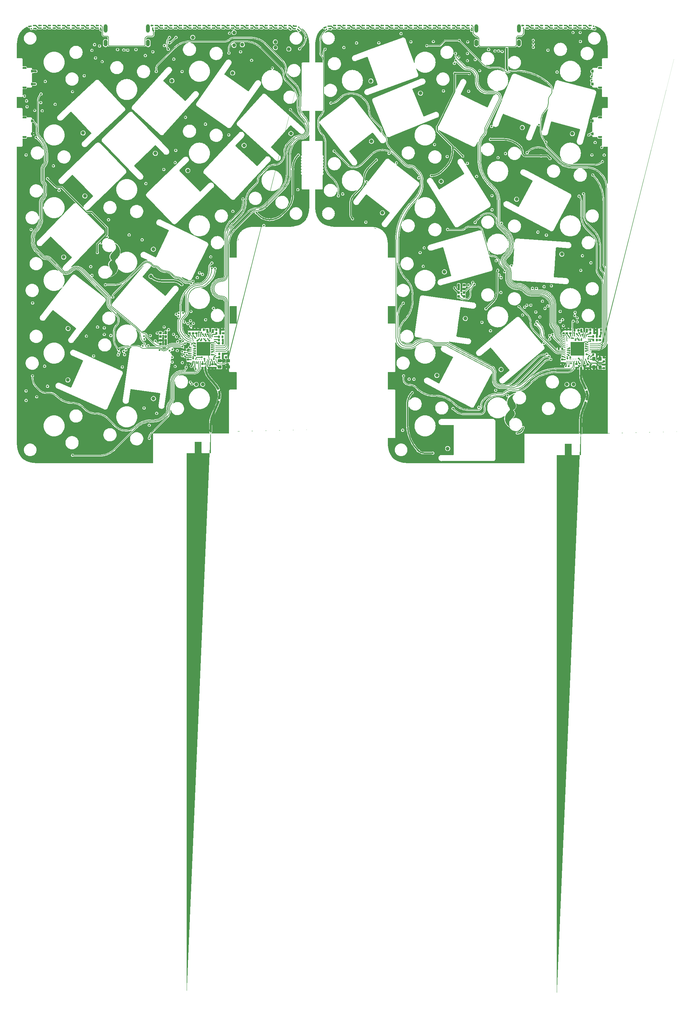
<source format=gtl>
G04 #@! TF.GenerationSoftware,KiCad,Pcbnew,(6.0.11-0)*
G04 #@! TF.CreationDate,2023-02-19T21:29:58+08:00*
G04 #@! TF.ProjectId,Combined,436f6d62-696e-4656-942e-6b696361645f,rev?*
G04 #@! TF.SameCoordinates,Original*
G04 #@! TF.FileFunction,Copper,L1,Top*
G04 #@! TF.FilePolarity,Positive*
%FSLAX46Y46*%
G04 Gerber Fmt 4.6, Leading zero omitted, Abs format (unit mm)*
G04 Created by KiCad (PCBNEW (6.0.11-0)) date 2023-02-19 21:29:58*
%MOMM*%
%LPD*%
G01*
G04 APERTURE LIST*
G04 Aperture macros list*
%AMRoundRect*
0 Rectangle with rounded corners*
0 $1 Rounding radius*
0 $2 $3 $4 $5 $6 $7 $8 $9 X,Y pos of 4 corners*
0 Add a 4 corners polygon primitive as box body*
4,1,4,$2,$3,$4,$5,$6,$7,$8,$9,$2,$3,0*
0 Add four circle primitives for the rounded corners*
1,1,$1+$1,$2,$3*
1,1,$1+$1,$4,$5*
1,1,$1+$1,$6,$7*
1,1,$1+$1,$8,$9*
0 Add four rect primitives between the rounded corners*
20,1,$1+$1,$2,$3,$4,$5,0*
20,1,$1+$1,$4,$5,$6,$7,0*
20,1,$1+$1,$6,$7,$8,$9,0*
20,1,$1+$1,$8,$9,$2,$3,0*%
%AMFreePoly0*
4,1,13,-0.250000,0.375000,-0.240485,0.422835,-0.213388,0.463388,-0.172835,0.490485,-0.125000,0.500000,0.250000,0.500000,0.250000,-0.500000,-0.125000,-0.500000,-0.172835,-0.490485,-0.213388,-0.463388,-0.240485,-0.422835,-0.250000,-0.375000,-0.250000,0.375000,-0.250000,0.375000,$1*%
%AMFreePoly1*
4,1,13,-0.300000,0.150000,-0.288582,0.207403,-0.256066,0.256066,-0.207403,0.288582,-0.150000,0.300000,0.300000,0.300000,0.300000,-0.300000,-0.150000,-0.300000,-0.207403,-0.288582,-0.256066,-0.256066,-0.288582,-0.207403,-0.300000,-0.150000,-0.300000,0.150000,-0.300000,0.150000,$1*%
%AMFreePoly2*
4,1,159,0.031405,0.118585,0.052868,0.115473,0.057268,0.111655,0.063500,0.109985,0.091764,0.081721,0.106872,0.068611,0.107701,0.065784,0.109985,0.063500,0.127000,0.000000,0.127000,-5.727207,0.121770,-5.763277,0.116790,-5.770989,0.115473,-5.780075,0.097694,-5.800564,0.082984,-5.823345,0.074629,-5.827144,0.068611,-5.834079,0.042582,-5.841715,0.017894,-5.852940,0.008809,-5.851623,
0.000000,-5.854207,-2.217801,-5.854207,-2.253871,-5.848977,-2.261583,-5.843997,-2.270669,-5.842680,-2.291158,-5.824901,-2.313939,-5.810191,-2.317738,-5.801836,-2.324673,-5.795818,-2.332309,-5.769789,-2.343534,-5.745101,-2.342217,-5.736016,-2.344801,-5.727207,-2.344801,-2.910601,-4.148201,-2.910601,-4.148201,-5.727207,-4.153431,-5.763277,-4.158411,-5.770989,-4.159728,-5.780075,-4.177507,-5.800564,
-4.192217,-5.823345,-4.200572,-5.827144,-4.206590,-5.834079,-4.232619,-5.841715,-4.257307,-5.852940,-4.266392,-5.851623,-4.275201,-5.854207,-6.256401,-5.854207,-6.292471,-5.848977,-6.300183,-5.843997,-6.309269,-5.842680,-6.329758,-5.824901,-6.352539,-5.810191,-6.356338,-5.801836,-6.363273,-5.795818,-6.370909,-5.769789,-6.382134,-5.745101,-6.380817,-5.736016,-6.383401,-5.727207,-6.383401,-2.885201,
-8.085201,-2.885201,-8.085201,-5.727207,-8.090431,-5.763277,-8.095411,-5.770989,-8.096728,-5.780075,-8.114507,-5.800564,-8.129217,-5.823345,-8.137572,-5.827144,-8.143590,-5.834079,-8.169619,-5.841715,-8.194307,-5.852940,-8.203392,-5.851623,-8.212201,-5.854207,-10.091801,-5.854207,-10.127871,-5.848977,-10.135583,-5.843997,-10.144669,-5.842680,-10.165158,-5.824901,-10.187939,-5.810191,-10.191738,-5.801836,
-10.198673,-5.795818,-10.206309,-5.769789,-10.217534,-5.745101,-10.216217,-5.736016,-10.218801,-5.727207,-10.218801,-2.763004,-10.213571,-2.726934,-10.174785,-2.666866,-10.109695,-2.637271,-10.038933,-2.647531,-9.984929,-2.694393,-9.964801,-2.763004,-9.964801,-5.600207,-8.339201,-5.600207,-8.339201,-2.758201,-8.333971,-2.722131,-8.328991,-2.714419,-8.327674,-2.705333,-8.309895,-2.684844,-8.295185,-2.662063,
-8.286830,-2.658264,-8.280812,-2.651329,-8.254783,-2.643693,-8.230095,-2.632468,-8.221010,-2.633785,-8.212201,-2.631201,-6.256401,-2.631201,-6.220331,-2.636431,-6.212619,-2.641411,-6.203533,-2.642728,-6.183044,-2.660507,-6.160263,-2.675217,-6.156464,-2.683572,-6.149529,-2.689590,-6.141893,-2.715619,-6.130668,-2.740307,-6.131985,-2.749392,-6.129401,-2.758201,-6.129401,-5.600207,-4.402201,-5.600207,
-4.402201,-2.783601,-4.396971,-2.747531,-4.391991,-2.739819,-4.390674,-2.730733,-4.372895,-2.710244,-4.358185,-2.687463,-4.349830,-2.683664,-4.343812,-2.676729,-4.317783,-2.669093,-4.293095,-2.657868,-4.284010,-2.659185,-4.275201,-2.656601,-2.217801,-2.656601,-2.181731,-2.661831,-2.174019,-2.666811,-2.164933,-2.668128,-2.144444,-2.685907,-2.121663,-2.700617,-2.117864,-2.708972,-2.110929,-2.714990,
-2.103293,-2.741019,-2.092068,-2.765707,-2.093385,-2.774792,-2.090801,-2.783601,-2.090801,-5.600207,-0.127000,-5.600207,-0.127000,0.000000,-0.121770,0.036070,-0.114189,0.047811,-0.109985,0.063500,-0.093257,0.080228,-0.082984,0.096138,-0.072647,0.100838,-0.063500,0.109985,-0.036787,0.117143,-0.017894,0.125733,-0.009352,0.124494,0.000000,0.127000,0.031405,0.118585,0.031405,0.118585,
$1*%
G04 Aperture macros list end*
G04 #@! TA.AperFunction,NonConductor*
%ADD10C,0.350000*%
G04 #@! TD*
G04 #@! TA.AperFunction,NonConductor*
%ADD11C,0.100000*%
G04 #@! TD*
G04 #@! TA.AperFunction,NonConductor*
%ADD12C,0.556000*%
G04 #@! TD*
%ADD13C,0.038100*%
G04 #@! TA.AperFunction,SMDPad,CuDef*
%ADD14RoundRect,0.140000X0.170000X-0.140000X0.170000X0.140000X-0.170000X0.140000X-0.170000X-0.140000X0*%
G04 #@! TD*
G04 #@! TA.AperFunction,SMDPad,CuDef*
%ADD15RoundRect,0.087500X0.087500X-0.087500X0.087500X0.087500X-0.087500X0.087500X-0.087500X-0.087500X0*%
G04 #@! TD*
G04 #@! TA.AperFunction,SMDPad,CuDef*
%ADD16RoundRect,0.140000X-0.170000X0.140000X-0.170000X-0.140000X0.170000X-0.140000X0.170000X0.140000X0*%
G04 #@! TD*
G04 #@! TA.AperFunction,SMDPad,CuDef*
%ADD17C,0.250000*%
G04 #@! TD*
G04 #@! TA.AperFunction,SMDPad,CuDef*
%ADD18R,3.600000X3.600000*%
G04 #@! TD*
G04 #@! TA.AperFunction,SMDPad,CuDef*
%ADD19RoundRect,0.087500X-0.087500X0.087500X-0.087500X-0.087500X0.087500X-0.087500X0.087500X0.087500X0*%
G04 #@! TD*
G04 #@! TA.AperFunction,SMDPad,CuDef*
%ADD20RoundRect,0.140000X0.140000X0.170000X-0.140000X0.170000X-0.140000X-0.170000X0.140000X-0.170000X0*%
G04 #@! TD*
G04 #@! TA.AperFunction,SMDPad,CuDef*
%ADD21RoundRect,0.140000X-0.140000X-0.170000X0.140000X-0.170000X0.140000X0.170000X-0.140000X0.170000X0*%
G04 #@! TD*
G04 #@! TA.AperFunction,SMDPad,CuDef*
%ADD22RoundRect,0.147500X0.147500X0.172500X-0.147500X0.172500X-0.147500X-0.172500X0.147500X-0.172500X0*%
G04 #@! TD*
G04 #@! TA.AperFunction,SMDPad,CuDef*
%ADD23RoundRect,0.147500X-0.212545X0.079606X-0.111649X-0.197603X0.212545X-0.079606X0.111649X0.197603X0*%
G04 #@! TD*
G04 #@! TA.AperFunction,SMDPad,CuDef*
%ADD24FreePoly0,270.000000*%
G04 #@! TD*
G04 #@! TA.AperFunction,SMDPad,CuDef*
%ADD25FreePoly1,180.000000*%
G04 #@! TD*
G04 #@! TA.AperFunction,SMDPad,CuDef*
%ADD26FreePoly0,90.000000*%
G04 #@! TD*
G04 #@! TA.AperFunction,SMDPad,CuDef*
%ADD27RoundRect,0.150000X0.300000X-0.350000X0.300000X0.350000X-0.300000X0.350000X-0.300000X-0.350000X0*%
G04 #@! TD*
G04 #@! TA.AperFunction,SMDPad,CuDef*
%ADD28RoundRect,0.147500X-0.172500X0.147500X-0.172500X-0.147500X0.172500X-0.147500X0.172500X0.147500X0*%
G04 #@! TD*
G04 #@! TA.AperFunction,SMDPad,CuDef*
%ADD29FreePoly2,0.000000*%
G04 #@! TD*
G04 #@! TA.AperFunction,SMDPad,CuDef*
%ADD30R,0.600000X1.100000*%
G04 #@! TD*
G04 #@! TA.AperFunction,SMDPad,CuDef*
%ADD31RoundRect,0.150000X-0.350000X-0.300000X0.350000X-0.300000X0.350000X0.300000X-0.350000X0.300000X0*%
G04 #@! TD*
G04 #@! TA.AperFunction,SMDPad,CuDef*
%ADD32RoundRect,0.147500X-0.215194X0.072140X-0.104685X-0.201379X0.215194X-0.072140X0.104685X0.201379X0*%
G04 #@! TD*
G04 #@! TA.AperFunction,SMDPad,CuDef*
%ADD33FreePoly1,0.000000*%
G04 #@! TD*
G04 #@! TA.AperFunction,SMDPad,CuDef*
%ADD34C,1.000000*%
G04 #@! TD*
G04 #@! TA.AperFunction,SMDPad,CuDef*
%ADD35RoundRect,0.090000X-0.210000X-0.270000X0.210000X-0.270000X0.210000X0.270000X-0.210000X0.270000X0*%
G04 #@! TD*
G04 #@! TA.AperFunction,SMDPad,CuDef*
%ADD36RoundRect,0.090000X0.210000X0.270000X-0.210000X0.270000X-0.210000X-0.270000X0.210000X-0.270000X0*%
G04 #@! TD*
G04 #@! TA.AperFunction,SMDPad,CuDef*
%ADD37RoundRect,0.087500X0.056178X-0.110256X0.110256X0.056178X-0.056178X0.110256X-0.110256X-0.056178X0*%
G04 #@! TD*
G04 #@! TA.AperFunction,SMDPad,CuDef*
%ADD38RoundRect,0.135000X-0.146845X0.175745X-0.212164X-0.086234X0.146845X-0.175745X0.212164X0.086234X0*%
G04 #@! TD*
G04 #@! TA.AperFunction,SMDPad,CuDef*
%ADD39RoundRect,0.135000X-0.120957X0.194472X-0.222101X-0.055868X0.120957X-0.194472X0.222101X0.055868X0*%
G04 #@! TD*
G04 #@! TA.AperFunction,SMDPad,CuDef*
%ADD40RoundRect,0.147500X-0.147500X-0.172500X0.147500X-0.172500X0.147500X0.172500X-0.147500X0.172500X0*%
G04 #@! TD*
G04 #@! TA.AperFunction,SMDPad,CuDef*
%ADD41RoundRect,0.087500X-0.110256X0.056178X-0.056178X-0.110256X0.110256X-0.056178X0.056178X0.110256X0*%
G04 #@! TD*
G04 #@! TA.AperFunction,SMDPad,CuDef*
%ADD42RoundRect,0.087500X0.101365X-0.070976X0.070976X0.101365X-0.101365X0.070976X-0.070976X-0.101365X0*%
G04 #@! TD*
G04 #@! TA.AperFunction,SMDPad,CuDef*
%ADD43RoundRect,0.087500X-0.070976X0.101365X-0.101365X-0.070976X0.070976X-0.101365X0.101365X0.070976X0*%
G04 #@! TD*
G04 #@! TA.AperFunction,ComponentPad*
%ADD44O,1.000000X2.200000*%
G04 #@! TD*
G04 #@! TA.AperFunction,ComponentPad*
%ADD45O,1.000000X1.800000*%
G04 #@! TD*
G04 #@! TA.AperFunction,ViaPad*
%ADD46C,1.000000*%
G04 #@! TD*
G04 #@! TA.AperFunction,ViaPad*
%ADD47C,0.500000*%
G04 #@! TD*
G04 #@! TA.AperFunction,ViaPad*
%ADD48C,0.540000*%
G04 #@! TD*
G04 #@! TA.AperFunction,Conductor*
%ADD49C,0.500000*%
G04 #@! TD*
G04 #@! TA.AperFunction,Conductor*
%ADD50C,0.150000*%
G04 #@! TD*
G04 #@! TA.AperFunction,Conductor*
%ADD51C,0.250000*%
G04 #@! TD*
G04 #@! TA.AperFunction,Conductor*
%ADD52C,0.350000*%
G04 #@! TD*
G04 #@! TA.AperFunction,Conductor*
%ADD53C,0.300000*%
G04 #@! TD*
G04 #@! TA.AperFunction,Conductor*
%ADD54C,0.200000*%
G04 #@! TD*
G04 #@! TA.AperFunction,Conductor*
%ADD55C,0.540000*%
G04 #@! TD*
G04 #@! TA.AperFunction,Conductor*
%ADD56C,0.400000*%
G04 #@! TD*
G04 #@! TA.AperFunction,Conductor*
%ADD57C,0.600000*%
G04 #@! TD*
G04 APERTURE END LIST*
D10*
X49971995Y-70810191D02*
G75*
G03*
X48301743Y-72377389I-96815J-1570459D01*
G01*
D11*
G36*
X51956648Y-72510020D02*
G01*
X52041946Y-72564323D01*
X52100961Y-72605585D01*
X52168814Y-72656495D01*
X52243934Y-72717223D01*
X52324755Y-72787936D01*
X52409726Y-72868803D01*
X52497272Y-72960005D01*
X52541517Y-73009530D01*
X52585822Y-73061711D01*
X52629996Y-73116547D01*
X52673840Y-73174086D01*
X52717149Y-73234322D01*
X52759738Y-73297305D01*
X52801408Y-73363025D01*
X52841972Y-73431529D01*
X52881223Y-73502834D01*
X52918970Y-73576954D01*
X52955009Y-73653913D01*
X52989165Y-73733746D01*
X53028309Y-73835765D01*
X53062228Y-73936784D01*
X53091009Y-74036766D01*
X53114780Y-74135748D01*
X53133624Y-74233704D01*
X53147669Y-74330650D01*
X53157006Y-74426574D01*
X53161766Y-74521474D01*
X53162044Y-74615359D01*
X53157938Y-74708225D01*
X53149571Y-74800070D01*
X53137053Y-74890890D01*
X53120475Y-74980689D01*
X53099963Y-75069475D01*
X53047549Y-75243951D01*
X52980665Y-75414338D01*
X52900188Y-75580626D01*
X52806971Y-75742815D01*
X52701893Y-75900880D01*
X52585804Y-76054845D01*
X52459578Y-76204673D01*
X52324085Y-76350386D01*
X52180175Y-76491974D01*
X52138021Y-76532704D01*
X52099306Y-76572032D01*
X52063940Y-76610037D01*
X52031802Y-76646775D01*
X52002784Y-76682330D01*
X51976783Y-76716772D01*
X51953687Y-76750170D01*
X51933379Y-76782598D01*
X51915764Y-76814120D01*
X51900728Y-76844818D01*
X51888162Y-76874757D01*
X51877949Y-76904016D01*
X51869995Y-76932659D01*
X51864183Y-76960767D01*
X51860400Y-76988390D01*
X51858553Y-77015629D01*
X51858512Y-77042531D01*
X51860175Y-77069188D01*
X51863440Y-77095653D01*
X51868195Y-77122015D01*
X51881734Y-77174687D01*
X51899924Y-77227775D01*
X51921895Y-77281850D01*
X51946767Y-77337481D01*
X52001743Y-77455737D01*
X52019688Y-77487157D01*
X52049284Y-77531129D01*
X52135069Y-77654593D01*
X52187090Y-77733053D01*
X52242398Y-77821942D01*
X52298922Y-77920772D01*
X52354567Y-78029003D01*
X52381401Y-78086483D01*
X52407243Y-78146118D01*
X52431812Y-78207833D01*
X52454850Y-78271578D01*
X52476120Y-78337285D01*
X52495329Y-78404863D01*
X52512226Y-78474293D01*
X52526570Y-78545473D01*
X52538072Y-78618359D01*
X52546484Y-78692870D01*
X52551542Y-78768947D01*
X52552991Y-78846526D01*
X52550558Y-78925538D01*
X52544000Y-79005926D01*
X52533039Y-79087617D01*
X52517412Y-79170534D01*
X52483355Y-79308826D01*
X52442645Y-79440543D01*
X52395805Y-79565855D01*
X52343342Y-79684901D01*
X52285758Y-79797816D01*
X52223559Y-79904733D01*
X52157250Y-80005820D01*
X52087345Y-80101195D01*
X52014340Y-80191014D01*
X51938750Y-80275410D01*
X51861071Y-80354528D01*
X51781825Y-80428512D01*
X51620614Y-80561649D01*
X51459175Y-80675950D01*
X51301562Y-80772545D01*
X51151827Y-80852573D01*
X51014007Y-80917176D01*
X50892164Y-80967486D01*
X50712602Y-81029771D01*
X50645559Y-81048510D01*
X50645546Y-81048519D01*
X50645548Y-81048513D01*
X50645559Y-81048510D01*
X50675057Y-81027649D01*
X50708657Y-81002007D01*
X50751917Y-80966600D01*
X50802658Y-80921712D01*
X50858697Y-80867623D01*
X50917852Y-80804621D01*
X50947919Y-80769882D01*
X50977941Y-80733012D01*
X51007650Y-80694067D01*
X51036785Y-80653061D01*
X51065063Y-80610050D01*
X51092208Y-80565061D01*
X51117942Y-80518120D01*
X51142009Y-80469292D01*
X51164129Y-80418577D01*
X51184024Y-80366040D01*
X51201432Y-80311699D01*
X51216071Y-80255588D01*
X51227665Y-80197760D01*
X51235960Y-80138235D01*
X51240665Y-80077055D01*
X51241517Y-80014257D01*
X51238230Y-79949865D01*
X51230547Y-79883934D01*
X51220459Y-79831193D01*
X51205995Y-79777162D01*
X51187467Y-79721890D01*
X51165206Y-79665460D01*
X51110778Y-79549276D01*
X51045289Y-79429051D01*
X50971350Y-79305254D01*
X50891535Y-79178283D01*
X50724679Y-78916673D01*
X50642810Y-78782906D01*
X50565446Y-78647773D01*
X50495167Y-78511701D01*
X50463496Y-78443451D01*
X50434571Y-78375131D01*
X50408710Y-78306802D01*
X50386239Y-78238519D01*
X50367496Y-78170329D01*
X50352780Y-78102295D01*
X50342427Y-78034470D01*
X50336771Y-77966913D01*
X50336130Y-77899672D01*
X50340812Y-77832805D01*
X50350629Y-77764376D01*
X50364269Y-77698697D01*
X50381446Y-77635730D01*
X50401911Y-77575439D01*
X50425368Y-77517785D01*
X50451568Y-77462725D01*
X50480241Y-77410239D01*
X50511095Y-77360269D01*
X50543877Y-77312786D01*
X50578317Y-77267750D01*
X50614126Y-77225118D01*
X50651057Y-77184862D01*
X50727144Y-77111319D01*
X50804438Y-77046793D01*
X50880743Y-76990997D01*
X50953911Y-76943631D01*
X51021763Y-76904381D01*
X51082145Y-76872952D01*
X51171788Y-76832323D01*
X51205533Y-76819323D01*
X51177662Y-76800496D01*
X51145932Y-76777324D01*
X51105100Y-76745275D01*
X51057234Y-76704599D01*
X51004402Y-76655503D01*
X50948685Y-76598248D01*
X50892154Y-76533050D01*
X50864222Y-76497555D01*
X50836870Y-76460156D01*
X50810346Y-76420888D01*
X50784899Y-76379780D01*
X50760809Y-76336864D01*
X50738328Y-76292162D01*
X50717713Y-76245722D01*
X50699223Y-76197553D01*
X50683102Y-76147687D01*
X50669634Y-76096154D01*
X50659074Y-76042992D01*
X50651667Y-75988216D01*
X50647686Y-75931870D01*
X50647364Y-75873967D01*
X50650989Y-75814561D01*
X50658819Y-75753643D01*
X50673976Y-75679859D01*
X50695159Y-75606677D01*
X50721919Y-75534108D01*
X50753893Y-75462141D01*
X50790658Y-75390800D01*
X50831806Y-75320062D01*
X50876945Y-75249942D01*
X50925664Y-75180441D01*
X51032217Y-75043316D01*
X51148219Y-74908705D01*
X51270436Y-74776634D01*
X51395650Y-74647104D01*
X51642056Y-74395825D01*
X51756776Y-74274112D01*
X51861527Y-74155035D01*
X51953072Y-74038642D01*
X51992878Y-73981444D01*
X52028172Y-73924913D01*
X52058534Y-73869067D01*
X52083566Y-73813894D01*
X52102881Y-73759419D01*
X52116050Y-73705622D01*
X52136601Y-73570381D01*
X52147376Y-73441605D01*
X52149578Y-73319609D01*
X52144334Y-73204696D01*
X52132836Y-73097190D01*
X52116227Y-72997398D01*
X52095683Y-72905621D01*
X52072361Y-72822187D01*
X52047432Y-72747395D01*
X52022041Y-72681569D01*
X51974584Y-72578041D01*
X51925447Y-72492222D01*
X51956648Y-72510020D01*
G37*
X51956648Y-72510020D02*
X52041946Y-72564323D01*
X52100961Y-72605585D01*
X52168814Y-72656495D01*
X52243934Y-72717223D01*
X52324755Y-72787936D01*
X52409726Y-72868803D01*
X52497272Y-72960005D01*
X52541517Y-73009530D01*
X52585822Y-73061711D01*
X52629996Y-73116547D01*
X52673840Y-73174086D01*
X52717149Y-73234322D01*
X52759738Y-73297305D01*
X52801408Y-73363025D01*
X52841972Y-73431529D01*
X52881223Y-73502834D01*
X52918970Y-73576954D01*
X52955009Y-73653913D01*
X52989165Y-73733746D01*
X53028309Y-73835765D01*
X53062228Y-73936784D01*
X53091009Y-74036766D01*
X53114780Y-74135748D01*
X53133624Y-74233704D01*
X53147669Y-74330650D01*
X53157006Y-74426574D01*
X53161766Y-74521474D01*
X53162044Y-74615359D01*
X53157938Y-74708225D01*
X53149571Y-74800070D01*
X53137053Y-74890890D01*
X53120475Y-74980689D01*
X53099963Y-75069475D01*
X53047549Y-75243951D01*
X52980665Y-75414338D01*
X52900188Y-75580626D01*
X52806971Y-75742815D01*
X52701893Y-75900880D01*
X52585804Y-76054845D01*
X52459578Y-76204673D01*
X52324085Y-76350386D01*
X52180175Y-76491974D01*
X52138021Y-76532704D01*
X52099306Y-76572032D01*
X52063940Y-76610037D01*
X52031802Y-76646775D01*
X52002784Y-76682330D01*
X51976783Y-76716772D01*
X51953687Y-76750170D01*
X51933379Y-76782598D01*
X51915764Y-76814120D01*
X51900728Y-76844818D01*
X51888162Y-76874757D01*
X51877949Y-76904016D01*
X51869995Y-76932659D01*
X51864183Y-76960767D01*
X51860400Y-76988390D01*
X51858553Y-77015629D01*
X51858512Y-77042531D01*
X51860175Y-77069188D01*
X51863440Y-77095653D01*
X51868195Y-77122015D01*
X51881734Y-77174687D01*
X51899924Y-77227775D01*
X51921895Y-77281850D01*
X51946767Y-77337481D01*
X52001743Y-77455737D01*
X52019688Y-77487157D01*
X52049284Y-77531129D01*
X52135069Y-77654593D01*
X52187090Y-77733053D01*
X52242398Y-77821942D01*
X52298922Y-77920772D01*
X52354567Y-78029003D01*
X52381401Y-78086483D01*
X52407243Y-78146118D01*
X52431812Y-78207833D01*
X52454850Y-78271578D01*
X52476120Y-78337285D01*
X52495329Y-78404863D01*
X52512226Y-78474293D01*
X52526570Y-78545473D01*
X52538072Y-78618359D01*
X52546484Y-78692870D01*
X52551542Y-78768947D01*
X52552991Y-78846526D01*
X52550558Y-78925538D01*
X52544000Y-79005926D01*
X52533039Y-79087617D01*
X52517412Y-79170534D01*
X52483355Y-79308826D01*
X52442645Y-79440543D01*
X52395805Y-79565855D01*
X52343342Y-79684901D01*
X52285758Y-79797816D01*
X52223559Y-79904733D01*
X52157250Y-80005820D01*
X52087345Y-80101195D01*
X52014340Y-80191014D01*
X51938750Y-80275410D01*
X51861071Y-80354528D01*
X51781825Y-80428512D01*
X51620614Y-80561649D01*
X51459175Y-80675950D01*
X51301562Y-80772545D01*
X51151827Y-80852573D01*
X51014007Y-80917176D01*
X50892164Y-80967486D01*
X50712602Y-81029771D01*
X50645559Y-81048510D01*
X50645546Y-81048519D01*
X50645548Y-81048513D01*
X50645559Y-81048510D01*
X50675057Y-81027649D01*
X50708657Y-81002007D01*
X50751917Y-80966600D01*
X50802658Y-80921712D01*
X50858697Y-80867623D01*
X50917852Y-80804621D01*
X50947919Y-80769882D01*
X50977941Y-80733012D01*
X51007650Y-80694067D01*
X51036785Y-80653061D01*
X51065063Y-80610050D01*
X51092208Y-80565061D01*
X51117942Y-80518120D01*
X51142009Y-80469292D01*
X51164129Y-80418577D01*
X51184024Y-80366040D01*
X51201432Y-80311699D01*
X51216071Y-80255588D01*
X51227665Y-80197760D01*
X51235960Y-80138235D01*
X51240665Y-80077055D01*
X51241517Y-80014257D01*
X51238230Y-79949865D01*
X51230547Y-79883934D01*
X51220459Y-79831193D01*
X51205995Y-79777162D01*
X51187467Y-79721890D01*
X51165206Y-79665460D01*
X51110778Y-79549276D01*
X51045289Y-79429051D01*
X50971350Y-79305254D01*
X50891535Y-79178283D01*
X50724679Y-78916673D01*
X50642810Y-78782906D01*
X50565446Y-78647773D01*
X50495167Y-78511701D01*
X50463496Y-78443451D01*
X50434571Y-78375131D01*
X50408710Y-78306802D01*
X50386239Y-78238519D01*
X50367496Y-78170329D01*
X50352780Y-78102295D01*
X50342427Y-78034470D01*
X50336771Y-77966913D01*
X50336130Y-77899672D01*
X50340812Y-77832805D01*
X50350629Y-77764376D01*
X50364269Y-77698697D01*
X50381446Y-77635730D01*
X50401911Y-77575439D01*
X50425368Y-77517785D01*
X50451568Y-77462725D01*
X50480241Y-77410239D01*
X50511095Y-77360269D01*
X50543877Y-77312786D01*
X50578317Y-77267750D01*
X50614126Y-77225118D01*
X50651057Y-77184862D01*
X50727144Y-77111319D01*
X50804438Y-77046793D01*
X50880743Y-76990997D01*
X50953911Y-76943631D01*
X51021763Y-76904381D01*
X51082145Y-76872952D01*
X51171788Y-76832323D01*
X51205533Y-76819323D01*
X51177662Y-76800496D01*
X51145932Y-76777324D01*
X51105100Y-76745275D01*
X51057234Y-76704599D01*
X51004402Y-76655503D01*
X50948685Y-76598248D01*
X50892154Y-76533050D01*
X50864222Y-76497555D01*
X50836870Y-76460156D01*
X50810346Y-76420888D01*
X50784899Y-76379780D01*
X50760809Y-76336864D01*
X50738328Y-76292162D01*
X50717713Y-76245722D01*
X50699223Y-76197553D01*
X50683102Y-76147687D01*
X50669634Y-76096154D01*
X50659074Y-76042992D01*
X50651667Y-75988216D01*
X50647686Y-75931870D01*
X50647364Y-75873967D01*
X50650989Y-75814561D01*
X50658819Y-75753643D01*
X50673976Y-75679859D01*
X50695159Y-75606677D01*
X50721919Y-75534108D01*
X50753893Y-75462141D01*
X50790658Y-75390800D01*
X50831806Y-75320062D01*
X50876945Y-75249942D01*
X50925664Y-75180441D01*
X51032217Y-75043316D01*
X51148219Y-74908705D01*
X51270436Y-74776634D01*
X51395650Y-74647104D01*
X51642056Y-74395825D01*
X51756776Y-74274112D01*
X51861527Y-74155035D01*
X51953072Y-74038642D01*
X51992878Y-73981444D01*
X52028172Y-73924913D01*
X52058534Y-73869067D01*
X52083566Y-73813894D01*
X52102881Y-73759419D01*
X52116050Y-73705622D01*
X52136601Y-73570381D01*
X52147376Y-73441605D01*
X52149578Y-73319609D01*
X52144334Y-73204696D01*
X52132836Y-73097190D01*
X52116227Y-72997398D01*
X52095683Y-72905621D01*
X52072361Y-72822187D01*
X52047432Y-72747395D01*
X52022041Y-72681569D01*
X51974584Y-72578041D01*
X51925447Y-72492222D01*
X51956648Y-72510020D01*
D12*
X173999561Y-119185578D02*
X173999561Y-121945578D01*
X77701743Y-108855737D02*
X76791743Y-107805737D01*
X174659582Y-115662587D02*
G75*
G03*
X173999561Y-119185578I7867718J-3297313D01*
G01*
X78909354Y-110441436D02*
G75*
G03*
X77701743Y-108855737I-6793454J-3920964D01*
G01*
X174039550Y-106981327D02*
G75*
G03*
X174539561Y-108932578I3615650J-113173D01*
G01*
D13*
X84145760Y-71615330D02*
X84153061Y-71573734D01*
X84160593Y-71532346D01*
X84168357Y-71491163D01*
X84176352Y-71450188D01*
X84184579Y-71409419D01*
X84193038Y-71368857D01*
X84201730Y-71328502D01*
X84210654Y-71288353D01*
X84219811Y-71248412D01*
X84229202Y-71208679D01*
X84235593Y-71182305D01*
D12*
X175250145Y-110372016D02*
G75*
G03*
X174539561Y-108932578I-7285045J-2701184D01*
G01*
D10*
X157282855Y-122123146D02*
G75*
G03*
X158953106Y-120555965I96545J1570746D01*
G01*
D12*
X76994743Y-121585737D02*
X77001743Y-119855737D01*
X77765255Y-116805731D02*
G75*
G03*
X77001743Y-119855737I5779945J-3067469D01*
G01*
D11*
G36*
X156657983Y-111843926D02*
G01*
X156657972Y-111843929D01*
X156628474Y-111864790D01*
X156594874Y-111890432D01*
X156551614Y-111925839D01*
X156500873Y-111970727D01*
X156444834Y-112024816D01*
X156385679Y-112087818D01*
X156355612Y-112122557D01*
X156325590Y-112159427D01*
X156295881Y-112198372D01*
X156266746Y-112239378D01*
X156238468Y-112282389D01*
X156211323Y-112327378D01*
X156185589Y-112374319D01*
X156161522Y-112423147D01*
X156139402Y-112473862D01*
X156119507Y-112526399D01*
X156102099Y-112580740D01*
X156087460Y-112636851D01*
X156075866Y-112694679D01*
X156067571Y-112754204D01*
X156062866Y-112815384D01*
X156062014Y-112878182D01*
X156065301Y-112942574D01*
X156072984Y-113008505D01*
X156083072Y-113061246D01*
X156097536Y-113115277D01*
X156116064Y-113170549D01*
X156138325Y-113226979D01*
X156192753Y-113343163D01*
X156258242Y-113463388D01*
X156332181Y-113587185D01*
X156411996Y-113714156D01*
X156578852Y-113975766D01*
X156660721Y-114109533D01*
X156738085Y-114244666D01*
X156808364Y-114380738D01*
X156840035Y-114448988D01*
X156868960Y-114517308D01*
X156894821Y-114585637D01*
X156917292Y-114653920D01*
X156936035Y-114722110D01*
X156950751Y-114790144D01*
X156961104Y-114857969D01*
X156966760Y-114925526D01*
X156967401Y-114992767D01*
X156962719Y-115059634D01*
X156952902Y-115128063D01*
X156939262Y-115193742D01*
X156922085Y-115256709D01*
X156901620Y-115317000D01*
X156878163Y-115374654D01*
X156851963Y-115429714D01*
X156823290Y-115482200D01*
X156792436Y-115532170D01*
X156759654Y-115579653D01*
X156725214Y-115624689D01*
X156689405Y-115667321D01*
X156652474Y-115707577D01*
X156576387Y-115781120D01*
X156499093Y-115845646D01*
X156422788Y-115901442D01*
X156349620Y-115948808D01*
X156281768Y-115988058D01*
X156221386Y-116019487D01*
X156131743Y-116060116D01*
X156097998Y-116073116D01*
X156125869Y-116091943D01*
X156157599Y-116115115D01*
X156198431Y-116147164D01*
X156246297Y-116187840D01*
X156299129Y-116236936D01*
X156354846Y-116294191D01*
X156411377Y-116359389D01*
X156439309Y-116394884D01*
X156466661Y-116432283D01*
X156493185Y-116471551D01*
X156518632Y-116512659D01*
X156542722Y-116555575D01*
X156565203Y-116600277D01*
X156585818Y-116646717D01*
X156604308Y-116694886D01*
X156620429Y-116744752D01*
X156633897Y-116796285D01*
X156644457Y-116849447D01*
X156651864Y-116904223D01*
X156655845Y-116960569D01*
X156656167Y-117018472D01*
X156652542Y-117077878D01*
X156644712Y-117138796D01*
X156629555Y-117212580D01*
X156608372Y-117285762D01*
X156581612Y-117358331D01*
X156549638Y-117430298D01*
X156512873Y-117501639D01*
X156471725Y-117572377D01*
X156426586Y-117642497D01*
X156377867Y-117711998D01*
X156271314Y-117849123D01*
X156155312Y-117983734D01*
X156033095Y-118115805D01*
X155907881Y-118245335D01*
X155661475Y-118496614D01*
X155546755Y-118618327D01*
X155442004Y-118737404D01*
X155350459Y-118853797D01*
X155310653Y-118910995D01*
X155275359Y-118967526D01*
X155244997Y-119023372D01*
X155219965Y-119078545D01*
X155200650Y-119133020D01*
X155187481Y-119186817D01*
X155166930Y-119322058D01*
X155156155Y-119450834D01*
X155153953Y-119572830D01*
X155159197Y-119687743D01*
X155170695Y-119795249D01*
X155187304Y-119895041D01*
X155207848Y-119986818D01*
X155231170Y-120070252D01*
X155256099Y-120145044D01*
X155281490Y-120210870D01*
X155328947Y-120314398D01*
X155378084Y-120400217D01*
X155346883Y-120382419D01*
X155261585Y-120328116D01*
X155202570Y-120286854D01*
X155134717Y-120235944D01*
X155059597Y-120175216D01*
X154978776Y-120104503D01*
X154893805Y-120023636D01*
X154806259Y-119932434D01*
X154762014Y-119882909D01*
X154717709Y-119830728D01*
X154673535Y-119775892D01*
X154629691Y-119718353D01*
X154586382Y-119658117D01*
X154543793Y-119595134D01*
X154502123Y-119529414D01*
X154461559Y-119460910D01*
X154422308Y-119389605D01*
X154384561Y-119315485D01*
X154348522Y-119238526D01*
X154314366Y-119158693D01*
X154275222Y-119056674D01*
X154241303Y-118955655D01*
X154212522Y-118855673D01*
X154188751Y-118756691D01*
X154169907Y-118658735D01*
X154155862Y-118561789D01*
X154146525Y-118465865D01*
X154141765Y-118370965D01*
X154141487Y-118277080D01*
X154145593Y-118184214D01*
X154153960Y-118092369D01*
X154166478Y-118001549D01*
X154183056Y-117911750D01*
X154203568Y-117822964D01*
X154255982Y-117648488D01*
X154322866Y-117478101D01*
X154403343Y-117311813D01*
X154496560Y-117149624D01*
X154601638Y-116991559D01*
X154717727Y-116837594D01*
X154843953Y-116687766D01*
X154979446Y-116542053D01*
X155123356Y-116400465D01*
X155165510Y-116359735D01*
X155204225Y-116320407D01*
X155239591Y-116282402D01*
X155271729Y-116245664D01*
X155300747Y-116210109D01*
X155326748Y-116175667D01*
X155349844Y-116142269D01*
X155370152Y-116109841D01*
X155387767Y-116078319D01*
X155402803Y-116047621D01*
X155415369Y-116017682D01*
X155425582Y-115988423D01*
X155433536Y-115959780D01*
X155439348Y-115931672D01*
X155443131Y-115904049D01*
X155444978Y-115876810D01*
X155445019Y-115849908D01*
X155443356Y-115823251D01*
X155440091Y-115796786D01*
X155435336Y-115770424D01*
X155421797Y-115717752D01*
X155403607Y-115664664D01*
X155381636Y-115610589D01*
X155356764Y-115554958D01*
X155301788Y-115436702D01*
X155283843Y-115405282D01*
X155254247Y-115361310D01*
X155168462Y-115237846D01*
X155116441Y-115159386D01*
X155061133Y-115070497D01*
X155004609Y-114971667D01*
X154948964Y-114863436D01*
X154922130Y-114805956D01*
X154896288Y-114746321D01*
X154871719Y-114684606D01*
X154848681Y-114620861D01*
X154827411Y-114555154D01*
X154808202Y-114487576D01*
X154791305Y-114418146D01*
X154776961Y-114346966D01*
X154765459Y-114274080D01*
X154757047Y-114199569D01*
X154751989Y-114123492D01*
X154750540Y-114045913D01*
X154752973Y-113966901D01*
X154759531Y-113886513D01*
X154770492Y-113804822D01*
X154786119Y-113721905D01*
X154820176Y-113583613D01*
X154860886Y-113451896D01*
X154907726Y-113326584D01*
X154960189Y-113207538D01*
X155017773Y-113094623D01*
X155079972Y-112987706D01*
X155146281Y-112886619D01*
X155216186Y-112791244D01*
X155289191Y-112701425D01*
X155364781Y-112617029D01*
X155442460Y-112537911D01*
X155521706Y-112463927D01*
X155682917Y-112330790D01*
X155844356Y-112216489D01*
X156001969Y-112119894D01*
X156151704Y-112039866D01*
X156289524Y-111975263D01*
X156411367Y-111924953D01*
X156590929Y-111862668D01*
X156657972Y-111843929D01*
X156657985Y-111843920D01*
X156657983Y-111843926D01*
G37*
X156657983Y-111843926D02*
X156657972Y-111843929D01*
X156628474Y-111864790D01*
X156594874Y-111890432D01*
X156551614Y-111925839D01*
X156500873Y-111970727D01*
X156444834Y-112024816D01*
X156385679Y-112087818D01*
X156355612Y-112122557D01*
X156325590Y-112159427D01*
X156295881Y-112198372D01*
X156266746Y-112239378D01*
X156238468Y-112282389D01*
X156211323Y-112327378D01*
X156185589Y-112374319D01*
X156161522Y-112423147D01*
X156139402Y-112473862D01*
X156119507Y-112526399D01*
X156102099Y-112580740D01*
X156087460Y-112636851D01*
X156075866Y-112694679D01*
X156067571Y-112754204D01*
X156062866Y-112815384D01*
X156062014Y-112878182D01*
X156065301Y-112942574D01*
X156072984Y-113008505D01*
X156083072Y-113061246D01*
X156097536Y-113115277D01*
X156116064Y-113170549D01*
X156138325Y-113226979D01*
X156192753Y-113343163D01*
X156258242Y-113463388D01*
X156332181Y-113587185D01*
X156411996Y-113714156D01*
X156578852Y-113975766D01*
X156660721Y-114109533D01*
X156738085Y-114244666D01*
X156808364Y-114380738D01*
X156840035Y-114448988D01*
X156868960Y-114517308D01*
X156894821Y-114585637D01*
X156917292Y-114653920D01*
X156936035Y-114722110D01*
X156950751Y-114790144D01*
X156961104Y-114857969D01*
X156966760Y-114925526D01*
X156967401Y-114992767D01*
X156962719Y-115059634D01*
X156952902Y-115128063D01*
X156939262Y-115193742D01*
X156922085Y-115256709D01*
X156901620Y-115317000D01*
X156878163Y-115374654D01*
X156851963Y-115429714D01*
X156823290Y-115482200D01*
X156792436Y-115532170D01*
X156759654Y-115579653D01*
X156725214Y-115624689D01*
X156689405Y-115667321D01*
X156652474Y-115707577D01*
X156576387Y-115781120D01*
X156499093Y-115845646D01*
X156422788Y-115901442D01*
X156349620Y-115948808D01*
X156281768Y-115988058D01*
X156221386Y-116019487D01*
X156131743Y-116060116D01*
X156097998Y-116073116D01*
X156125869Y-116091943D01*
X156157599Y-116115115D01*
X156198431Y-116147164D01*
X156246297Y-116187840D01*
X156299129Y-116236936D01*
X156354846Y-116294191D01*
X156411377Y-116359389D01*
X156439309Y-116394884D01*
X156466661Y-116432283D01*
X156493185Y-116471551D01*
X156518632Y-116512659D01*
X156542722Y-116555575D01*
X156565203Y-116600277D01*
X156585818Y-116646717D01*
X156604308Y-116694886D01*
X156620429Y-116744752D01*
X156633897Y-116796285D01*
X156644457Y-116849447D01*
X156651864Y-116904223D01*
X156655845Y-116960569D01*
X156656167Y-117018472D01*
X156652542Y-117077878D01*
X156644712Y-117138796D01*
X156629555Y-117212580D01*
X156608372Y-117285762D01*
X156581612Y-117358331D01*
X156549638Y-117430298D01*
X156512873Y-117501639D01*
X156471725Y-117572377D01*
X156426586Y-117642497D01*
X156377867Y-117711998D01*
X156271314Y-117849123D01*
X156155312Y-117983734D01*
X156033095Y-118115805D01*
X155907881Y-118245335D01*
X155661475Y-118496614D01*
X155546755Y-118618327D01*
X155442004Y-118737404D01*
X155350459Y-118853797D01*
X155310653Y-118910995D01*
X155275359Y-118967526D01*
X155244997Y-119023372D01*
X155219965Y-119078545D01*
X155200650Y-119133020D01*
X155187481Y-119186817D01*
X155166930Y-119322058D01*
X155156155Y-119450834D01*
X155153953Y-119572830D01*
X155159197Y-119687743D01*
X155170695Y-119795249D01*
X155187304Y-119895041D01*
X155207848Y-119986818D01*
X155231170Y-120070252D01*
X155256099Y-120145044D01*
X155281490Y-120210870D01*
X155328947Y-120314398D01*
X155378084Y-120400217D01*
X155346883Y-120382419D01*
X155261585Y-120328116D01*
X155202570Y-120286854D01*
X155134717Y-120235944D01*
X155059597Y-120175216D01*
X154978776Y-120104503D01*
X154893805Y-120023636D01*
X154806259Y-119932434D01*
X154762014Y-119882909D01*
X154717709Y-119830728D01*
X154673535Y-119775892D01*
X154629691Y-119718353D01*
X154586382Y-119658117D01*
X154543793Y-119595134D01*
X154502123Y-119529414D01*
X154461559Y-119460910D01*
X154422308Y-119389605D01*
X154384561Y-119315485D01*
X154348522Y-119238526D01*
X154314366Y-119158693D01*
X154275222Y-119056674D01*
X154241303Y-118955655D01*
X154212522Y-118855673D01*
X154188751Y-118756691D01*
X154169907Y-118658735D01*
X154155862Y-118561789D01*
X154146525Y-118465865D01*
X154141765Y-118370965D01*
X154141487Y-118277080D01*
X154145593Y-118184214D01*
X154153960Y-118092369D01*
X154166478Y-118001549D01*
X154183056Y-117911750D01*
X154203568Y-117822964D01*
X154255982Y-117648488D01*
X154322866Y-117478101D01*
X154403343Y-117311813D01*
X154496560Y-117149624D01*
X154601638Y-116991559D01*
X154717727Y-116837594D01*
X154843953Y-116687766D01*
X154979446Y-116542053D01*
X155123356Y-116400465D01*
X155165510Y-116359735D01*
X155204225Y-116320407D01*
X155239591Y-116282402D01*
X155271729Y-116245664D01*
X155300747Y-116210109D01*
X155326748Y-116175667D01*
X155349844Y-116142269D01*
X155370152Y-116109841D01*
X155387767Y-116078319D01*
X155402803Y-116047621D01*
X155415369Y-116017682D01*
X155425582Y-115988423D01*
X155433536Y-115959780D01*
X155439348Y-115931672D01*
X155443131Y-115904049D01*
X155444978Y-115876810D01*
X155445019Y-115849908D01*
X155443356Y-115823251D01*
X155440091Y-115796786D01*
X155435336Y-115770424D01*
X155421797Y-115717752D01*
X155403607Y-115664664D01*
X155381636Y-115610589D01*
X155356764Y-115554958D01*
X155301788Y-115436702D01*
X155283843Y-115405282D01*
X155254247Y-115361310D01*
X155168462Y-115237846D01*
X155116441Y-115159386D01*
X155061133Y-115070497D01*
X155004609Y-114971667D01*
X154948964Y-114863436D01*
X154922130Y-114805956D01*
X154896288Y-114746321D01*
X154871719Y-114684606D01*
X154848681Y-114620861D01*
X154827411Y-114555154D01*
X154808202Y-114487576D01*
X154791305Y-114418146D01*
X154776961Y-114346966D01*
X154765459Y-114274080D01*
X154757047Y-114199569D01*
X154751989Y-114123492D01*
X154750540Y-114045913D01*
X154752973Y-113966901D01*
X154759531Y-113886513D01*
X154770492Y-113804822D01*
X154786119Y-113721905D01*
X154820176Y-113583613D01*
X154860886Y-113451896D01*
X154907726Y-113326584D01*
X154960189Y-113207538D01*
X155017773Y-113094623D01*
X155079972Y-112987706D01*
X155146281Y-112886619D01*
X155216186Y-112791244D01*
X155289191Y-112701425D01*
X155364781Y-112617029D01*
X155442460Y-112537911D01*
X155521706Y-112463927D01*
X155682917Y-112330790D01*
X155844356Y-112216489D01*
X156001969Y-112119894D01*
X156151704Y-112039866D01*
X156289524Y-111975263D01*
X156411367Y-111924953D01*
X156590929Y-111862668D01*
X156657972Y-111843929D01*
X156657985Y-111843920D01*
X156657983Y-111843926D01*
D12*
X77765265Y-116805736D02*
G75*
G03*
X78998364Y-113950589I-17124365J9089636D01*
G01*
X79245138Y-112960891D02*
G75*
G03*
X79241115Y-111352938I-2834038J796891D01*
G01*
X175230771Y-114164567D02*
X174659561Y-115662578D01*
D13*
X119893174Y-68423730D02*
X119934769Y-68431031D01*
X119976157Y-68438563D01*
X120017340Y-68446327D01*
X120058315Y-68454322D01*
X120099084Y-68462549D01*
X120139646Y-68471008D01*
X120180001Y-68479700D01*
X120220150Y-68488624D01*
X120260091Y-68497781D01*
X120299824Y-68507172D01*
X120326199Y-68513563D01*
D12*
X174034561Y-105044432D02*
X174039559Y-106981327D01*
X75591765Y-104975736D02*
G75*
G03*
X76791743Y-107805737I4290935J150036D01*
G01*
X175612858Y-113218834D02*
G75*
G03*
X175613504Y-111271387I-2140858J974434D01*
G01*
D14*
X74811743Y-105005737D03*
X74811743Y-104045737D03*
D15*
X44994843Y-16021637D03*
X44994843Y-15321637D03*
X45694843Y-16021637D03*
X45694843Y-15321637D03*
D16*
X175869561Y-104142578D03*
X175869561Y-105102578D03*
D17*
X176428673Y-98742578D03*
X176428673Y-99242578D03*
X176428673Y-99742578D03*
X176428673Y-100242578D03*
X176428673Y-100742578D03*
X176428673Y-101242578D03*
X176428673Y-101742578D03*
X176428673Y-102242578D03*
X176428673Y-102742578D03*
X170928673Y-103242578D03*
X170678673Y-97242578D03*
X170428673Y-97992578D03*
X170428673Y-98992578D03*
X170428673Y-99492578D03*
X170428673Y-99992578D03*
X170428673Y-100492578D03*
X170428673Y-100992578D03*
X170428673Y-101492578D03*
X170428673Y-101992578D03*
X170428673Y-103242578D03*
X169928673Y-97242578D03*
X169928673Y-97742578D03*
X169928673Y-98242578D03*
X169928673Y-98742578D03*
X169928673Y-99242578D03*
X169928673Y-99742578D03*
X169928673Y-100242578D03*
X169928673Y-100742578D03*
X169928673Y-101242578D03*
X169928673Y-101742578D03*
X169928673Y-102242578D03*
X169928673Y-102742578D03*
X175928673Y-96742578D03*
X175928673Y-97492578D03*
X175928673Y-97992578D03*
X175928673Y-98492578D03*
X175928673Y-98992578D03*
X175928673Y-99492578D03*
X175928673Y-99992578D03*
X175928673Y-100492578D03*
X175928673Y-100992578D03*
X175928673Y-101492578D03*
X175928673Y-103242578D03*
X175428673Y-96742578D03*
X175178673Y-97242578D03*
X175178673Y-102742578D03*
X174928673Y-103242578D03*
D18*
X173178673Y-99992578D03*
D17*
X174678673Y-97242578D03*
X174678673Y-102742578D03*
X174428673Y-96742578D03*
X174178673Y-97242578D03*
X174178673Y-102742578D03*
X173928673Y-96742578D03*
X173928673Y-103242578D03*
X173678673Y-97242578D03*
X173428673Y-96742578D03*
X173428673Y-103242578D03*
X173178673Y-97242578D03*
X172928673Y-96742578D03*
X172928673Y-103242578D03*
X172678673Y-97242578D03*
X172678673Y-102742578D03*
X172428673Y-96742578D03*
X172428673Y-103242578D03*
X172178673Y-97242578D03*
X172178673Y-102742578D03*
X171928673Y-96742578D03*
X171928673Y-103242578D03*
X171678673Y-102742578D03*
X171428673Y-96742578D03*
X171428673Y-103242578D03*
X171178673Y-97242578D03*
X171178673Y-102742578D03*
D19*
X167238350Y-15320362D03*
X167238350Y-16020362D03*
X166538350Y-15320362D03*
X166538350Y-16020362D03*
X132919150Y-15320362D03*
X132919150Y-16020362D03*
X132219150Y-15320362D03*
X132219150Y-16020362D03*
D20*
X178247304Y-101553980D03*
X177287304Y-101553980D03*
D21*
X176559561Y-95042578D03*
X177519561Y-95042578D03*
D22*
X178239561Y-97702578D03*
X177269561Y-97702578D03*
D19*
X135419150Y-15320362D03*
X135419150Y-16020362D03*
X134719150Y-15320362D03*
X134719150Y-16020362D03*
D15*
X37485243Y-16021637D03*
X37485243Y-15321637D03*
X38185243Y-16021637D03*
X38185243Y-15321637D03*
D16*
X180087304Y-104153980D03*
X180087304Y-105113980D03*
D23*
X78885863Y-110449986D03*
X79217623Y-111361488D03*
D20*
X174999561Y-105082578D03*
X174039561Y-105082578D03*
D15*
X61804443Y-16021637D03*
X61804443Y-15321637D03*
X62504443Y-16021637D03*
X62504443Y-15321637D03*
D24*
X28165243Y-39439737D03*
D25*
X30215243Y-43684737D03*
X30215243Y-40334737D03*
D26*
X28165243Y-44579737D03*
D15*
X71804443Y-16021637D03*
X71804443Y-15321637D03*
X72504443Y-16021637D03*
X72504443Y-15321637D03*
D19*
X125419150Y-15320362D03*
X125419150Y-16020362D03*
X124719150Y-15320362D03*
X124719150Y-16020362D03*
X142919150Y-15320362D03*
X142919150Y-16020362D03*
X142219150Y-15320362D03*
X142219150Y-16020362D03*
D27*
X179029561Y-104812578D03*
X179029561Y-102612578D03*
X177429561Y-102612578D03*
X177429561Y-104812578D03*
D28*
X179099561Y-96777578D03*
X179099561Y-97747578D03*
D29*
X173999561Y-122072578D03*
D15*
X32485243Y-16021637D03*
X32485243Y-15321637D03*
X33185243Y-16021637D03*
X33185243Y-15321637D03*
D30*
X77551743Y-95330737D03*
X76151743Y-95330737D03*
D21*
X78521743Y-95055737D03*
X79481743Y-95055737D03*
D14*
X78271743Y-105015737D03*
X78271743Y-104055737D03*
D31*
X79351743Y-104795737D03*
X81551743Y-104795737D03*
X81551743Y-103195737D03*
X79351743Y-103195737D03*
D17*
X78351743Y-98795237D03*
X78351743Y-99295237D03*
X78351743Y-99795237D03*
X78351743Y-100295237D03*
X78351743Y-100795237D03*
X78351743Y-101295237D03*
X78351743Y-101795237D03*
X78351743Y-102295237D03*
X78351743Y-102795237D03*
X72851743Y-103295237D03*
X72601743Y-97295237D03*
X72351743Y-98045237D03*
X72351743Y-99045237D03*
X72351743Y-99545237D03*
X72351743Y-100045237D03*
X72351743Y-100545237D03*
X72351743Y-101045237D03*
X72351743Y-101545237D03*
X72351743Y-102045237D03*
X72351743Y-103295237D03*
X71851743Y-97295237D03*
X71851743Y-97795237D03*
X71851743Y-98295237D03*
X71851743Y-98795237D03*
X71851743Y-99295237D03*
X71851743Y-99795237D03*
X71851743Y-100295237D03*
X71851743Y-100795237D03*
X71851743Y-101295237D03*
X71851743Y-101795237D03*
X71851743Y-102295237D03*
X71851743Y-102795237D03*
X77851743Y-96795237D03*
X77851743Y-97545237D03*
X77851743Y-98045237D03*
X77851743Y-98545237D03*
X77851743Y-99045237D03*
X77851743Y-99545237D03*
X77851743Y-100045237D03*
X77851743Y-100545237D03*
X77851743Y-101045237D03*
X77851743Y-101545237D03*
X77851743Y-103295237D03*
X77351743Y-96795237D03*
X77101743Y-97295237D03*
X77101743Y-102795237D03*
X76851743Y-103295237D03*
D18*
X75101743Y-100045237D03*
D17*
X76601743Y-97295237D03*
X76601743Y-102795237D03*
X76351743Y-96795237D03*
X76101743Y-97295237D03*
X76101743Y-102795237D03*
X75851743Y-96795237D03*
X75851743Y-103295237D03*
X75601743Y-97295237D03*
X75351743Y-96795237D03*
X75351743Y-103295237D03*
X75101743Y-97295237D03*
X74851743Y-96795237D03*
X74851743Y-103295237D03*
X74601743Y-97295237D03*
X74601743Y-102795237D03*
X74351743Y-96795237D03*
X74351743Y-103295237D03*
X74101743Y-97295237D03*
X74101743Y-102795237D03*
X73851743Y-96795237D03*
X73851743Y-103295237D03*
X73601743Y-102795237D03*
X73351743Y-96795237D03*
X73351743Y-103295237D03*
X73101743Y-97295237D03*
X73101743Y-102795237D03*
D32*
X175250136Y-110372019D03*
X175613504Y-111271387D03*
D16*
X73251743Y-95015237D03*
X73251743Y-95975237D03*
D14*
X172909561Y-104982578D03*
X172909561Y-104022578D03*
D16*
X180087304Y-102353980D03*
X180087304Y-103313980D03*
D20*
X179299561Y-95042578D03*
X178339561Y-95042578D03*
D15*
X81804443Y-16021637D03*
X81804443Y-15321637D03*
X82504443Y-16021637D03*
X82504443Y-15321637D03*
D26*
X179065265Y-44579786D03*
D33*
X177015265Y-40334786D03*
X177015265Y-43684786D03*
D24*
X179065265Y-39439786D03*
D19*
X172238350Y-15320362D03*
X172238350Y-16020362D03*
X171538350Y-15320362D03*
X171538350Y-16020362D03*
D15*
X84304443Y-16021637D03*
X84304443Y-15321637D03*
X85004443Y-16021637D03*
X85004443Y-15321637D03*
D19*
X115419150Y-15320362D03*
X115419150Y-16020362D03*
X114719150Y-15320362D03*
X114719150Y-16020362D03*
D34*
X170389555Y-109362580D03*
D20*
X76551743Y-105005737D03*
X75591743Y-105005737D03*
D19*
X137919150Y-15320362D03*
X137919150Y-16020362D03*
X137219150Y-15320362D03*
X137219150Y-16020362D03*
D20*
X173369561Y-95182578D03*
X172409561Y-95182578D03*
X80181743Y-102205737D03*
X79221743Y-102205737D03*
D19*
X127919150Y-15320362D03*
X127919150Y-16020362D03*
X127219150Y-15320362D03*
X127219150Y-16020362D03*
D15*
X89304443Y-16021637D03*
X89304443Y-15321637D03*
X90004443Y-16021637D03*
X90004443Y-15321637D03*
D35*
X65226743Y-95865737D03*
X65226743Y-96835737D03*
X65226743Y-97805737D03*
X65226743Y-98775737D03*
X63826743Y-98775737D03*
X63826743Y-97805737D03*
X63826743Y-96835737D03*
X63826743Y-95865737D03*
D16*
X170379561Y-94992578D03*
X170379561Y-95952578D03*
D14*
X169129561Y-103772578D03*
X169129561Y-102812578D03*
D15*
X34985243Y-16021637D03*
X34985243Y-15321637D03*
X35685243Y-16021637D03*
X35685243Y-15321637D03*
D34*
X73201743Y-109355737D03*
D20*
X176781820Y-112241703D03*
X175821820Y-112241703D03*
D36*
X142014559Y-86286334D03*
X142014559Y-85316334D03*
X142014559Y-84346334D03*
X142014559Y-83376334D03*
X143414559Y-83376334D03*
X143414559Y-84346334D03*
X143414559Y-85316334D03*
X143414559Y-86286334D03*
D15*
X74304443Y-16021637D03*
X74304443Y-15321637D03*
X75004443Y-16021637D03*
X75004443Y-15321637D03*
D37*
X99176717Y-16199851D03*
X99393029Y-15534111D03*
X99842457Y-16416163D03*
X100058769Y-15750423D03*
D38*
X79245123Y-112960886D03*
X78998363Y-113950588D03*
D15*
X64304443Y-16021637D03*
X64304443Y-15321637D03*
X65004443Y-16021637D03*
X65004443Y-15321637D03*
D19*
X140419150Y-15320362D03*
X140419150Y-16020362D03*
X139719150Y-15320362D03*
X139719150Y-16020362D03*
D15*
X42494843Y-16021637D03*
X42494843Y-15321637D03*
X43194843Y-16021637D03*
X43194843Y-15321637D03*
X86804443Y-16021637D03*
X86804443Y-15321637D03*
X87504443Y-16021637D03*
X87504443Y-15321637D03*
D20*
X80131743Y-96855737D03*
X79171743Y-96855737D03*
D19*
X169738350Y-15320362D03*
X169738350Y-16020362D03*
X169038350Y-15320362D03*
X169038350Y-16020362D03*
D30*
X175599561Y-95307578D03*
X174199561Y-95307578D03*
D39*
X175612869Y-113218839D03*
X175230771Y-114164567D03*
D40*
X79166743Y-98555737D03*
X80136743Y-98555737D03*
D15*
X91804443Y-16021637D03*
X91804443Y-15321637D03*
X92504443Y-16021637D03*
X92504443Y-15321637D03*
D34*
X74901743Y-109355737D03*
D19*
X145419150Y-15320362D03*
X145419150Y-16020362D03*
X144719150Y-15320362D03*
X144719150Y-16020362D03*
X174738350Y-15320362D03*
X174738350Y-16020362D03*
X174038350Y-15320362D03*
X174038350Y-16020362D03*
D20*
X179299561Y-95912578D03*
X178339561Y-95912578D03*
D19*
X159738350Y-15320362D03*
X159738350Y-16020362D03*
X159038350Y-15320362D03*
X159038350Y-16020362D03*
D16*
X77451743Y-104065737D03*
X77451743Y-105025737D03*
D14*
X71051743Y-103785737D03*
X71051743Y-102825737D03*
D19*
X117919150Y-15320362D03*
X117919150Y-16020362D03*
X117219150Y-15320362D03*
X117219150Y-16020362D03*
D34*
X172089555Y-109362580D03*
D16*
X169489561Y-94992578D03*
X169489561Y-95952578D03*
X171269561Y-94992578D03*
X171269561Y-95952578D03*
D41*
X107830564Y-15532836D03*
X108046876Y-16198576D03*
X107164824Y-15749148D03*
X107381136Y-16414888D03*
D15*
X66804443Y-16021637D03*
X66804443Y-15321637D03*
X67504443Y-16021637D03*
X67504443Y-15321637D03*
D20*
X75181743Y-95045237D03*
X74221743Y-95045237D03*
D15*
X47485243Y-16021637D03*
X47485243Y-15321637D03*
X48185243Y-16021637D03*
X48185243Y-15321637D03*
X69304443Y-16021637D03*
X69304443Y-15321637D03*
X70004443Y-16021637D03*
X70004443Y-15321637D03*
X39985243Y-16021637D03*
X39985243Y-15321637D03*
X40685243Y-16021637D03*
X40685243Y-15321637D03*
D21*
X70231743Y-100305737D03*
X71191743Y-100305737D03*
D42*
X29967837Y-16211197D03*
X29846283Y-15521831D03*
X30657203Y-16089643D03*
X30535649Y-15400277D03*
D19*
X112919150Y-15320362D03*
X112919150Y-16020362D03*
X112219150Y-15320362D03*
X112219150Y-16020362D03*
D14*
X80301743Y-95985737D03*
X80301743Y-95025737D03*
D16*
X80981743Y-101295737D03*
X80981743Y-102255737D03*
D19*
X164738350Y-15320362D03*
X164738350Y-16020362D03*
X164038350Y-15320362D03*
X164038350Y-16020362D03*
D16*
X71451743Y-95015237D03*
X71451743Y-95975237D03*
D29*
X76994743Y-121555737D03*
D22*
X80136743Y-97705737D03*
X79166743Y-97705737D03*
D20*
X173999561Y-121262580D03*
X173039561Y-121262580D03*
D19*
X130419150Y-15320362D03*
X130419150Y-16020362D03*
X129719150Y-15320362D03*
X129719150Y-16020362D03*
D21*
X168214561Y-100057578D03*
X169174561Y-100057578D03*
D26*
X179065265Y-31579786D03*
D33*
X177015265Y-27334786D03*
X177015265Y-30684786D03*
D24*
X179065265Y-26439786D03*
D19*
X162238350Y-15320362D03*
X162238350Y-16020362D03*
X161538350Y-15320362D03*
X161538350Y-16020362D03*
D15*
X76804443Y-16021637D03*
X76804443Y-15321637D03*
X77504443Y-16021637D03*
X77504443Y-15321637D03*
D43*
X177377310Y-15520556D03*
X177255756Y-16209922D03*
X176687944Y-15399002D03*
X176566390Y-16088368D03*
D15*
X94304443Y-16021637D03*
X94304443Y-15321637D03*
X95004443Y-16021637D03*
X95004443Y-15321637D03*
X96804443Y-16021637D03*
X96804443Y-15321637D03*
X97504443Y-16021637D03*
X97504443Y-15321637D03*
D19*
X110419150Y-15320362D03*
X110419150Y-16020362D03*
X109719150Y-15320362D03*
X109719150Y-16020362D03*
D20*
X79481743Y-95955737D03*
X78521743Y-95955737D03*
D24*
X28165243Y-26439737D03*
D25*
X30215243Y-30684737D03*
X30215243Y-27334737D03*
D26*
X28165243Y-31579737D03*
D20*
X178229561Y-96822578D03*
X177269561Y-96822578D03*
X177519561Y-95912578D03*
X176559561Y-95912578D03*
D21*
X78391743Y-112155737D03*
X79351743Y-112155737D03*
D20*
X76994743Y-121555737D03*
X76034743Y-121555737D03*
D19*
X122919150Y-15320362D03*
X122919150Y-16020362D03*
X122219150Y-15320362D03*
X122219150Y-16020362D03*
D21*
X79221743Y-101355737D03*
X80181743Y-101355737D03*
D15*
X79304443Y-16021637D03*
X79304443Y-15321637D03*
X80004443Y-16021637D03*
X80004443Y-15321637D03*
D19*
X120419150Y-15320362D03*
X120419150Y-16020362D03*
X119719150Y-15320362D03*
X119719150Y-16020362D03*
D16*
X72351743Y-95015237D03*
X72351743Y-95975237D03*
D44*
X60570543Y-16153037D03*
X49419943Y-16153037D03*
D45*
X49419643Y-19953037D03*
X60570543Y-19953037D03*
D44*
X157813650Y-16151762D03*
X146663050Y-16151762D03*
D45*
X146662750Y-19951762D03*
X157813650Y-19951762D03*
D46*
X61334417Y-81053045D03*
X136289260Y-107009022D03*
D47*
X117849561Y-56312578D03*
D46*
X98041743Y-43645737D03*
X38451743Y-76015737D03*
X43536036Y-43493251D03*
D47*
X45861173Y-80805434D03*
X99851742Y-58345887D03*
D46*
X62481743Y-48845737D03*
X139119561Y-126157578D03*
D47*
X163069561Y-41342578D03*
D46*
X157194561Y-60857578D03*
D47*
X69445053Y-83238531D03*
X90911743Y-67745737D03*
D46*
X61971743Y-73955737D03*
D47*
X127329561Y-121362578D03*
X176939561Y-49262578D03*
X82821743Y-64015737D03*
X135682125Y-46538486D03*
X50209543Y-66226048D03*
D46*
X82741743Y-27785737D03*
D47*
X93171743Y-26485737D03*
X33636706Y-29996715D03*
D46*
X85761743Y-46765737D03*
X153119561Y-105457578D03*
D47*
X152339561Y-49952578D03*
D46*
X118994561Y-29882578D03*
X119144561Y-45682578D03*
D47*
X154289561Y-48892578D03*
X59861743Y-23225737D03*
D46*
X137416175Y-56174155D03*
D47*
X28601743Y-111055737D03*
D46*
X138269561Y-79882578D03*
D47*
X121069561Y-19882578D03*
X70397314Y-39394977D03*
X129011756Y-107972267D03*
X60886555Y-120052928D03*
X125687676Y-51328591D03*
D46*
X171819561Y-43682578D03*
X122019561Y-64407578D03*
D47*
X147287309Y-115354017D03*
X28851743Y-36630737D03*
D46*
X61981743Y-113065737D03*
D47*
X37249542Y-58526048D03*
X59999858Y-56741750D03*
D46*
X169044561Y-75257578D03*
X158694561Y-42082578D03*
D47*
X150359561Y-95292578D03*
X150629561Y-41792578D03*
X28726743Y-35093237D03*
D46*
X143759561Y-92092578D03*
D47*
X46300128Y-101919306D03*
X33462888Y-104579702D03*
D46*
X39561743Y-108195737D03*
D47*
X111599561Y-59472578D03*
D46*
X44011743Y-60005737D03*
D47*
X144619561Y-32572578D03*
X147519561Y-27172578D03*
X132969561Y-73582578D03*
D46*
X131994561Y-33082578D03*
D47*
X176669561Y-77502578D03*
D46*
X66821743Y-29805737D03*
X39581743Y-94715737D03*
X71001743Y-53335737D03*
D47*
X162780533Y-69468211D03*
X146704561Y-54870905D03*
X165909561Y-121952578D03*
X26519680Y-120165553D03*
X34451743Y-78155737D03*
X114933335Y-67783647D03*
X92450481Y-67737276D03*
X174320440Y-99942580D03*
X79251743Y-121855737D03*
X137281864Y-129700339D03*
X70851743Y-94825737D03*
X26519680Y-117665553D03*
X142281864Y-129700339D03*
X167409555Y-102292580D03*
X76401743Y-101045237D03*
X44043588Y-129651445D03*
X64672464Y-99826475D03*
X70760281Y-92288036D03*
X49043588Y-129651445D03*
X26519680Y-107665553D03*
X129781864Y-129700339D03*
X123719561Y-92402578D03*
X126639561Y-110442578D03*
X46041743Y-63415737D03*
X27041743Y-17925737D03*
X154781864Y-129700339D03*
X137629561Y-35552578D03*
X73361743Y-63495737D03*
X101821466Y-65695476D03*
X158939561Y-123702578D03*
X104669561Y-24732578D03*
X83701743Y-70805737D03*
X104669561Y-61032578D03*
X47101743Y-26265737D03*
X158939561Y-127702578D03*
X154428179Y-125702717D03*
X76401743Y-99045237D03*
X97450481Y-67737276D03*
X163004561Y-86702578D03*
X50761743Y-31335737D03*
X134949561Y-30872578D03*
X126599561Y-82432578D03*
X132281864Y-129700339D03*
X73005781Y-80396814D03*
X56543588Y-129651445D03*
X180759561Y-106352578D03*
X139781864Y-129700339D03*
X102472389Y-63283830D03*
X165979555Y-100832580D03*
X40321743Y-61695737D03*
X117433335Y-67783647D03*
X159979561Y-26732578D03*
X169909561Y-121952578D03*
X40251743Y-80755737D03*
X28781743Y-16125737D03*
X80301743Y-95025737D03*
X177549561Y-121952578D03*
X158939561Y-129702578D03*
X78241743Y-105035737D03*
X79331743Y-103200237D03*
X167909561Y-121952578D03*
X180759561Y-108352578D03*
X72501743Y-121855737D03*
X180759561Y-114352578D03*
X26519680Y-112665553D03*
X164949555Y-91712580D03*
X123520050Y-70985436D03*
X146589561Y-117972578D03*
X179549561Y-121952578D03*
X29081743Y-129215737D03*
X123719561Y-123732578D03*
X180759561Y-110352578D03*
X83451743Y-107205737D03*
X180759561Y-112352578D03*
X104739561Y-19732578D03*
X89950481Y-67737276D03*
X62234042Y-95297199D03*
X26519680Y-122665553D03*
X41461743Y-59795737D03*
X80131743Y-96855737D03*
X123719497Y-75898483D03*
X175049561Y-27512578D03*
X36543588Y-129651445D03*
X61543588Y-129651445D03*
X144781864Y-129700339D03*
X109933335Y-67783647D03*
X105489561Y-17352578D03*
X174339554Y-100801797D03*
X99913681Y-67313814D03*
X174339555Y-98902580D03*
X35801743Y-78755737D03*
X169279561Y-95292578D03*
X57880243Y-97280737D03*
X83451743Y-75805737D03*
X123719497Y-73477183D03*
X71661743Y-36865737D03*
X102511588Y-60783830D03*
X39043588Y-129651445D03*
X134781864Y-129700339D03*
X128579561Y-44532578D03*
X26519680Y-115165553D03*
X123719561Y-107071834D03*
X161909561Y-121952578D03*
X76561743Y-105005737D03*
X152281864Y-129700339D03*
X94950481Y-67737276D03*
X168156390Y-99005748D03*
X50801743Y-94855737D03*
X166349561Y-23552578D03*
X122237280Y-68841810D03*
X132479561Y-49692578D03*
X154757061Y-76957578D03*
X27194266Y-127581584D03*
X26521743Y-35495737D03*
X59043588Y-129651445D03*
X67501743Y-121855737D03*
X147281864Y-129700339D03*
X70001743Y-121855737D03*
X119932763Y-67866394D03*
X26521743Y-22875737D03*
X104729497Y-63528464D03*
X76011743Y-93955737D03*
X163909561Y-121952578D03*
X58191743Y-77385737D03*
X70501743Y-68355737D03*
X180759561Y-116352578D03*
X180759561Y-120352578D03*
X149781864Y-129700339D03*
X157281864Y-129700339D03*
X104669561Y-58532578D03*
X69041743Y-66765737D03*
X61543588Y-127151445D03*
X45611743Y-65165737D03*
X102515608Y-58615345D03*
X41543588Y-129651445D03*
X61501743Y-99185737D03*
X75001743Y-121855737D03*
X76401743Y-100045237D03*
X74821743Y-104995737D03*
X51543588Y-129651445D03*
X127349561Y-118752578D03*
X49089702Y-26474487D03*
X54043588Y-129651445D03*
X65001743Y-121855737D03*
X171909561Y-121952578D03*
X159909561Y-121952578D03*
X174679561Y-30002578D03*
X175549561Y-121952578D03*
X152369561Y-87282578D03*
X81541743Y-104795737D03*
X123719561Y-89902578D03*
X83451743Y-92555737D03*
X26556512Y-125165553D03*
X179109561Y-100892578D03*
X58651743Y-76715737D03*
X112433335Y-67783647D03*
X64571743Y-80905737D03*
X83451743Y-109705737D03*
X123904978Y-126225626D03*
X77451743Y-105015737D03*
X46543588Y-129651445D03*
X85101743Y-68705737D03*
X87451743Y-67805737D03*
X180759561Y-118352578D03*
X39351743Y-81655737D03*
X81526743Y-121865737D03*
X63041743Y-64075737D03*
X79690243Y-80992696D03*
X62332232Y-96855939D03*
X105470926Y-65908593D03*
X34043588Y-129651445D03*
X131449561Y-85312578D03*
X83451743Y-90055737D03*
X79690243Y-61942696D03*
X60841743Y-94815737D03*
X26519680Y-110165553D03*
X127287237Y-129531387D03*
X144539561Y-85452578D03*
X107460846Y-67419427D03*
X31543588Y-129635737D03*
X26541743Y-20375737D03*
X132329561Y-68752578D03*
D48*
X58195243Y-21653037D03*
D47*
X125031498Y-128457312D03*
X83451743Y-73305737D03*
X62121743Y-66605737D03*
X74891494Y-79439022D03*
X75021743Y-32175737D03*
X104669561Y-22232578D03*
X61543588Y-124755737D03*
X123719561Y-109571834D03*
X158939561Y-125702578D03*
X120866015Y-16020368D03*
X37038378Y-15321631D03*
X88857578Y-15321631D03*
X66357578Y-15321631D03*
X42038378Y-15321631D03*
X71357578Y-15321631D03*
X125866015Y-16020368D03*
X68857578Y-15321631D03*
X133366015Y-16020368D03*
X93857578Y-15321631D03*
D46*
X72301743Y-18455737D03*
D47*
X29409181Y-15614733D03*
X138366015Y-16020368D03*
X161569561Y-20142578D03*
X135866015Y-16020368D03*
X177702620Y-16209928D03*
X165185215Y-16020368D03*
X44547978Y-15321631D03*
X115866015Y-16020368D03*
X162685215Y-16020368D03*
X78857578Y-15321631D03*
D46*
X93941743Y-19655737D03*
D47*
X34538378Y-15321631D03*
X118366015Y-16020368D03*
X143366015Y-16020368D03*
X160185215Y-16020368D03*
X130866015Y-16020368D03*
X76357578Y-15321631D03*
X145429561Y-16642578D03*
X110866015Y-16020368D03*
X161569561Y-21042543D03*
X47047978Y-15321631D03*
X39538378Y-15321631D03*
X86357578Y-15321631D03*
X140866015Y-16020368D03*
X175185215Y-16020368D03*
D46*
X97477833Y-21511758D03*
D47*
X63857578Y-15321631D03*
D46*
X93941743Y-21145737D03*
D47*
X73857578Y-15321631D03*
X167685215Y-16020368D03*
X91357578Y-15321631D03*
X61441743Y-15355737D03*
X161569561Y-19222578D03*
X81357578Y-15321631D03*
X32038378Y-15321631D03*
X113366015Y-16020368D03*
X170185215Y-16020368D03*
X83857578Y-15321631D03*
X108493741Y-16198582D03*
X128366015Y-16020368D03*
X123366015Y-16020368D03*
X172685215Y-16020368D03*
X96357578Y-15321631D03*
X98741743Y-15445737D03*
X140869561Y-25252578D03*
D48*
X149838352Y-21651762D03*
X57395243Y-21653037D03*
D47*
X47851743Y-20708237D03*
X46801743Y-23855737D03*
X64859243Y-20595737D03*
X154806508Y-27055631D03*
X135369561Y-19552578D03*
X46551743Y-20355737D03*
X144379561Y-19632578D03*
X142032061Y-23612578D03*
D48*
X154638352Y-21452578D03*
D47*
X78164933Y-78993927D03*
X153234061Y-67139188D03*
D48*
X52595243Y-21653037D03*
D47*
X48551743Y-24805737D03*
X145689561Y-82622578D03*
X173089561Y-92962578D03*
X159887061Y-88625078D03*
X59519870Y-96752482D03*
X71780747Y-94121994D03*
X50801743Y-96555737D03*
X63952956Y-96880737D03*
X165367383Y-88823261D03*
X73491743Y-97875735D03*
X171673032Y-97230691D03*
X52751743Y-101625737D03*
X67261060Y-96227915D03*
X154044561Y-79832578D03*
X69541743Y-101845737D03*
X161349561Y-84172578D03*
X179709561Y-50982578D03*
X142179561Y-19282578D03*
X69601743Y-99455737D03*
X52821743Y-100215737D03*
X30851743Y-37580737D03*
X153144561Y-81402578D03*
X133638299Y-20638215D03*
X126889555Y-17462580D03*
X31251743Y-44685737D03*
X45851743Y-21855737D03*
X164859561Y-45922578D03*
X172529561Y-90492578D03*
X176529561Y-97992578D03*
X76761582Y-104327545D03*
X179199561Y-96352578D03*
X79166743Y-98555737D03*
X175039561Y-103832578D03*
X79221743Y-101355737D03*
X80301743Y-95985737D03*
X77821743Y-102755737D03*
X175919561Y-102672578D03*
X153419561Y-22172578D03*
X144307061Y-24562578D03*
X144307061Y-22662578D03*
X55264743Y-21806237D03*
X61831743Y-22235737D03*
X54188794Y-21761084D03*
X151519561Y-22012578D03*
X152499561Y-22012578D03*
X70261743Y-98585737D03*
X176129561Y-44032578D03*
X169625481Y-96637125D03*
X74461743Y-97845737D03*
X172599561Y-97702578D03*
X72932241Y-99962175D03*
X171009171Y-99895303D03*
X143061045Y-49541503D03*
X177789561Y-45985073D03*
X98522889Y-52939852D03*
X99971743Y-49278385D03*
X150759561Y-63620078D03*
X32451743Y-35535737D03*
X67824803Y-48064532D03*
X87716931Y-24472931D03*
X134877061Y-54672578D03*
X140980648Y-27873305D03*
X123747387Y-48841124D03*
X62830502Y-116934482D03*
X32823569Y-37682538D03*
X77011743Y-75945737D03*
X28601743Y-113555737D03*
X114179555Y-65972580D03*
X31001743Y-30685737D03*
X131399561Y-126712578D03*
X47333748Y-94329367D03*
X150339561Y-45162578D03*
X152269561Y-79457578D03*
X36206019Y-35992596D03*
X154873770Y-112311644D03*
X151832061Y-76957578D03*
X129839561Y-111520078D03*
X165969561Y-50211829D03*
X151712935Y-110887431D03*
X88971741Y-64405738D03*
X59523482Y-115540726D03*
X120429470Y-50560594D03*
X35762402Y-52104456D03*
X176865265Y-28702578D03*
X75659243Y-92425737D03*
X131529561Y-55242578D03*
X117667061Y-66862578D03*
X115241962Y-19927539D03*
X155859561Y-78282578D03*
X144825992Y-27950963D03*
X149165301Y-89547451D03*
X53837803Y-104800589D03*
X44411971Y-96700041D03*
X148109562Y-93102580D03*
X54764242Y-100313785D03*
X174019561Y-79482578D03*
X34216594Y-109849117D03*
X71836019Y-90242600D03*
X140430125Y-47412883D03*
X92427010Y-66218838D03*
X55604307Y-70201645D03*
X47277483Y-74800610D03*
X150739561Y-59902578D03*
X45544342Y-78505507D03*
X131904600Y-74830177D03*
X69491743Y-27415737D03*
X132714785Y-78412929D03*
X34211743Y-55485737D03*
X67682984Y-51254032D03*
X84830512Y-22247308D03*
X174459561Y-75645078D03*
X144301483Y-51449715D03*
X130290706Y-107986543D03*
X165010037Y-70241980D03*
X111904003Y-21097373D03*
X163599561Y-49512578D03*
X67329180Y-24159833D03*
X31383612Y-112599795D03*
X59025629Y-71477704D03*
X64708428Y-53063124D03*
X75626780Y-41186717D03*
X135239561Y-127362578D03*
X180169561Y-49282578D03*
X173929561Y-19522578D03*
X172314061Y-95862078D03*
X74537572Y-95757681D03*
X81919711Y-17357876D03*
X77951310Y-16021637D03*
X129272283Y-15320362D03*
X126772283Y-15320362D03*
X173591483Y-15320362D03*
X48221743Y-16505737D03*
X92951310Y-16021637D03*
X144272283Y-15320362D03*
X158663585Y-15320362D03*
X161091483Y-15320362D03*
X95451310Y-16021637D03*
X111772283Y-15320362D03*
X171091483Y-15320362D03*
X119272283Y-15320362D03*
X109287426Y-15320362D03*
X72951310Y-16021637D03*
X131772283Y-15320362D03*
X173869561Y-17172578D03*
X176242166Y-15367831D03*
X70451310Y-16021637D03*
X33632110Y-16021637D03*
X80451310Y-16021637D03*
X82951310Y-16021637D03*
X116772283Y-15320362D03*
X100141743Y-16705737D03*
X136772283Y-15320362D03*
D46*
X83101743Y-20555737D03*
D47*
X114272283Y-15320362D03*
X87951310Y-16021637D03*
X134272283Y-15320362D03*
X31121743Y-16175737D03*
X65451310Y-16021637D03*
X36132110Y-16021637D03*
X85451310Y-16021637D03*
X141772283Y-15320362D03*
X41132110Y-16021637D03*
X166091483Y-15320362D03*
X163591483Y-15320362D03*
X90451310Y-16021637D03*
X38632110Y-16021637D03*
X124272283Y-15320362D03*
X139272283Y-15320362D03*
X75451310Y-16021637D03*
X67951310Y-16021637D03*
X171989561Y-17192578D03*
X168591483Y-15320362D03*
X62951310Y-16021637D03*
D46*
X83111743Y-17185737D03*
D47*
X43641710Y-16021637D03*
X97951743Y-16285737D03*
X121772283Y-15320362D03*
X106798703Y-15977925D03*
X46141710Y-16021637D03*
X74695762Y-102215237D03*
X69754297Y-97991803D03*
X179519561Y-47262578D03*
X171244561Y-102232578D03*
X32521743Y-33285737D03*
X59626855Y-97488085D03*
X164627383Y-89443261D03*
X162399561Y-84212578D03*
X49101743Y-96255737D03*
X54421743Y-101575737D03*
X146104979Y-83199473D03*
X68221743Y-100505737D03*
X159315061Y-89128490D03*
X69001743Y-97355737D03*
X65231743Y-95471833D03*
X72455747Y-93371994D03*
X152619561Y-80682578D03*
X73918980Y-95724120D03*
X172057383Y-92793261D03*
X172419561Y-91302578D03*
X173534539Y-95914940D03*
X75581743Y-96255737D03*
X175508871Y-101477578D03*
X77271245Y-101545737D03*
X166320803Y-83537002D03*
X59171743Y-99225737D03*
X66998921Y-100221420D03*
X70295394Y-102065703D03*
X169189555Y-102052580D03*
X140919561Y-84052578D03*
X65231743Y-97076237D03*
X31191743Y-27345737D03*
X28161743Y-33825737D03*
X176865765Y-29742578D03*
X62011743Y-16715737D03*
X106989555Y-21562580D03*
X77711743Y-89415737D03*
X110459561Y-59962578D03*
X171425061Y-103802578D03*
X100301743Y-21455737D03*
X73387014Y-103782827D03*
X101911743Y-18535737D03*
D48*
X66241743Y-19835737D03*
D47*
X67901743Y-18455737D03*
X141229561Y-24522578D03*
X77305691Y-77559685D03*
X66201743Y-18455737D03*
D48*
X65859243Y-21545736D03*
D47*
X77271743Y-78965737D03*
X141179561Y-22662578D03*
X170819561Y-104632578D03*
X74901743Y-109355737D03*
X73070780Y-105355737D03*
X172089555Y-109362580D03*
X68611743Y-90685737D03*
X171009171Y-100514806D03*
X165889555Y-96572580D03*
X72932241Y-100581678D03*
X165869561Y-97482578D03*
X171009171Y-101134309D03*
X68531743Y-91475737D03*
X72932241Y-101201181D03*
X170871174Y-101738245D03*
X64791743Y-94305737D03*
X163289561Y-91692578D03*
X72932242Y-101820683D03*
X170069561Y-104642578D03*
X73201743Y-109355737D03*
X71912260Y-104651705D03*
X170389555Y-109362580D03*
X166649555Y-96312580D03*
X71467121Y-99644176D03*
X67961743Y-90995737D03*
X162555061Y-92912806D03*
X64557243Y-96005737D03*
X70221743Y-101075737D03*
X71251743Y-101275737D03*
X65935231Y-95027333D03*
X162207932Y-93623877D03*
X76201246Y-96255737D03*
X168600110Y-92938683D03*
X174385541Y-96284135D03*
X74065656Y-80162743D03*
X76661743Y-97875735D03*
X169467874Y-93972843D03*
X73473855Y-81376115D03*
X174194561Y-97757578D03*
X54178708Y-100709274D03*
X52971932Y-101025548D03*
X71697739Y-92689480D03*
X60601743Y-99225737D03*
X73251743Y-95975237D03*
X79171743Y-96855737D03*
X69561243Y-103648837D03*
X164309561Y-98612578D03*
X62456892Y-97982357D03*
X68346121Y-98137120D03*
X74829631Y-80535359D03*
X167803240Y-27533146D03*
X164394561Y-83757578D03*
X162239555Y-90402580D03*
X43831743Y-28515737D03*
X71022739Y-93439480D03*
X170379561Y-95952578D03*
X171269561Y-95952578D03*
X61161743Y-96575737D03*
X71091743Y-102825748D03*
X169169561Y-100057578D03*
X69542243Y-100817237D03*
X49101743Y-94555737D03*
X62969444Y-95914275D03*
X69721511Y-90607581D03*
X168628099Y-90220279D03*
X144592097Y-83348942D03*
X70888002Y-100424632D03*
X66231743Y-100535737D03*
D46*
X85281743Y-20395737D03*
D47*
X70143205Y-93023438D03*
X72341743Y-95965737D03*
X177287304Y-101553980D03*
X142745059Y-85542578D03*
X153069561Y-85282578D03*
X79221743Y-102205737D03*
X169251248Y-92392313D03*
X67681743Y-104655737D03*
X129492410Y-19626911D03*
X68042426Y-96883559D03*
X169129561Y-102812578D03*
X177269561Y-96822578D03*
X160919561Y-88612578D03*
X66920943Y-102230737D03*
X158779561Y-91182578D03*
X163969561Y-87557578D03*
X173089561Y-91942578D03*
X63551743Y-100395737D03*
X66920943Y-103530737D03*
X170544561Y-102582578D03*
X72396811Y-102591616D03*
X72068873Y-109239781D03*
X28601743Y-49255737D03*
X72932241Y-99342672D03*
X40771743Y-32665737D03*
X72932241Y-98695737D03*
X146319561Y-66942578D03*
X71682240Y-108755737D03*
X139109561Y-68772578D03*
X70581743Y-104855737D03*
X30281743Y-107095737D03*
X157839561Y-88972578D03*
X70731503Y-101625712D03*
X75711743Y-97875735D03*
X173566946Y-97724293D03*
X173569561Y-60062578D03*
X139009561Y-49662578D03*
X138019561Y-32492578D03*
X174749561Y-59422578D03*
X85451743Y-60775737D03*
X97901743Y-37405737D03*
X177159561Y-54492578D03*
X159939561Y-48642578D03*
X81781743Y-22535737D03*
X62731743Y-27365737D03*
X77271245Y-98989737D03*
X51331743Y-86455737D03*
X71871743Y-82933750D03*
X175348175Y-98727078D03*
X146339561Y-24272578D03*
X175348173Y-99349074D03*
X49391743Y-83245737D03*
X72361744Y-82350381D03*
X165429561Y-21812578D03*
X77271245Y-99609240D03*
X166169561Y-102802578D03*
X109349561Y-48222578D03*
X175348176Y-99968576D03*
X77271245Y-100228743D03*
X77271245Y-100848246D03*
X81740784Y-43993237D03*
X175348175Y-100588078D03*
X165689561Y-102032578D03*
X127479561Y-88082578D03*
X173494561Y-102557578D03*
X29921743Y-68805737D03*
X75491243Y-104015737D03*
X74929486Y-96237458D03*
X172958459Y-96142789D03*
X30311743Y-88035737D03*
X75371743Y-102685737D03*
X165109561Y-101432578D03*
X108499561Y-35672578D03*
X173694561Y-103932578D03*
X140519561Y-115682578D03*
X60901743Y-123475737D03*
X40801743Y-127915737D03*
X127559561Y-107102578D03*
D49*
X67024095Y-82235737D02*
X64189688Y-82235737D01*
X61334428Y-81053034D02*
G75*
G03*
X64189688Y-82235737I2855272J2855234D01*
G01*
X67024095Y-82235745D02*
G75*
G02*
X69445052Y-83238532I5J-3423755D01*
G01*
D50*
X174540243Y-103076777D02*
X174540243Y-103973687D01*
D51*
X175639555Y-98272580D02*
X175810677Y-98443702D01*
D50*
X76111743Y-104528874D02*
X76111743Y-104656032D01*
D51*
X175309555Y-98152580D02*
X175349850Y-98152580D01*
X77742243Y-98435737D02*
X77011243Y-98435737D01*
D50*
X76376595Y-105005737D02*
X76551743Y-105005737D01*
X76471743Y-103109084D02*
X76471743Y-103659758D01*
X75717860Y-100661353D02*
X75101743Y-100045237D01*
X174678673Y-102742578D02*
X174678673Y-101492578D01*
D51*
X77011243Y-98435737D02*
X76401743Y-99045237D01*
X77851743Y-98545237D02*
X77742243Y-98435737D01*
D50*
X76471735Y-103109084D02*
G75*
G02*
X76601743Y-102795237I443865J-16D01*
G01*
D51*
X175928673Y-98492594D02*
G75*
G02*
X175810678Y-98443701I27J166894D01*
G01*
D50*
X75717873Y-100661340D02*
G75*
G02*
X76601743Y-102795237I-2133873J-2133860D01*
G01*
X76376595Y-105005744D02*
G75*
G02*
X76231743Y-104945737I5J204844D01*
G01*
D51*
X175309555Y-98152538D02*
G75*
G03*
X174812985Y-98358266I45J-702262D01*
G01*
D50*
X174999544Y-105082595D02*
G75*
G02*
X174540243Y-103973687I1108956J1108895D01*
G01*
X76111731Y-104528874D02*
G75*
G02*
X76191743Y-104335737I273169J-26D01*
G01*
X76231769Y-104945711D02*
G75*
G02*
X76111743Y-104656032I289631J289711D01*
G01*
X174540236Y-103076777D02*
G75*
G02*
X174678674Y-102742579I472664J-23D01*
G01*
X76191757Y-104335751D02*
G75*
G03*
X76471743Y-103659758I-675957J675951D01*
G01*
D51*
X175639583Y-98272552D02*
G75*
G03*
X175349850Y-98152580I-289683J-289748D01*
G01*
D50*
X78541743Y-114715737D02*
X78998363Y-114259117D01*
X77251743Y-117575737D02*
X77761743Y-117065737D01*
X77251743Y-118615737D02*
X77251743Y-117575737D01*
X77021743Y-118845737D02*
X77251743Y-118615737D01*
X78101743Y-116305737D02*
X78101743Y-115975737D01*
X77761743Y-117065737D02*
X77761743Y-116645737D01*
X174019561Y-118012578D02*
X174709561Y-115452578D01*
X173999561Y-121945578D02*
X174019561Y-118012578D01*
X77021743Y-121528737D02*
X77021743Y-118845737D01*
X78541743Y-115535737D02*
X78541743Y-114715737D01*
X78101743Y-115975737D02*
X78541743Y-115535737D01*
X77761743Y-116645737D02*
X78101743Y-116305737D01*
X174709561Y-115452578D02*
X175230771Y-114164567D01*
X78998363Y-114259117D02*
X78998363Y-113950588D01*
D52*
X89304443Y-15321637D02*
X88857578Y-15321631D01*
X125419150Y-16020362D02*
X125866015Y-16020368D01*
X29846282Y-15521831D02*
X29409181Y-15614733D01*
X110419150Y-16020362D02*
X110866015Y-16020368D01*
X42485243Y-15321637D02*
X42038378Y-15321631D01*
X177255755Y-16209922D02*
X177702620Y-16209928D01*
X74304443Y-15321637D02*
X73857578Y-15321631D01*
X37485243Y-15321637D02*
X37038378Y-15321631D01*
X34985243Y-15321637D02*
X34538378Y-15321631D01*
X140419150Y-16020362D02*
X140866015Y-16020368D01*
X174738350Y-16020362D02*
X175185215Y-16020368D01*
X98811743Y-15515737D02*
X99374655Y-15515737D01*
X69304443Y-15321637D02*
X68857578Y-15321631D01*
X112919150Y-16020362D02*
X113366015Y-16020368D01*
X71804443Y-15321637D02*
X71357578Y-15321631D01*
X145429561Y-16642578D02*
X145419150Y-16632167D01*
X135419150Y-16020362D02*
X135866015Y-16020368D01*
X130419150Y-16020362D02*
X130866015Y-16020368D01*
X137919150Y-16020362D02*
X138366015Y-16020368D01*
X127919150Y-16020362D02*
X128366015Y-16020368D01*
X99374655Y-15515737D02*
X99393029Y-15534111D01*
X32485243Y-15321637D02*
X32038378Y-15321631D01*
D53*
X61475843Y-15321637D02*
X61441743Y-15355737D01*
D52*
X96804443Y-15321637D02*
X96357578Y-15321631D01*
X79304443Y-15321637D02*
X78857578Y-15321631D01*
X142919150Y-16020362D02*
X143366015Y-16020368D01*
X132919150Y-16020362D02*
X133366015Y-16020368D01*
X91804443Y-15321637D02*
X91357578Y-15321631D01*
X115419150Y-16020362D02*
X115866015Y-16020368D01*
X64304443Y-15321637D02*
X63857578Y-15321631D01*
X44994843Y-15321637D02*
X44547978Y-15321631D01*
X76804443Y-15321637D02*
X76357578Y-15321631D01*
X98741743Y-15445737D02*
X98811743Y-15515737D01*
X86804443Y-15321637D02*
X86357578Y-15321631D01*
X122919150Y-16020362D02*
X123366015Y-16020368D01*
X169738350Y-16020362D02*
X170185215Y-16020368D01*
X120419150Y-16020362D02*
X120866015Y-16020368D01*
X167238350Y-16020362D02*
X167685215Y-16020368D01*
X84304443Y-15321637D02*
X83857578Y-15321631D01*
X162238350Y-16020362D02*
X162685215Y-16020368D01*
X117919150Y-16020362D02*
X118366015Y-16020368D01*
X39985243Y-15321637D02*
X39538378Y-15321631D01*
X164738350Y-16020362D02*
X165185215Y-16020368D01*
X94304443Y-15321637D02*
X93857578Y-15321631D01*
X145419150Y-16632167D02*
X145419150Y-16020362D01*
X159738350Y-16020362D02*
X160185215Y-16020368D01*
X47494843Y-15321637D02*
X47047978Y-15321631D01*
D53*
X61804443Y-15321637D02*
X61475843Y-15321637D01*
D52*
X108046876Y-16198576D02*
X108493741Y-16198582D01*
X172238350Y-16020362D02*
X172685215Y-16020368D01*
X81804443Y-15321637D02*
X81357578Y-15321631D01*
X66804443Y-15321637D02*
X66357578Y-15321631D01*
D50*
X157459555Y-83052580D02*
X157227445Y-83052580D01*
D54*
X70470243Y-91486987D02*
X70007645Y-91949585D01*
D50*
X167329555Y-93120743D02*
X167329555Y-88617209D01*
D54*
X76801369Y-82285860D02*
X76650243Y-82436987D01*
D50*
X160449555Y-84522580D02*
X160054358Y-84127383D01*
X155129555Y-78322580D02*
X154540682Y-77733707D01*
D55*
X154638352Y-21452578D02*
X154638352Y-26649667D01*
D54*
X76650243Y-82436987D02*
X76067558Y-83019672D01*
X69470243Y-93246987D02*
X69470243Y-94319048D01*
X71040243Y-86876987D02*
X71040243Y-90110886D01*
D50*
X163697058Y-84772580D02*
X161053108Y-84772580D01*
X167712448Y-93885473D02*
X167599555Y-93772580D01*
X155759555Y-81652580D02*
X155759555Y-79843534D01*
X154526540Y-76265595D02*
X155028478Y-75763657D01*
X154901199Y-69174225D02*
X154889555Y-69162580D01*
X169928673Y-97242578D02*
X169853814Y-97242578D01*
X169129555Y-96942580D02*
X168872104Y-96685129D01*
X154889555Y-69162580D02*
X153494204Y-67767229D01*
D54*
X70310243Y-96346987D02*
X70839002Y-96875746D01*
D50*
X154526555Y-76265610D02*
G75*
G03*
X154229555Y-76982580I716945J-716990D01*
G01*
D54*
X74070243Y-83847029D02*
G75*
G03*
X76067557Y-83019671I-43J2824629D01*
G01*
D50*
X154229567Y-76982580D02*
G75*
G03*
X154540682Y-77733707I1062233J-20D01*
G01*
X155759565Y-81652580D02*
G75*
G03*
X156155535Y-82608560I1351935J-20D01*
G01*
D54*
X76801363Y-82285854D02*
G75*
G03*
X78164933Y-78993927I-3291963J3291954D01*
G01*
D50*
X155129572Y-78322563D02*
G75*
G02*
X155759555Y-79843534I-1520972J-1520937D01*
G01*
D54*
X70470259Y-91487003D02*
G75*
G03*
X71040243Y-90110886I-1376159J1376103D01*
G01*
X70310263Y-96346967D02*
G75*
G02*
X69470243Y-94319048I2027937J2027967D01*
G01*
D50*
X157459555Y-83052617D02*
G75*
G02*
X160054358Y-84127383I45J-3669583D01*
G01*
X153234057Y-67139188D02*
G75*
G03*
X153494205Y-67767228I888143J-12D01*
G01*
X154901199Y-69174225D02*
G75*
G02*
X156329555Y-72622580I-3448399J-3448375D01*
G01*
X169129544Y-96942591D02*
G75*
G03*
X169853814Y-97242578I724256J724291D01*
G01*
X166159565Y-85792570D02*
G75*
G02*
X167329555Y-88617209I-2824665J-2824630D01*
G01*
D54*
X71851743Y-97295205D02*
G75*
G02*
X70839002Y-96875746I-43J1432205D01*
G01*
D50*
X168419584Y-95592580D02*
G75*
G03*
X168872104Y-96685129I1545116J-20D01*
G01*
X156329540Y-72622580D02*
G75*
G02*
X155028478Y-75763657I-4442140J-20D01*
G01*
D54*
X71040187Y-86876987D02*
G75*
G02*
X74070243Y-83846987I3030013J-13D01*
G01*
D50*
X167329528Y-93120743D02*
G75*
G03*
X167599556Y-93772579I921872J43D01*
G01*
X167712447Y-93885474D02*
G75*
G02*
X168419555Y-95592580I-1707147J-1707126D01*
G01*
D55*
X154806486Y-27055653D02*
G75*
G02*
X154638352Y-26649667I406014J405953D01*
G01*
D50*
X160449545Y-84522590D02*
G75*
G03*
X161053108Y-84772580I603555J603590D01*
G01*
X156155508Y-82608587D02*
G75*
G03*
X157227445Y-83052580I1071892J1071887D01*
G01*
D54*
X69470250Y-93246987D02*
G75*
G02*
X70007645Y-91949585I1834850J-13D01*
G01*
D50*
X163697058Y-84772617D02*
G75*
G02*
X166159555Y-85792580I42J-3482483D01*
G01*
D51*
X74072241Y-97295237D02*
X73491743Y-97875735D01*
X172178673Y-97242578D02*
X171684919Y-97242578D01*
X171684919Y-97242578D02*
X171673032Y-97230691D01*
X74101743Y-97295237D02*
X74072241Y-97295237D01*
D50*
X145385508Y-83356627D02*
X143433751Y-85308384D01*
X145385510Y-83356629D02*
G75*
G03*
X145689561Y-82622578I-734010J734029D01*
G01*
X176559561Y-95042578D02*
X176239327Y-95042578D01*
X77389582Y-95492899D02*
X77551743Y-95330737D01*
X175107755Y-97171660D02*
X175107755Y-96494902D01*
X175178673Y-97242578D02*
X175107755Y-97171660D01*
X76990243Y-97026053D02*
X76990243Y-96456987D01*
X77826743Y-95055737D02*
X77551743Y-95330737D01*
X78521743Y-95055737D02*
X77826743Y-95055737D01*
X77389582Y-95492899D02*
G75*
G03*
X76990243Y-96456987I964118J-964101D01*
G01*
X175599557Y-95307574D02*
G75*
G03*
X175107755Y-96494902I1187343J-1187326D01*
G01*
X175599536Y-95307553D02*
G75*
G02*
X176239327Y-95042578I639764J-639847D01*
G01*
X76990269Y-97026053D02*
G75*
G03*
X77101743Y-97295237I380631J-47D01*
G01*
X75181743Y-95045237D02*
X75866243Y-95045237D01*
X76690243Y-97081580D02*
X76690243Y-96346987D01*
X174494872Y-95602890D02*
X174199561Y-95307578D01*
X75866243Y-95045237D02*
X76151743Y-95330737D01*
X174830541Y-96875937D02*
X174830541Y-96413265D01*
X76352423Y-95531416D02*
X76151743Y-95330737D01*
X173369561Y-95182578D02*
X173897785Y-95182578D01*
X76690232Y-97081580D02*
G75*
G02*
X76601743Y-97295237I-302132J-20D01*
G01*
X174494854Y-95602908D02*
G75*
G02*
X174830541Y-96413265I-810354J-810392D01*
G01*
X174199558Y-95307581D02*
G75*
G03*
X173897785Y-95182578I-301758J-301719D01*
G01*
X76352427Y-95531412D02*
G75*
G02*
X76690243Y-96346987I-815627J-815588D01*
G01*
X174830557Y-96875937D02*
G75*
G02*
X174678673Y-97242578I-518557J37D01*
G01*
D51*
X172909561Y-104022578D02*
X172909561Y-103261690D01*
X74851743Y-104005737D02*
X74811743Y-104045737D01*
X172909561Y-103261690D02*
X172928673Y-103242578D01*
X74851743Y-103295237D02*
X74851743Y-104005737D01*
X77331743Y-96775237D02*
X77331743Y-96425737D01*
X77551743Y-96205737D02*
X78271743Y-96205737D01*
X175759555Y-96222580D02*
X175811150Y-96222580D01*
X77351743Y-96795237D02*
X77331743Y-96775237D01*
X78271743Y-96205737D02*
X78521743Y-95955737D01*
X175428673Y-96742578D02*
X175428673Y-96553462D01*
X77331743Y-96425737D02*
X77551743Y-96205737D01*
X176559529Y-95912546D02*
G75*
G02*
X175811150Y-96222580I-748429J748346D01*
G01*
X175759555Y-96222573D02*
G75*
G03*
X175428673Y-96553462I45J-330927D01*
G01*
X180087304Y-103313980D02*
X179838706Y-103562578D01*
X176428673Y-102742578D02*
X177115714Y-102742578D01*
X178379561Y-103562578D02*
X177429561Y-102612578D01*
D50*
X78351743Y-102798336D02*
X78351743Y-102795237D01*
D51*
X179838706Y-103562578D02*
X178379561Y-103562578D01*
D50*
X81551743Y-103195737D02*
X81362784Y-103384696D01*
X81243373Y-102887366D02*
X81551743Y-103195737D01*
X79911743Y-103985737D02*
X79383580Y-103985737D01*
X81243391Y-102887348D02*
G75*
G02*
X80981743Y-102255737I631609J631648D01*
G01*
X79911743Y-103985780D02*
G75*
G03*
X81362784Y-103384696I-43J2052080D01*
G01*
X78351705Y-102798336D02*
G75*
G03*
X78731743Y-103715737I1297395J36D01*
G01*
X78731753Y-103715727D02*
G75*
G03*
X79383580Y-103985737I651847J651827D01*
G01*
X170319555Y-97112701D02*
X170319555Y-97729144D01*
X72351743Y-97695737D02*
X72351743Y-98045237D01*
X169626116Y-96009141D02*
X170029555Y-96412580D01*
X72211743Y-97555737D02*
X72351743Y-97695737D01*
X71451743Y-96115737D02*
X72211743Y-96875737D01*
X72211743Y-96875737D02*
X72211743Y-97555737D01*
X170319543Y-97112701D02*
G75*
G03*
X170029554Y-96412581I-990143J1D01*
G01*
X170428696Y-97992555D02*
G75*
G02*
X170319555Y-97729144I263404J263455D01*
G01*
X165519555Y-34912938D02*
X165519555Y-35622580D01*
X37860243Y-79946987D02*
X34906934Y-76993678D01*
X155818255Y-27242580D02*
X157183963Y-27242580D01*
X31998019Y-45432013D02*
X31251743Y-44685737D01*
X154869555Y-27632580D02*
X154876713Y-27632580D01*
X63482275Y-99919019D02*
X61030049Y-99919019D01*
X137103924Y-20638215D02*
X138459561Y-19282578D01*
X60210243Y-99956987D02*
X60180243Y-99926987D01*
X52830243Y-92706449D02*
X52830243Y-92236987D01*
X171519555Y-51822580D02*
X177681617Y-51822580D01*
X165439394Y-47322419D02*
X168822326Y-50705351D01*
X52854985Y-100182496D02*
X52821743Y-100215737D01*
X60180243Y-99926987D02*
X59343862Y-99926987D01*
X60992081Y-99956987D02*
X60210243Y-99956987D01*
X150699555Y-26422580D02*
X152354459Y-26422580D01*
X32240243Y-65931353D02*
X32240243Y-61641667D01*
X33270243Y-59155028D02*
X33270243Y-57437108D01*
X40750121Y-79567109D02*
X40497852Y-79819378D01*
X57846936Y-99306987D02*
X56024602Y-99306987D01*
X39127523Y-80386987D02*
X38922496Y-80386987D01*
X164692240Y-37619895D02*
X164579555Y-37732580D01*
X49600243Y-86406987D02*
X42781578Y-79588322D01*
X166479555Y-32116013D02*
X166479555Y-32595258D01*
X30090243Y-72026987D02*
X30090243Y-71121911D01*
X32755979Y-76102723D02*
X31087264Y-74434008D01*
X153899555Y-27062580D02*
X154186712Y-27349737D01*
X49940243Y-88291302D02*
X49940243Y-87227819D01*
X63490243Y-99926987D02*
X63482275Y-99919019D01*
X55276321Y-99616987D02*
X54220243Y-99616987D01*
X32650243Y-55940297D02*
X32650243Y-52907525D01*
X61030049Y-99919019D02*
X60992081Y-99956987D01*
X64209324Y-100406068D02*
X63899949Y-100096693D01*
X142179561Y-19282578D02*
X148343761Y-25446778D01*
X33520243Y-50807160D02*
X33520243Y-49106987D01*
X133638299Y-20638215D02*
X137103924Y-20638215D01*
X52821743Y-100215737D02*
X52734314Y-100128308D01*
X66130243Y-99716987D02*
X65660366Y-100186864D01*
X138459561Y-19282578D02*
X142179561Y-19282578D01*
X163559555Y-40195077D02*
X163559555Y-42784086D01*
X52483761Y-91400504D02*
X50340243Y-89256987D01*
X69601743Y-99455737D02*
X66760956Y-99455737D01*
X51640243Y-97486987D02*
X51640243Y-95579362D01*
X66130265Y-99717009D02*
G75*
G02*
X66760956Y-99455737I630735J-630691D01*
G01*
X52830276Y-92706449D02*
G75*
G02*
X52370243Y-93816987I-1570576J49D01*
G01*
X39127523Y-80387018D02*
G75*
G03*
X40497852Y-79819378I-23J1937918D01*
G01*
X31140231Y-68586975D02*
G75*
G03*
X30090243Y-71121911I2534969J-2534925D01*
G01*
X32710264Y-60507008D02*
G75*
G03*
X32240243Y-61641667I1134636J-1134692D01*
G01*
X41740243Y-79156970D02*
G75*
G02*
X42781577Y-79588323I-43J-1472730D01*
G01*
X64670243Y-100597004D02*
G75*
G03*
X65660365Y-100186863I-43J1400304D01*
G01*
X33270267Y-59155028D02*
G75*
G02*
X32710243Y-60506987I-1911967J28D01*
G01*
X153899581Y-27062554D02*
G75*
G03*
X152354459Y-26422580I-1545081J-1545146D01*
G01*
X30090257Y-72026987D02*
G75*
G03*
X31087264Y-74434008I3404043J-13D01*
G01*
X49940234Y-88291302D02*
G75*
G03*
X50340243Y-89256987I1365666J2D01*
G01*
X163559554Y-40195077D02*
G75*
G02*
X164579556Y-37732581I3482546J-23D01*
G01*
X55624436Y-99472783D02*
G75*
G02*
X56024602Y-99306987I400164J-400017D01*
G01*
X166099585Y-33512610D02*
G75*
G03*
X166479555Y-32595258I-917285J917310D01*
G01*
X166479536Y-32116013D02*
G75*
G03*
X165968011Y-30881036I-1746536J13D01*
G01*
X165968022Y-30881025D02*
G75*
G03*
X157183963Y-27242580I-8784022J-8784075D01*
G01*
X155359557Y-27432582D02*
G75*
G02*
X154876713Y-27632580I-482857J482882D01*
G01*
X64209313Y-100406079D02*
G75*
G03*
X64670243Y-100596987I460887J460879D01*
G01*
X32650236Y-55940297D02*
G75*
G03*
X32980243Y-56736987I1126664J-3D01*
G01*
X164859544Y-45922595D02*
G75*
G02*
X163559555Y-42784086I3138556J3138495D01*
G01*
X57846936Y-99306980D02*
G75*
G02*
X58654886Y-99641635I-36J-1142720D01*
G01*
X51640242Y-97486987D02*
G75*
G03*
X52734314Y-100128308I3735358J-13D01*
G01*
X33520209Y-50807160D02*
G75*
G02*
X33110242Y-51796986I-1399809J-40D01*
G01*
X165519590Y-34912938D02*
G75*
G02*
X166099555Y-33512580I1980510J38D01*
G01*
X32980252Y-56736978D02*
G75*
G02*
X33270243Y-57437108I-700152J-700122D01*
G01*
X32240206Y-65931353D02*
G75*
G02*
X31140242Y-68586986I-3755606J-47D01*
G01*
X33780243Y-76526966D02*
G75*
G02*
X34906934Y-76993678I-43J-1593434D01*
G01*
X63490243Y-99926958D02*
G75*
G02*
X63899948Y-100096694I-43J-579442D01*
G01*
X33110226Y-51796970D02*
G75*
G03*
X32650243Y-52907525I1110574J-1110530D01*
G01*
X52483750Y-91400515D02*
G75*
G02*
X52830243Y-92236987I-836450J-836485D01*
G01*
X155818255Y-27242555D02*
G75*
G03*
X155359556Y-27432581I45J-648745D01*
G01*
X40750106Y-79567094D02*
G75*
G02*
X41740243Y-79156987I990094J-990106D01*
G01*
X164692255Y-37619910D02*
G75*
G03*
X165519555Y-35622580I-1997355J1997310D01*
G01*
X154869555Y-27632613D02*
G75*
G02*
X154186712Y-27349737I45J965713D01*
G01*
X52854974Y-100182485D02*
G75*
G02*
X54220243Y-99616987I1365226J-1365215D01*
G01*
X55276321Y-99617004D02*
G75*
G03*
X55624438Y-99472785I-21J492304D01*
G01*
X32755966Y-76102736D02*
G75*
G03*
X33780243Y-76526987I1024234J1024236D01*
G01*
X31998022Y-45432010D02*
G75*
G02*
X33520243Y-49106987I-3675022J-3674990D01*
G01*
X165439390Y-47322423D02*
G75*
G02*
X164859561Y-45922578I1399810J1399823D01*
G01*
X49600255Y-86406975D02*
G75*
G02*
X49940243Y-87227819I-820855J-820825D01*
G01*
X179709560Y-50982577D02*
G75*
G02*
X177681617Y-51822580I-2027960J2027977D01*
G01*
X150699555Y-26422616D02*
G75*
G02*
X148343761Y-25446778I45J3331616D01*
G01*
X171519555Y-51822605D02*
G75*
G02*
X168822326Y-50705351I45J3814505D01*
G01*
X37860238Y-79946992D02*
G75*
G03*
X38922496Y-80386987I1062262J1062292D01*
G01*
X52370265Y-93817009D02*
G75*
G03*
X51640243Y-95579362I1762335J-1762391D01*
G01*
X58654915Y-99641606D02*
G75*
G03*
X59343862Y-99926987I688985J689006D01*
G01*
D51*
X176529561Y-97992578D02*
X175928673Y-97992578D01*
X174928673Y-103242578D02*
X174928673Y-103564871D01*
D50*
X179299561Y-96252578D02*
X179199561Y-96352578D01*
D51*
X78271243Y-98045237D02*
X78781743Y-98555737D01*
X76851743Y-104237384D02*
X76851743Y-103295237D01*
D50*
X179299561Y-95912578D02*
X179299561Y-96252578D01*
X179299561Y-95042578D02*
X179299561Y-95912578D01*
D51*
X77851743Y-98045237D02*
X78271243Y-98045237D01*
X78781743Y-98555737D02*
X79166743Y-98555737D01*
X76761582Y-104327545D02*
X76851743Y-104237384D01*
D50*
X179199561Y-96352578D02*
X179199561Y-96677578D01*
D51*
X175039540Y-103832599D02*
G75*
G02*
X174928673Y-103564871I267760J267699D01*
G01*
X175919561Y-102378616D02*
X175919561Y-102672578D01*
X78182243Y-101795237D02*
X77821743Y-102155737D01*
X78351743Y-101795237D02*
X78182243Y-101795237D01*
X77821743Y-102155737D02*
X77821743Y-102755737D01*
X176208278Y-101833857D02*
X176100610Y-101941525D01*
X176208260Y-101833839D02*
G75*
G02*
X176428673Y-101742578I220340J-220361D01*
G01*
X175919573Y-102378616D02*
G75*
G02*
X176100611Y-101941526I618127J16D01*
G01*
D50*
X152499561Y-22012578D02*
X151519561Y-22012578D01*
D54*
X54233947Y-21806237D02*
X54188794Y-21761084D01*
X55264743Y-21806237D02*
X54233947Y-21806237D01*
D50*
X57330243Y-94496987D02*
X50780243Y-89176987D01*
X64371708Y-100155045D02*
X64113547Y-99896884D01*
X38139116Y-79785860D02*
X35135928Y-76782672D01*
X33820243Y-50781596D02*
X33820243Y-49104997D01*
X60880243Y-99686987D02*
X60430659Y-99686987D01*
X59598111Y-98494855D02*
X59221284Y-98118028D01*
X43281284Y-79568028D02*
X43135929Y-79422672D01*
X60918211Y-99649019D02*
X60880243Y-99686987D01*
X31390243Y-43238459D02*
X31390243Y-42173799D01*
X49900243Y-86186987D02*
X43281284Y-79568028D01*
X40520243Y-79356987D02*
X40244715Y-79632515D01*
X59810243Y-99010003D02*
X59810243Y-99006987D01*
X176477353Y-43684786D02*
X176129561Y-44032578D01*
X63594075Y-99649019D02*
X60918211Y-99649019D01*
X33550243Y-59190175D02*
X33550243Y-57434388D01*
X32930243Y-55937576D02*
X32930243Y-52930246D01*
X30770243Y-40676987D02*
X30578430Y-40485174D01*
X68793994Y-99066987D02*
X66884801Y-99066987D01*
X32916689Y-75863434D02*
X32420243Y-75366987D01*
X30380243Y-72036987D02*
X30380243Y-71142916D01*
X57997989Y-95164733D02*
X57330243Y-94496987D01*
X41770243Y-78856987D02*
X41727349Y-78856987D01*
X177015265Y-43684786D02*
X176477353Y-43684786D01*
X50310243Y-88206987D02*
X50310243Y-87176814D01*
X32420243Y-75366987D02*
X31292411Y-74239155D01*
X32530243Y-65952358D02*
X32530243Y-61652672D01*
X50780243Y-89176987D02*
X50663797Y-89060541D01*
X39123381Y-80096987D02*
X38890243Y-80096987D01*
X70261743Y-98585737D02*
X69955845Y-98585737D01*
X65938111Y-99459119D02*
X65407228Y-99990002D01*
X38139088Y-79785888D02*
G75*
G03*
X38890243Y-80096987I751112J751188D01*
G01*
X39123381Y-80096978D02*
G75*
G03*
X40244714Y-79632514I19J1585778D01*
G01*
X33170246Y-56516984D02*
G75*
G02*
X33550243Y-57434388I-917446J-917416D01*
G01*
X60020269Y-99516961D02*
G75*
G03*
X60430659Y-99686987I410431J410361D01*
G01*
X30215243Y-40334719D02*
G75*
G02*
X30578429Y-40485175I-43J-513681D01*
G01*
X41770243Y-78856969D02*
G75*
G02*
X43135928Y-79422673I-43J-1931431D01*
G01*
X33300220Y-52036964D02*
G75*
G03*
X32930243Y-52930246I893280J-893236D01*
G01*
X68793994Y-99066984D02*
G75*
G03*
X69419195Y-98808031I6J884184D01*
G01*
X31990249Y-44686981D02*
G75*
G02*
X33820243Y-49104997I-4418049J-4418019D01*
G01*
X32930263Y-60687007D02*
G75*
G03*
X32530243Y-61652672I965637J-965693D01*
G01*
X31360229Y-68776973D02*
G75*
G03*
X30380243Y-71142916I2365971J-2365927D01*
G01*
X32530208Y-65952358D02*
G75*
G02*
X31360242Y-68776986I-3994608J-42D01*
G01*
X58620246Y-96666987D02*
G75*
G03*
X59221285Y-98118027I2052054J-13D01*
G01*
X32930274Y-55937576D02*
G75*
G03*
X33170243Y-56516987I819426J-24D01*
G01*
X64690243Y-100287012D02*
G75*
G03*
X65407228Y-99990002I-43J1014012D01*
G01*
X33770243Y-76216969D02*
G75*
G02*
X35135928Y-76782672I-43J-1931431D01*
G01*
X65938112Y-99459120D02*
G75*
G02*
X66884801Y-99066987I946688J-946680D01*
G01*
X33550216Y-59190175D02*
G75*
G02*
X32930243Y-60686987I-2116816J-25D01*
G01*
X30770249Y-40676981D02*
G75*
G02*
X31390243Y-42173799I-1496849J-1496819D01*
G01*
X33820254Y-50781596D02*
G75*
G02*
X33300243Y-52036987I-1775354J-4D01*
G01*
X63594075Y-99649022D02*
G75*
G02*
X64113547Y-99896884I-94375J-866078D01*
G01*
X49900253Y-86186977D02*
G75*
G02*
X50310243Y-87176814I-989853J-989823D01*
G01*
X50310238Y-88206987D02*
G75*
G03*
X50663797Y-89060541I1207062J-13D01*
G01*
X31390281Y-43238459D02*
G75*
G03*
X31990243Y-44686987I2048519J-41D01*
G01*
X57997990Y-95164732D02*
G75*
G02*
X58620243Y-96666987I-1502290J-1502268D01*
G01*
X40520267Y-79357011D02*
G75*
G02*
X41727349Y-78856987I1207133J-1207089D01*
G01*
X69419164Y-98808000D02*
G75*
G02*
X69955845Y-98585737I536636J-536700D01*
G01*
X64371684Y-100155069D02*
G75*
G03*
X64690243Y-100286987I318516J318569D01*
G01*
X30380259Y-72036987D02*
G75*
G03*
X31292411Y-74239155I3114341J-13D01*
G01*
X32916672Y-75863451D02*
G75*
G03*
X33770243Y-76216987I853528J853551D01*
G01*
X59598100Y-98494866D02*
G75*
G02*
X59810243Y-99006987I-512100J-512134D01*
G01*
X59810234Y-99010003D02*
G75*
G03*
X60020243Y-99516987I716966J3D01*
G01*
D51*
X172678673Y-97623466D02*
X172599561Y-97702578D01*
X74601743Y-97705737D02*
X74461743Y-97845737D01*
X172678673Y-97242578D02*
X172678673Y-97623466D01*
X74601743Y-97295237D02*
X74601743Y-97705737D01*
X72849179Y-100045237D02*
X72932241Y-99962175D01*
X171009171Y-99895303D02*
X170911896Y-99992578D01*
X170911896Y-99992578D02*
X170428673Y-99992578D01*
X72351743Y-100045237D02*
X72849179Y-100045237D01*
D56*
X80136743Y-97705737D02*
X80136743Y-98555737D01*
D50*
X178239561Y-97702578D02*
X179054561Y-97702578D01*
D51*
X177059561Y-97492578D02*
X175928673Y-97492578D01*
X79006243Y-97545237D02*
X79166743Y-97705737D01*
X177269561Y-97702578D02*
X177059561Y-97492578D01*
X77851743Y-97545237D02*
X79006243Y-97545237D01*
D53*
X88971741Y-64405738D02*
X89623652Y-65057649D01*
X36461743Y-57735737D02*
X34211743Y-55485737D01*
X95763818Y-64836687D02*
X96815267Y-63785238D01*
X132968799Y-127362578D02*
X135239561Y-127362578D01*
D49*
X30215243Y-30684737D02*
X31000743Y-30684737D01*
D53*
X120429470Y-50560594D02*
X118435025Y-52555039D01*
X140430125Y-47412883D02*
X140430125Y-48084909D01*
X140932425Y-47412883D02*
X143061045Y-49541503D01*
X150339561Y-45162578D02*
X153685682Y-45162578D01*
X98522889Y-59662674D02*
X98522889Y-52939852D01*
X159566888Y-49512578D02*
X163599561Y-49512578D01*
X136400173Y-41779658D02*
X136645701Y-41534130D01*
X140980648Y-27873305D02*
X144748334Y-27873305D01*
X47277483Y-74800610D02*
X47277483Y-72649997D01*
X49811743Y-70115737D02*
X49811743Y-68325737D01*
D50*
X177015265Y-28552578D02*
X176865265Y-28702578D01*
D53*
X49811743Y-68325737D02*
X45771743Y-64285737D01*
X45771743Y-64285737D02*
X44461743Y-64285737D01*
X152070499Y-85143524D02*
X152070499Y-79938156D01*
X158689555Y-48432580D02*
X158689555Y-48580400D01*
X44461743Y-64285737D02*
X37911743Y-57735737D01*
X140430125Y-46986486D02*
X136400173Y-42956534D01*
X98522889Y-52939852D02*
X98522889Y-52776227D01*
D49*
X31000743Y-30684737D02*
X31001743Y-30685737D01*
D53*
X140980648Y-32646171D02*
X140980648Y-27873305D01*
X163599561Y-49512578D02*
X165270310Y-49512578D01*
X128590499Y-114535580D02*
X128590499Y-119930903D01*
X144748334Y-27873305D02*
X144825992Y-27950963D01*
X138579555Y-52552580D02*
X137578551Y-53553584D01*
X116100108Y-58192027D02*
X114574652Y-59717483D01*
X140430125Y-47412883D02*
X140932425Y-47412883D01*
X47277483Y-72649997D02*
X49811743Y-70115737D01*
X136400173Y-42956534D02*
X136400173Y-41779658D01*
X158079555Y-46982580D02*
X158095585Y-46998610D01*
X113669555Y-61902580D02*
X113669555Y-64741332D01*
D50*
X177015265Y-27334786D02*
X177015265Y-28552578D01*
D53*
X136645701Y-41534130D02*
X140980648Y-32646171D01*
X149165301Y-89547451D02*
X151010737Y-87702015D01*
X165270310Y-49512578D02*
X165969561Y-50211829D01*
X140430125Y-47412883D02*
X140430125Y-46986486D01*
X37911743Y-57735737D02*
X36461743Y-57735737D01*
X131399570Y-126712569D02*
G75*
G02*
X128590499Y-119930903I6781630J6781669D01*
G01*
X92427010Y-66218833D02*
G75*
G02*
X89623652Y-65057649I-10J3964533D01*
G01*
X114179571Y-65972564D02*
G75*
G02*
X113669555Y-64741332I1231229J1231264D01*
G01*
X95763809Y-64836678D02*
G75*
G02*
X92427010Y-66218838I-3336809J3336778D01*
G01*
X116100110Y-58192029D02*
G75*
G03*
X117139555Y-55682580I-2509410J2509429D01*
G01*
X132968799Y-127362566D02*
G75*
G02*
X131399561Y-126712578I1J2219266D01*
G01*
X128590496Y-114535580D02*
G75*
G02*
X129839561Y-111520078I4264604J-20D01*
G01*
X134877061Y-54672551D02*
G75*
G03*
X137578550Y-53553583I39J3820451D01*
G01*
X152070502Y-85143524D02*
G75*
G02*
X151010737Y-87702015I-3618302J24D01*
G01*
X113669527Y-61902580D02*
G75*
G02*
X114574652Y-59717483I3090173J-20D01*
G01*
X158689564Y-48432580D02*
G75*
G03*
X158095585Y-46998610I-2027964J-20D01*
G01*
X138579547Y-52552572D02*
G75*
G03*
X140430125Y-48084909I-4467647J4467672D01*
G01*
X99971726Y-49278368D02*
G75*
G03*
X98522889Y-52776227I3497874J-3497832D01*
G01*
X117139551Y-55682580D02*
G75*
G02*
X118435025Y-52555039I4423049J-20D01*
G01*
X158973949Y-49266972D02*
G75*
G02*
X158689555Y-48580400I686551J686572D01*
G01*
X159566888Y-49512575D02*
G75*
G02*
X158973948Y-49266973I12J838575D01*
G01*
X158079574Y-46982561D02*
G75*
G03*
X153685682Y-45162578I-4393874J-4393939D01*
G01*
X98522869Y-59662674D02*
G75*
G02*
X96815267Y-63785238I-5830169J-26D01*
G01*
X152269591Y-79457608D02*
G75*
G03*
X152070499Y-79938156I480509J-480592D01*
G01*
D51*
X74537572Y-95899908D02*
X74537572Y-95757681D01*
X172314061Y-95862078D02*
X172314061Y-96465881D01*
X74351743Y-96795237D02*
X74351743Y-96085737D01*
X74351743Y-96085737D02*
X74537572Y-95899908D01*
X172428657Y-96742594D02*
G75*
G02*
X172314061Y-96465881I276743J276694D01*
G01*
D52*
X122219150Y-15320362D02*
X121772283Y-15320362D01*
X45694843Y-16021637D02*
X46141710Y-16021637D01*
X137219150Y-15320362D02*
X136772283Y-15320362D01*
X117219150Y-15320362D02*
X116772283Y-15320362D01*
X166538350Y-15320362D02*
X166091483Y-15320362D01*
X97504443Y-16021637D02*
X97687643Y-16021637D01*
X80004443Y-16021637D02*
X80451310Y-16021637D01*
X171538350Y-15320362D02*
X171091483Y-15320362D01*
X99852169Y-16416163D02*
X99842457Y-16416163D01*
X144719150Y-15320362D02*
X144272283Y-15320362D01*
X119719150Y-15320362D02*
X119272283Y-15320362D01*
X75004443Y-16021637D02*
X75451310Y-16021637D01*
X70004443Y-16021637D02*
X70451310Y-16021637D01*
X82504443Y-16021637D02*
X82951310Y-16021637D01*
X77504443Y-16021637D02*
X77951310Y-16021637D01*
D53*
X48185243Y-16469237D02*
X48185243Y-16021637D01*
D52*
X72504443Y-16021637D02*
X72951310Y-16021637D01*
X43194843Y-16021637D02*
X43641710Y-16021637D01*
X158663585Y-15320362D02*
X159038350Y-15320362D01*
X33185243Y-16021637D02*
X33632110Y-16021637D01*
D53*
X48221743Y-16505737D02*
X48185243Y-16469237D01*
D52*
X164038350Y-15320362D02*
X163591483Y-15320362D01*
X161538350Y-15320362D02*
X161091483Y-15320362D01*
X62504443Y-16021637D02*
X62951310Y-16021637D01*
X112219150Y-15320362D02*
X111772283Y-15320362D01*
X142219150Y-15320362D02*
X141772283Y-15320362D01*
X174038350Y-15320362D02*
X173591483Y-15320362D01*
X132219150Y-15320362D02*
X131772283Y-15320362D01*
X85004443Y-16021637D02*
X85451310Y-16021637D01*
X106798703Y-15977925D02*
X107164824Y-15749148D01*
X87504443Y-16021637D02*
X87951310Y-16021637D01*
X95004443Y-16021637D02*
X95451310Y-16021637D01*
X109287426Y-15320362D02*
X109719150Y-15320362D01*
X134719150Y-15320362D02*
X134272283Y-15320362D01*
X90004443Y-16021637D02*
X90451310Y-16021637D01*
X92504443Y-16021637D02*
X92951310Y-16021637D01*
X176687945Y-15399002D02*
X176242166Y-15367831D01*
X31035649Y-16089643D02*
X31121743Y-16175737D01*
X129719150Y-15320362D02*
X129272283Y-15320362D01*
X114719150Y-15320362D02*
X114272283Y-15320362D01*
X67504443Y-16021637D02*
X67951310Y-16021637D01*
X97687643Y-16021637D02*
X97951743Y-16285737D01*
X40685243Y-16021637D02*
X41132110Y-16021637D01*
X127219150Y-15320362D02*
X126772283Y-15320362D01*
X30657202Y-16089643D02*
X31035649Y-16089643D01*
X65004443Y-16021637D02*
X65451310Y-16021637D01*
X35685243Y-16021637D02*
X36132110Y-16021637D01*
X169038350Y-15320362D02*
X168591483Y-15320362D01*
X124719150Y-15320362D02*
X124272283Y-15320362D01*
X139719150Y-15320362D02*
X139272283Y-15320362D01*
X100141743Y-16705737D02*
X99852169Y-16416163D01*
X38185243Y-16021637D02*
X38632110Y-16021637D01*
D50*
X60184680Y-96331423D02*
X60040243Y-96186987D01*
X40300243Y-79156987D02*
X39984507Y-79472723D01*
X59484974Y-95956987D02*
X59440243Y-95956987D01*
X69754297Y-97991803D02*
X69423792Y-98322308D01*
X39153381Y-79816987D02*
X38910243Y-79816987D01*
X68350243Y-98766987D02*
X66719359Y-98766987D01*
X61940243Y-98556987D02*
X60517020Y-97133764D01*
D51*
X73557042Y-102215237D02*
X74695762Y-102215237D01*
D50*
X65850243Y-99126987D02*
X65739377Y-99237853D01*
D51*
X73101743Y-102795237D02*
X73101743Y-102670536D01*
D50*
X65451762Y-99356987D02*
X63871613Y-99356987D01*
X34120243Y-50707749D02*
X34120243Y-49083992D01*
X32830243Y-65888510D02*
X32830243Y-61602966D01*
X33210243Y-55920713D02*
X33210243Y-52904682D01*
X33003760Y-75530505D02*
X32800243Y-75326987D01*
X57440243Y-94206987D02*
X51090243Y-88916987D01*
X38312755Y-79569500D02*
X38230243Y-79486987D01*
X38230243Y-79486987D02*
X35171787Y-76428531D01*
D51*
X171178673Y-102742578D02*
X171178673Y-102298466D01*
D50*
X33110243Y-60926987D02*
X33140207Y-60897023D01*
X50690243Y-88186987D02*
X50690243Y-87198946D01*
X32800243Y-75326987D02*
X31497559Y-74024303D01*
X33840243Y-59206987D02*
X33840243Y-57441667D01*
X31690243Y-43217454D02*
X31690243Y-35293155D01*
D51*
X171178673Y-102298466D02*
X171244561Y-102232578D01*
D50*
X59030538Y-95787281D02*
X57440243Y-94206987D01*
X50130243Y-85846987D02*
X43639274Y-79356018D01*
X30670243Y-72026987D02*
X30670243Y-71103210D01*
X51090243Y-88916987D02*
X50923589Y-88750333D01*
X40327486Y-79129743D02*
X40300243Y-79156987D01*
X59484974Y-95957019D02*
G75*
G02*
X60040243Y-96186987I26J-785281D01*
G01*
X50690243Y-88186987D02*
G75*
G03*
X50923589Y-88750333I796657J-13D01*
G01*
X33210229Y-55920713D02*
G75*
G03*
X33370243Y-56306987I546271J13D01*
G01*
X60340254Y-96706987D02*
G75*
G03*
X60517021Y-97133763I603546J-13D01*
G01*
X31690283Y-43217454D02*
G75*
G03*
X32220243Y-44496987I1809517J-46D01*
G01*
X30670261Y-72026987D02*
G75*
G03*
X31497560Y-74024302I2824639J-13D01*
G01*
X50130263Y-85846967D02*
G75*
G02*
X50690243Y-87198946I-1351963J-1351933D01*
G01*
X40327465Y-79129722D02*
G75*
G02*
X41710243Y-78556987I1382735J-1382778D01*
G01*
X34120205Y-50707749D02*
G75*
G02*
X33470243Y-52276987I-2219205J-51D01*
G01*
X33840243Y-75876965D02*
G75*
G02*
X35171787Y-76428531I-43J-1883135D01*
G01*
X32830259Y-65888510D02*
G75*
G02*
X31530242Y-69026986I-4438459J10D01*
G01*
X59030521Y-95787298D02*
G75*
G03*
X59440243Y-95956987I409679J409698D01*
G01*
X32220247Y-44496983D02*
G75*
G02*
X34120243Y-49083992I-4587047J-4587017D01*
G01*
X33470260Y-52277004D02*
G75*
G03*
X33210243Y-52904682I627640J-627696D01*
G01*
X39153381Y-79816974D02*
G75*
G03*
X39984507Y-79472723I19J1175374D01*
G01*
X65451762Y-99356949D02*
G75*
G03*
X65739377Y-99237853I38J406749D01*
G01*
X33003734Y-75530531D02*
G75*
G03*
X33840243Y-75876987I836466J836531D01*
G01*
X65850264Y-99127008D02*
G75*
G02*
X66719359Y-98766987I869136J-869092D01*
G01*
D51*
X73557042Y-102215243D02*
G75*
G03*
X73101743Y-102670536I-42J-455257D01*
G01*
D50*
X60184676Y-96331427D02*
G75*
G02*
X60340243Y-96706987I-375576J-375573D01*
G01*
X31530231Y-69026975D02*
G75*
G03*
X30670243Y-71103210I2076269J-2076225D01*
G01*
X33110264Y-60927008D02*
G75*
G03*
X32830243Y-61602966I675936J-675992D01*
G01*
X33840242Y-59206987D02*
G75*
G02*
X33140207Y-60897023I-2390042J-13D01*
G01*
X32521746Y-33285740D02*
G75*
G03*
X31690243Y-35293155I2007414J-2007420D01*
G01*
X61940233Y-98556997D02*
G75*
G03*
X63871613Y-99356987I1931367J1931397D01*
G01*
X33370219Y-56307011D02*
G75*
G02*
X33840243Y-57441667I-1134619J-1134689D01*
G01*
X68350243Y-98767028D02*
G75*
G03*
X69423791Y-98322307I-43J1518228D01*
G01*
X41710243Y-78556943D02*
G75*
G02*
X43639274Y-79356018I-43J-2728057D01*
G01*
X38312731Y-79569524D02*
G75*
G03*
X38910243Y-79816987I597469J597524D01*
G01*
X171829555Y-96503286D02*
X171829555Y-93343286D01*
X144148429Y-87052580D02*
X143319555Y-87052580D01*
X65231743Y-95471833D02*
X65231743Y-95845737D01*
D51*
X73851743Y-95791357D02*
X73918980Y-95724120D01*
D50*
X146104979Y-83199473D02*
X145871090Y-83433362D01*
D51*
X73851743Y-96795237D02*
X73851743Y-95791357D01*
D50*
X145059555Y-85392580D02*
X145059555Y-85915179D01*
X142399851Y-86671626D02*
X142014559Y-86286334D01*
X172057392Y-92793270D02*
G75*
G03*
X171829555Y-93343286I550008J-550030D01*
G01*
X171829576Y-96503286D02*
G75*
G03*
X171928674Y-96742577I338424J-14D01*
G01*
X145059539Y-85392580D02*
G75*
G02*
X145871090Y-83433362I2770761J-20D01*
G01*
X144148429Y-87052613D02*
G75*
G03*
X144679555Y-86832580I-29J751113D01*
G01*
X142399869Y-86671608D02*
G75*
G03*
X143319555Y-87052580I919731J919708D01*
G01*
X144679577Y-86832602D02*
G75*
G03*
X145059555Y-85915179I-917477J917402D01*
G01*
D51*
X173928673Y-96573462D02*
X173928673Y-96742578D01*
X173929555Y-96572580D02*
X173928673Y-96573462D01*
X75851743Y-96705737D02*
X75581743Y-96435737D01*
X75581743Y-96435737D02*
X75581743Y-96255737D01*
X173743852Y-96124253D02*
X173534539Y-95914940D01*
X75851743Y-96795237D02*
X75851743Y-96705737D01*
X173743847Y-96124258D02*
G75*
G02*
X173929555Y-96572580I-448347J-448342D01*
G01*
D50*
X174039561Y-107412578D02*
X174439561Y-108732578D01*
X78061743Y-109245737D02*
X78051743Y-109245737D01*
X76521743Y-107565737D02*
X76521743Y-107435737D01*
X174439561Y-108732578D02*
X175250136Y-110372019D01*
X174260243Y-104549805D02*
X174260243Y-102939505D01*
X75921743Y-106605737D02*
X75921743Y-106325737D01*
X78051743Y-109245737D02*
X77911743Y-109105737D01*
X78201743Y-109385737D02*
X78061743Y-109245737D01*
X78201743Y-109475737D02*
X78201743Y-109385737D01*
X77181743Y-108335737D02*
X77181743Y-108225737D01*
X78885863Y-110449986D02*
X78885863Y-110289857D01*
X75591743Y-105005737D02*
X75591743Y-104970001D01*
X75791743Y-105795737D02*
X75591743Y-105595737D01*
X75921743Y-106325737D02*
X75791743Y-106195737D01*
X76271743Y-107195737D02*
X76171743Y-107095737D01*
X78371743Y-109625737D02*
X78351743Y-109625737D01*
X75791743Y-106195737D02*
X75791743Y-105795737D01*
X78351743Y-109625737D02*
X78201743Y-109475737D01*
X76281743Y-107195737D02*
X76271743Y-107195737D01*
X76521743Y-107435737D02*
X76281743Y-107195737D01*
X77911743Y-109055737D02*
X77671743Y-108815737D01*
X75591743Y-105595737D02*
X75591743Y-105005737D01*
X174039561Y-105082578D02*
X174039561Y-107412578D01*
X75591743Y-105005737D02*
X75591797Y-105005683D01*
X78885863Y-110289857D02*
X78531743Y-109935737D01*
X76171743Y-106855737D02*
X75921743Y-106605737D01*
X76171743Y-107095737D02*
X76171743Y-106855737D01*
X77671743Y-108815737D02*
X77661743Y-108815737D01*
X77911743Y-109105737D02*
X77911743Y-109055737D01*
X78531743Y-109935737D02*
X78531743Y-109785737D01*
X77181743Y-108225737D02*
X76521743Y-107565737D01*
X76171743Y-103569758D02*
X76171743Y-102964231D01*
X77661743Y-108815737D02*
X77181743Y-108335737D01*
X78531743Y-109785737D02*
X78371743Y-109625737D01*
X174178685Y-102742566D02*
G75*
G02*
X174260243Y-102939505I-196985J-196934D01*
G01*
X75891744Y-104245738D02*
G75*
G03*
X75591743Y-104970001I724256J-724262D01*
G01*
X76101769Y-102795211D02*
G75*
G02*
X76171743Y-102964231I-169069J-168989D01*
G01*
X174260249Y-104549805D02*
G75*
G02*
X174039560Y-105082577I-753449J5D01*
G01*
X76171723Y-103569758D02*
G75*
G02*
X75891743Y-104245737I-955923J-42D01*
G01*
D51*
X177949561Y-103732578D02*
X179029561Y-104812578D01*
X176418673Y-103732578D02*
X177949561Y-103732578D01*
X78014378Y-103798371D02*
X78271743Y-104055737D01*
X77851743Y-103295237D02*
X77851743Y-103405737D01*
X175928673Y-103242578D02*
X176418673Y-103732578D01*
X180087304Y-105113980D02*
X179330963Y-105113980D01*
X78271743Y-104055737D02*
X78771327Y-104555321D01*
X78014399Y-103798350D02*
G75*
G02*
X77851743Y-103405737I392601J392650D01*
G01*
X79351743Y-104795705D02*
G75*
G02*
X78771327Y-104555321I-43J820805D01*
G01*
X175178673Y-102742578D02*
X175235116Y-102799021D01*
X77451743Y-104065737D02*
X77451743Y-103640211D01*
X175623423Y-103736448D02*
X175756429Y-103869454D01*
X175439581Y-103292580D02*
G75*
G03*
X175235116Y-102799021I-697981J-20D01*
G01*
X175869574Y-104142578D02*
G75*
G03*
X175756428Y-103869455I-386274J-22D01*
G01*
X77101742Y-102795238D02*
G75*
G02*
X77451743Y-103640211I-844942J-844962D01*
G01*
X175623403Y-103736468D02*
G75*
G02*
X175439555Y-103292580I443897J443868D01*
G01*
D50*
X79245123Y-112960886D02*
X79245123Y-112212357D01*
X175612869Y-113218839D02*
X175821820Y-113009888D01*
X175821820Y-113009888D02*
X175821820Y-112241703D01*
X175821820Y-112241703D02*
X175821820Y-111479703D01*
X175821820Y-111479703D02*
X175613504Y-111271387D01*
X79301743Y-111445608D02*
X79301743Y-112155737D01*
D51*
X175523871Y-101492578D02*
X175928673Y-101492578D01*
X175508871Y-101477578D02*
X175523871Y-101492578D01*
X77271745Y-101545237D02*
X77271245Y-101545737D01*
X77851743Y-101545237D02*
X77271745Y-101545237D01*
X169189555Y-102052580D02*
X169469555Y-102052580D01*
X169659553Y-102242578D02*
X169928673Y-102242578D01*
X169469555Y-102052580D02*
X169659553Y-102242578D01*
X70441085Y-102211394D02*
X70295394Y-102065703D01*
X71851743Y-102295237D02*
X71767900Y-102211394D01*
D53*
X140919561Y-84052578D02*
X140919561Y-84240453D01*
X140919561Y-84240453D02*
X141995442Y-85316334D01*
D51*
X71767900Y-102211394D02*
X70441085Y-102211394D01*
D49*
X30215243Y-27334737D02*
X31180743Y-27334737D01*
D50*
X176865765Y-29742578D02*
X176865765Y-30535286D01*
D49*
X31180743Y-27334737D02*
X31191743Y-27345737D01*
D52*
X32485243Y-16021637D02*
X31806119Y-16021637D01*
X31184759Y-15400277D02*
X30535649Y-15400277D01*
X175347345Y-15320362D02*
X176115351Y-16088368D01*
X31806119Y-16021637D02*
X31184759Y-15400277D01*
X176115351Y-16088368D02*
X176566390Y-16088368D01*
X174738350Y-15320362D02*
X175347345Y-15320362D01*
X172793288Y-15320362D02*
X173493288Y-16020362D01*
X172238350Y-15320362D02*
X172793288Y-15320362D01*
X173493288Y-16020362D02*
X174038350Y-16020362D01*
X34985243Y-16021637D02*
X34430305Y-16021637D01*
X33730305Y-15321637D02*
X33185243Y-15321637D01*
X34430305Y-16021637D02*
X33730305Y-15321637D01*
X36230305Y-15321637D02*
X35685243Y-15321637D01*
X37485243Y-16021637D02*
X36930305Y-16021637D01*
X170993288Y-16020362D02*
X171538350Y-16020362D01*
X169738350Y-15320362D02*
X170293288Y-15320362D01*
X170293288Y-15320362D02*
X170993288Y-16020362D01*
X36930305Y-16021637D02*
X36230305Y-15321637D01*
X168493288Y-16020362D02*
X169038350Y-16020362D01*
X167238350Y-15320362D02*
X167793288Y-15320362D01*
X39430305Y-16021637D02*
X38730305Y-15321637D01*
X38730305Y-15321637D02*
X38185243Y-15321637D01*
X39985243Y-16021637D02*
X39430305Y-16021637D01*
X167793288Y-15320362D02*
X168493288Y-16020362D01*
X165293288Y-15320362D02*
X165993288Y-16020362D01*
X42485243Y-16021637D02*
X41930305Y-16021637D01*
X165993288Y-16020362D02*
X166538350Y-16020362D01*
X164738350Y-15320362D02*
X165293288Y-15320362D01*
X41230305Y-15321637D02*
X40685243Y-15321637D01*
X41930305Y-16021637D02*
X41230305Y-15321637D01*
X43739905Y-15321637D02*
X43194843Y-15321637D01*
X44994843Y-16021637D02*
X44439905Y-16021637D01*
X163493288Y-16020362D02*
X164038350Y-16020362D01*
X162238350Y-15320362D02*
X162793288Y-15320362D01*
X162793288Y-15320362D02*
X163493288Y-16020362D01*
X44439905Y-16021637D02*
X43739905Y-15321637D01*
X160993288Y-16020362D02*
X161538350Y-16020362D01*
X47494843Y-16021637D02*
X46939905Y-16021637D01*
X160293288Y-15320362D02*
X160993288Y-16020362D01*
X46939905Y-16021637D02*
X46239905Y-15321637D01*
X159738350Y-15320362D02*
X160293288Y-15320362D01*
X46239905Y-15321637D02*
X45694843Y-15321637D01*
D50*
X145419150Y-15320362D02*
X145869561Y-15770773D01*
X156839561Y-20832578D02*
X157118650Y-20553489D01*
D52*
X61804443Y-16021637D02*
X61804443Y-16508437D01*
D50*
X159038350Y-17513789D02*
X159038350Y-16020362D01*
X59641743Y-20675737D02*
X50351743Y-20675737D01*
X48901743Y-18125737D02*
X48666254Y-17890248D01*
X48666254Y-15802648D02*
X48185243Y-15321637D01*
X147629561Y-20832578D02*
X156839561Y-20832578D01*
X48666254Y-17890248D02*
X48666254Y-15802648D01*
X146529561Y-18142578D02*
X146809561Y-18142578D01*
X145869561Y-16432578D02*
X145874561Y-16437578D01*
D52*
X61804443Y-16508437D02*
X62011743Y-16715737D01*
D50*
X157118650Y-20553489D02*
X157118650Y-18463489D01*
X147359561Y-20562578D02*
X147629561Y-20832578D01*
X50351743Y-20675737D02*
X50191743Y-20515737D01*
X62011743Y-16715737D02*
X62011743Y-17905737D01*
X146809561Y-18142578D02*
X147359561Y-18692578D01*
X61741743Y-18175737D02*
X60271743Y-18175737D01*
X49941743Y-18125737D02*
X48901743Y-18125737D01*
X59761743Y-18685737D02*
X59761743Y-20555737D01*
X157118650Y-18463489D02*
X157519561Y-18062578D01*
X60271743Y-18175737D02*
X59761743Y-18685737D01*
X145869561Y-15770773D02*
X145869561Y-16432578D01*
X157519561Y-18062578D02*
X158489561Y-18062578D01*
X62011743Y-17905737D02*
X61741743Y-18175737D01*
X145874561Y-16437578D02*
X145874561Y-17487578D01*
X147359561Y-18692578D02*
X147359561Y-20562578D01*
X145874561Y-17487578D02*
X146529561Y-18142578D01*
X59761743Y-20555737D02*
X59641743Y-20675737D01*
X158489561Y-18062578D02*
X159038350Y-17513789D01*
X50191743Y-20515737D02*
X50191743Y-18375737D01*
X50191743Y-18375737D02*
X49941743Y-18125737D01*
D52*
X63749505Y-16021637D02*
X63049505Y-15321637D01*
X63049505Y-15321637D02*
X62504443Y-15321637D01*
X144174088Y-16020362D02*
X144719150Y-16020362D01*
X143474088Y-15320362D02*
X144174088Y-16020362D01*
X64304443Y-16021637D02*
X63749505Y-16021637D01*
X142919150Y-15320362D02*
X143474088Y-15320362D01*
X140419150Y-15320362D02*
X140974088Y-15320362D01*
X65549505Y-15321637D02*
X65004443Y-15321637D01*
X141674088Y-16020362D02*
X142219150Y-16020362D01*
X66249505Y-16021637D02*
X65549505Y-15321637D01*
X140974088Y-15320362D02*
X141674088Y-16020362D01*
X66804443Y-16021637D02*
X66249505Y-16021637D01*
X69304443Y-16021637D02*
X68749505Y-16021637D01*
X139174088Y-16020362D02*
X139719150Y-16020362D01*
X137919150Y-15320362D02*
X138474088Y-15320362D01*
X138474088Y-15320362D02*
X139174088Y-16020362D01*
X68049505Y-15321637D02*
X67504443Y-15321637D01*
X68749505Y-16021637D02*
X68049505Y-15321637D01*
X135974088Y-15320362D02*
X136674088Y-16020362D01*
X71249505Y-16021637D02*
X70549505Y-15321637D01*
X70549505Y-15321637D02*
X70004443Y-15321637D01*
X135419150Y-15320362D02*
X135974088Y-15320362D01*
X136674088Y-16020362D02*
X137219150Y-16020362D01*
X71804443Y-16021637D02*
X71249505Y-16021637D01*
X74304443Y-16021637D02*
X73749505Y-16021637D01*
X132919150Y-15320362D02*
X133474088Y-15320362D01*
X134174088Y-16020362D02*
X134719150Y-16020362D01*
X133474088Y-15320362D02*
X134174088Y-16020362D01*
X73049505Y-15321637D02*
X72504443Y-15321637D01*
X73749505Y-16021637D02*
X73049505Y-15321637D01*
X76249505Y-16021637D02*
X75549505Y-15321637D01*
X131674088Y-16020362D02*
X132219150Y-16020362D01*
X76804443Y-16021637D02*
X76249505Y-16021637D01*
X75549505Y-15321637D02*
X75004443Y-15321637D01*
X130974088Y-15320362D02*
X131674088Y-16020362D01*
X130419150Y-15320362D02*
X130974088Y-15320362D01*
X129174088Y-16020362D02*
X129719150Y-16020362D01*
X128474088Y-15320362D02*
X129174088Y-16020362D01*
X78749505Y-16021637D02*
X78049505Y-15321637D01*
X78049505Y-15321637D02*
X77504443Y-15321637D01*
X79304443Y-16021637D02*
X78749505Y-16021637D01*
X127919150Y-15320362D02*
X128474088Y-15320362D01*
X81804443Y-16021637D02*
X81249505Y-16021637D01*
X126674088Y-16020362D02*
X127219150Y-16020362D01*
X125974088Y-15320362D02*
X126674088Y-16020362D01*
X81249505Y-16021637D02*
X80549505Y-15321637D01*
X125419150Y-15320362D02*
X125974088Y-15320362D01*
X80549505Y-15321637D02*
X80004443Y-15321637D01*
X84304443Y-16021637D02*
X83749505Y-16021637D01*
X123474088Y-15320362D02*
X124174088Y-16020362D01*
X83049505Y-15321637D02*
X82504443Y-15321637D01*
X124174088Y-16020362D02*
X124719150Y-16020362D01*
X83749505Y-16021637D02*
X83049505Y-15321637D01*
X122919150Y-15320362D02*
X123474088Y-15320362D01*
X85549505Y-15321637D02*
X85004443Y-15321637D01*
X120974088Y-15320362D02*
X121674088Y-16020362D01*
X121674088Y-16020362D02*
X122219150Y-16020362D01*
X120419150Y-15320362D02*
X120974088Y-15320362D01*
X86249505Y-16021637D02*
X85549505Y-15321637D01*
X86804443Y-16021637D02*
X86249505Y-16021637D01*
X89304443Y-16021637D02*
X88749505Y-16021637D01*
X88049505Y-15321637D02*
X87504443Y-15321637D01*
X88749505Y-16021637D02*
X88049505Y-15321637D01*
X117919150Y-15320362D02*
X118474088Y-15320362D01*
X119174088Y-16020362D02*
X119719150Y-16020362D01*
X118474088Y-15320362D02*
X119174088Y-16020362D01*
X91804443Y-16021637D02*
X91249505Y-16021637D01*
X116674088Y-16020362D02*
X117219150Y-16020362D01*
X115419150Y-15320362D02*
X115974088Y-15320362D01*
X90549505Y-15321637D02*
X90004443Y-15321637D01*
X91249505Y-16021637D02*
X90549505Y-15321637D01*
X115974088Y-15320362D02*
X116674088Y-16020362D01*
X112919150Y-15320362D02*
X113474088Y-15320362D01*
X93049505Y-15321637D02*
X92504443Y-15321637D01*
X93749505Y-16021637D02*
X93049505Y-15321637D01*
X94304443Y-16021637D02*
X93749505Y-16021637D01*
X114174088Y-16020362D02*
X114719150Y-16020362D01*
X113474088Y-15320362D02*
X114174088Y-16020362D01*
X110419150Y-15320362D02*
X110974088Y-15320362D01*
X111674088Y-16020362D02*
X112219150Y-16020362D01*
X96804443Y-16021637D02*
X96249505Y-16021637D01*
X96249505Y-16021637D02*
X95549505Y-15321637D01*
X110974088Y-15320362D02*
X111674088Y-16020362D01*
X95549505Y-15321637D02*
X95004443Y-15321637D01*
X98715857Y-16199851D02*
X97837643Y-15321637D01*
X108619819Y-15532836D02*
X109107345Y-16020362D01*
X97837643Y-15321637D02*
X97504443Y-15321637D01*
X109107345Y-16020362D02*
X109719150Y-16020362D01*
X107819561Y-15532836D02*
X108619819Y-15532836D01*
X99176717Y-16199851D02*
X98715857Y-16199851D01*
D50*
X100301743Y-21455737D02*
X100985433Y-20772047D01*
X105229555Y-40548387D02*
X105229555Y-41519788D01*
X100058769Y-15750423D02*
X101252478Y-16944132D01*
X105689555Y-19557288D02*
X105689555Y-22371183D01*
X107381136Y-16414888D02*
X106715439Y-17080585D01*
X107039555Y-45889514D02*
X107039555Y-51846326D01*
X110459561Y-58824209D02*
X110459561Y-59962578D01*
X108175348Y-54588373D02*
X109079555Y-55492580D01*
X106559555Y-24471588D02*
X106559555Y-37337484D01*
D51*
X73351743Y-103747556D02*
X73387014Y-103782827D01*
D50*
X171425061Y-103802578D02*
X171428673Y-103798966D01*
X171428673Y-103798966D02*
X171428673Y-103242578D01*
X106559555Y-22600691D02*
X106559555Y-24471588D01*
D51*
X73351743Y-103295237D02*
X73351743Y-103747556D01*
D50*
X106129538Y-43692597D02*
G75*
G02*
X105229555Y-41519788I2172862J2172797D01*
G01*
X105229558Y-40548387D02*
G75*
G02*
X105919556Y-38882581I2355842J-13D01*
G01*
X110459546Y-58824209D02*
G75*
G03*
X109079554Y-55492581I-4711646J9D01*
G01*
X101911724Y-18535737D02*
G75*
G03*
X101252478Y-16944132I-2250824J37D01*
G01*
X105689535Y-19557288D02*
G75*
G02*
X106715440Y-17080586I3502565J-12D01*
G01*
X105919555Y-38882580D02*
G75*
G03*
X106559555Y-37337484I-1545055J1545080D01*
G01*
X107039538Y-45889514D02*
G75*
G03*
X106129554Y-43692581I-3106938J14D01*
G01*
X106086481Y-23329529D02*
G75*
G02*
X105689555Y-22371183I958419J958329D01*
G01*
X108175360Y-54588361D02*
G75*
G02*
X107039555Y-51846326I2742040J2742061D01*
G01*
X106559559Y-22600691D02*
G75*
G02*
X106989555Y-21562580I1468141J-9D01*
G01*
X101911762Y-18535737D02*
G75*
G02*
X100985433Y-20772047I-3162662J37D01*
G01*
X106559556Y-24471588D02*
G75*
G03*
X106086493Y-23329517I-1615156J-12D01*
G01*
D54*
X75570243Y-82026987D02*
X75165929Y-82431301D01*
X155639555Y-72587920D02*
X155639555Y-72632580D01*
X145736920Y-27399945D02*
X145810499Y-27473524D01*
X152329555Y-33462580D02*
X152445707Y-33578732D01*
X144209555Y-26832580D02*
X144367180Y-26832580D01*
X152629555Y-34022580D02*
X152629555Y-34592580D01*
X159508083Y-84601108D02*
X159859555Y-84952580D01*
X155089555Y-79849981D02*
X155089555Y-81722580D01*
X157259027Y-83752580D02*
X157459555Y-83752580D01*
X149597985Y-33082580D02*
X151412154Y-33082580D01*
X146570499Y-29308326D02*
X146570499Y-30138426D01*
X147249555Y-46763778D02*
X147249555Y-50522580D01*
X141229561Y-24522578D02*
X143065807Y-26358824D01*
X152750388Y-67973413D02*
X154419555Y-69642580D01*
X161042519Y-85442580D02*
X163349484Y-85442580D01*
X154101099Y-78324124D02*
X154709555Y-78932580D01*
X166649555Y-88629514D02*
X166649555Y-93202042D01*
X77305691Y-77559685D02*
X77015818Y-77849558D01*
X76590243Y-78876987D02*
X76590243Y-79564490D01*
X152629555Y-34592580D02*
X148839555Y-42222580D01*
X69420243Y-96816987D02*
X70224443Y-97621187D01*
X71239583Y-84057647D02*
X71110243Y-84186987D01*
X68460243Y-92931242D02*
X68460243Y-94499342D01*
X69081254Y-89085399D02*
X69081254Y-91555057D01*
X154515255Y-75346880D02*
X154030388Y-75831748D01*
X168255097Y-97078122D02*
X169059551Y-97882576D01*
X148839555Y-42222580D02*
X148839555Y-42925179D01*
X149950704Y-57043729D02*
X151009555Y-58102580D01*
X152269555Y-61144489D02*
X152269555Y-66812580D01*
X68833128Y-92154105D02*
X68746077Y-92241160D01*
X67901743Y-18455737D02*
X66719733Y-19637747D01*
X144209555Y-26832618D02*
G75*
G02*
X143065808Y-26358823I45J1617518D01*
G01*
X147249554Y-46763778D02*
G75*
G02*
X148459555Y-43842580I4131246J-22D01*
G01*
X155639536Y-72587920D02*
G75*
G03*
X154419555Y-69642580I-4165336J20D01*
G01*
X149597985Y-33082596D02*
G75*
G02*
X147415568Y-32178592I15J3086396D01*
G01*
X66241743Y-19835779D02*
G75*
G03*
X66719732Y-19637746I-43J675979D01*
G01*
X73800243Y-82997012D02*
G75*
G03*
X75165929Y-82431301I-43J1931412D01*
G01*
X168255066Y-97078153D02*
G75*
G02*
X167729555Y-95809392I1268834J1268753D01*
G01*
X148459556Y-43842581D02*
G75*
G03*
X148839555Y-42925179I-917356J917381D01*
G01*
X166649538Y-88629514D02*
G75*
G03*
X165739554Y-86432581I-3106938J14D01*
G01*
X154515256Y-75346881D02*
G75*
G03*
X155639555Y-72632580I-2714256J2714281D01*
G01*
X161042519Y-85442561D02*
G75*
G02*
X159859555Y-84952580I-19J1672961D01*
G01*
X76590250Y-78876987D02*
G75*
G02*
X77015818Y-77849558I1453050J-13D01*
G01*
X145736933Y-27399932D02*
G75*
G03*
X144367180Y-26832580I-1369733J-1369768D01*
G01*
X69420262Y-96816968D02*
G75*
G02*
X68460243Y-94499342I2317638J2317668D01*
G01*
X169928673Y-98242610D02*
G75*
G02*
X169059551Y-97882576I27J1229110D01*
G01*
X152629581Y-34022580D02*
G75*
G03*
X152445707Y-33578732I-627681J-20D01*
G01*
X71851743Y-98295210D02*
G75*
G02*
X70224443Y-97621187I-43J2301310D01*
G01*
X157259027Y-83752562D02*
G75*
G02*
X155655241Y-83088266I-27J2268062D01*
G01*
X167109574Y-94312561D02*
G75*
G02*
X166649555Y-93202042I1110526J1110561D01*
G01*
X152750382Y-67973419D02*
G75*
G02*
X152269555Y-66812580I1160818J1160819D01*
G01*
X71239563Y-84057627D02*
G75*
G02*
X73800243Y-82996987I2560637J-2560673D01*
G01*
X69081267Y-89085399D02*
G75*
G02*
X71110243Y-84186987I6927433J-1D01*
G01*
X167729547Y-95809392D02*
G75*
G03*
X167109554Y-94312581I-2116847J-8D01*
G01*
X68833140Y-92154117D02*
G75*
G03*
X69081254Y-91555057I-599040J599017D01*
G01*
X154101098Y-78324125D02*
G75*
G02*
X153549555Y-76992580I1331502J1331525D01*
G01*
X159508098Y-84601093D02*
G75*
G03*
X157459555Y-83752580I-2048498J-2048507D01*
G01*
X149950684Y-57043749D02*
G75*
G02*
X147249555Y-50522580I6521216J6521149D01*
G01*
X75570258Y-82027002D02*
G75*
G03*
X76590243Y-79564490I-2462558J2462502D01*
G01*
X68460278Y-92931242D02*
G75*
G02*
X68746077Y-92241160I975922J42D01*
G01*
X153549536Y-76992580D02*
G75*
G02*
X154030388Y-75831748I1641664J-20D01*
G01*
X146570481Y-29308326D02*
G75*
G03*
X145810499Y-27473524I-2594781J26D01*
G01*
X152269549Y-61144489D02*
G75*
G03*
X151009555Y-58102580I-4301949J-11D01*
G01*
X155655236Y-83088271D02*
G75*
G02*
X155089555Y-81722580I1365664J1365671D01*
G01*
X155089552Y-79849981D02*
G75*
G03*
X154709555Y-78932580I-1297452J-19D01*
G01*
X147415585Y-32178575D02*
G75*
G02*
X146570499Y-30138426I2040115J2040175D01*
G01*
X165739573Y-86432562D02*
G75*
G03*
X163349484Y-85442580I-2390073J-2390138D01*
G01*
X152329582Y-33462553D02*
G75*
G03*
X151412154Y-33082580I-917382J-917447D01*
G01*
X147020499Y-29117977D02*
X147020499Y-30000438D01*
X69770243Y-96426987D02*
X70634149Y-97290893D01*
X71610243Y-84286987D02*
X71472963Y-84424267D01*
X152629555Y-61164905D02*
X152629555Y-66752580D01*
X153059555Y-34230691D02*
X153059555Y-34602580D01*
X70570243Y-86603626D02*
X70570243Y-90196449D01*
X161065240Y-85092580D02*
X163416347Y-85092580D01*
X155449555Y-79829686D02*
X155449555Y-81702580D01*
X75908512Y-82278717D02*
X75519516Y-82667713D01*
X168532122Y-96845147D02*
X169076622Y-97389647D01*
X142469435Y-24882459D02*
X143670587Y-26083611D01*
X150130287Y-56643312D02*
X151199555Y-57712580D01*
X157276187Y-83392580D02*
X157439555Y-83392580D01*
X65551743Y-20803366D02*
X65551743Y-20024975D01*
X152562606Y-33125631D02*
X152629555Y-33192580D01*
X154775047Y-75587088D02*
X154336748Y-76025387D01*
X147669555Y-46596793D02*
X147669555Y-50702580D01*
X149219555Y-42452580D02*
X149219555Y-42854763D01*
X159761221Y-84354246D02*
X160099555Y-84692580D01*
X149826159Y-32722580D02*
X150050215Y-32722580D01*
X166999555Y-88576793D02*
X166999555Y-93145179D01*
X68960243Y-93426987D02*
X68960243Y-94471475D01*
X153046748Y-67759773D02*
X154711407Y-69424433D01*
X77271743Y-78965737D02*
X77271743Y-79089031D01*
X154315535Y-77988560D02*
X154949555Y-78622580D01*
X75980243Y-82206987D02*
X75908512Y-82278717D01*
X153059555Y-34602580D02*
X149219555Y-42452580D01*
X141449555Y-23862580D02*
X142469435Y-24882459D01*
X141179561Y-22662578D02*
X141179561Y-23210757D01*
X70110243Y-91306987D02*
X69646137Y-91771093D01*
X150050215Y-32722580D02*
X151589555Y-32722580D01*
X153059548Y-34230691D02*
G75*
G03*
X152629555Y-33192580I-1468148J-9D01*
G01*
X157276187Y-83392577D02*
G75*
G02*
X155916246Y-82829271I13J1923277D01*
G01*
X167379556Y-94062579D02*
G75*
G02*
X166999555Y-93145179I917344J917379D01*
G01*
X147020527Y-29117977D02*
G75*
G03*
X146197105Y-27130129I-2811227J-23D01*
G01*
X154775065Y-75587106D02*
G75*
G03*
X156019555Y-72582580I-3004565J3004506D01*
G01*
X166999547Y-88576793D02*
G75*
G03*
X165999555Y-86162580I-3414247J-7D01*
G01*
X156019580Y-72582580D02*
G75*
G03*
X154711407Y-69424433I-4466280J-20D01*
G01*
X152629542Y-61164905D02*
G75*
G03*
X151199555Y-57712580I-4882342J5D01*
G01*
X144370499Y-26373525D02*
G75*
G02*
X143670587Y-26083611I1J989825D01*
G01*
X75980225Y-82206969D02*
G75*
G03*
X77271743Y-79089031I-3117925J3117969D01*
G01*
X161065240Y-85092553D02*
G75*
G02*
X160099555Y-84692580I-40J1365653D01*
G01*
X73758893Y-83396984D02*
G75*
G03*
X75519515Y-82667712I7J2489884D01*
G01*
X155449550Y-79829686D02*
G75*
G03*
X154949555Y-78622580I-1707150J-14D01*
G01*
X169928673Y-97742598D02*
G75*
G02*
X169076622Y-97389647I27J1204998D01*
G01*
X68960225Y-93426987D02*
G75*
G02*
X69646137Y-91771093I2341775J-13D01*
G01*
X146197098Y-27130136D02*
G75*
G03*
X144370499Y-26373524I-1826598J-1826564D01*
G01*
X65551764Y-20803366D02*
G75*
G03*
X65859243Y-21545736I1049836J-34D01*
G01*
X152562632Y-33125605D02*
G75*
G03*
X151589555Y-32722580I-973032J-973095D01*
G01*
X168079532Y-95752529D02*
G75*
G03*
X167379555Y-94062580I-2389932J29D01*
G01*
X165999534Y-86162601D02*
G75*
G03*
X163416347Y-85092580I-2583234J-2583199D01*
G01*
X154315528Y-77988567D02*
G75*
G02*
X153919555Y-77032580I955972J955967D01*
G01*
X141449529Y-23862606D02*
G75*
G02*
X141179561Y-23210757I651871J651806D01*
G01*
X147669560Y-46596793D02*
G75*
G02*
X148669555Y-44182580I3414240J-7D01*
G01*
X71851743Y-97795206D02*
G75*
G02*
X70634150Y-97290892I-43J1721906D01*
G01*
X70110220Y-91306964D02*
G75*
G03*
X70570243Y-90196449I-1110520J1110564D01*
G01*
X71610254Y-84286998D02*
G75*
G02*
X73758893Y-83396987I2148646J-2148602D01*
G01*
X153046746Y-67759775D02*
G75*
G02*
X152629555Y-66752580I1007154J1007175D01*
G01*
X155916243Y-82829274D02*
G75*
G02*
X155449555Y-81702580I1126657J1126674D01*
G01*
X69770221Y-96427009D02*
G75*
G02*
X68960243Y-94471475I1955579J1955509D01*
G01*
X147800515Y-31883508D02*
G75*
G02*
X147020499Y-30000438I1883085J1883108D01*
G01*
X159761241Y-84354226D02*
G75*
G03*
X157439555Y-83392580I-2321641J-2321674D01*
G01*
X149826159Y-32722619D02*
G75*
G02*
X147800499Y-31883524I41J2864719D01*
G01*
X66201751Y-18455745D02*
G75*
G03*
X65551743Y-20024975I1569249J-1569255D01*
G01*
X168532102Y-96845167D02*
G75*
G02*
X168079555Y-95752529I1092598J1092567D01*
G01*
X150130281Y-56643318D02*
G75*
G02*
X147669555Y-50702580I5940719J5940718D01*
G01*
X153919529Y-77032580D02*
G75*
G02*
X154336748Y-76025387I1424371J-20D01*
G01*
X70570255Y-86603626D02*
G75*
G02*
X71472963Y-84424267I3082045J26D01*
G01*
X148669582Y-44182607D02*
G75*
G03*
X149219555Y-42854763I-1327882J1327807D01*
G01*
D50*
X170928673Y-103242578D02*
X170928673Y-104369159D01*
D51*
X72851743Y-104826988D02*
X72851743Y-103295237D01*
D50*
X170819590Y-104632607D02*
G75*
G03*
X170928673Y-104369159I-263490J263407D01*
G01*
D51*
X72851765Y-104826988D02*
G75*
G03*
X73070780Y-105355737I747735J-12D01*
G01*
X72895800Y-100545237D02*
X72932241Y-100581678D01*
X170986943Y-100492578D02*
X170428673Y-100492578D01*
X72351743Y-100545237D02*
X72895800Y-100545237D01*
X171009171Y-100514806D02*
X170986943Y-100492578D01*
X72531243Y-101045237D02*
X72687187Y-101201181D01*
X170428673Y-100992578D02*
X170667003Y-100992578D01*
X72687187Y-101201181D02*
X72932241Y-101201181D01*
X72351743Y-101045237D02*
X72531243Y-101045237D01*
X171009175Y-101134305D02*
G75*
G03*
X170667003Y-100992578I-342175J-342195D01*
G01*
X72766689Y-101820683D02*
X72932242Y-101820683D01*
X72491243Y-101545237D02*
X72766689Y-101820683D01*
X72351743Y-101545237D02*
X72491243Y-101545237D01*
X170764689Y-101631761D02*
X170871174Y-101738245D01*
X170764708Y-101631742D02*
G75*
G03*
X170428673Y-101492578I-336008J-336058D01*
G01*
D53*
X71912260Y-104651705D02*
X71990243Y-104573722D01*
X72351743Y-103590700D02*
X72351743Y-103295237D01*
D50*
X170428673Y-103242578D02*
X170428673Y-103775605D01*
D53*
X72351755Y-103590700D02*
G75*
G02*
X71912259Y-104651704I-1500455J0D01*
G01*
D50*
X170069556Y-104642573D02*
G75*
G03*
X170428673Y-103775605I-866956J866973D01*
G01*
X169866545Y-99680450D02*
X169928673Y-99742578D01*
X167038464Y-97251489D02*
X169185204Y-99398229D01*
D51*
X71618182Y-99795237D02*
X71467121Y-99644176D01*
X71851743Y-99795237D02*
X71618182Y-99795237D01*
D50*
X166649578Y-96312580D02*
G75*
G03*
X167038465Y-97251488I1327822J-20D01*
G01*
X169509555Y-99532617D02*
G75*
G02*
X169185205Y-99398228I45J458717D01*
G01*
X169866559Y-99680436D02*
G75*
G03*
X169509555Y-99532580I-356959J-356964D01*
G01*
X70823108Y-101075737D02*
X71067619Y-100831226D01*
X167629555Y-100352580D02*
X164907165Y-97630190D01*
X71067619Y-100831226D02*
X71815754Y-100831226D01*
X169735541Y-100662580D02*
X168377961Y-100662580D01*
X70221743Y-101075737D02*
X70823108Y-101075737D01*
X163234659Y-93592404D02*
X162555061Y-92912806D01*
X71815754Y-100831226D02*
X71851743Y-100795237D01*
X169735541Y-100662549D02*
G75*
G02*
X169928672Y-100742579I-41J-273151D01*
G01*
X163234645Y-93592418D02*
G75*
G02*
X164249555Y-96042580I-2450145J-2450182D01*
G01*
X167629580Y-100352555D02*
G75*
G03*
X168377961Y-100662580I748420J748355D01*
G01*
X164249577Y-96042580D02*
G75*
G03*
X164907165Y-97630190I2245223J-20D01*
G01*
X167429555Y-100542580D02*
X164130508Y-97243533D01*
D51*
X71271243Y-101295237D02*
X71251743Y-101275737D01*
D50*
X162930533Y-94346477D02*
X162207932Y-93623877D01*
X169204414Y-100942580D02*
X168395240Y-100942580D01*
D51*
X71851743Y-101295237D02*
X71271243Y-101295237D01*
D50*
X167429536Y-100542599D02*
G75*
G03*
X168395240Y-100942580I965664J965699D01*
G01*
X162930536Y-94346474D02*
G75*
G02*
X163519555Y-95768565I-1422036J-1422026D01*
G01*
X169204414Y-100942560D02*
G75*
G02*
X169928673Y-101242578I-14J-1024240D01*
G01*
X163519589Y-95768565D02*
G75*
G03*
X164130509Y-97243532I2085911J-35D01*
G01*
D51*
X174428673Y-96327267D02*
X174428673Y-96742578D01*
X76351743Y-96795237D02*
X76351743Y-96406234D01*
X174385541Y-96284135D02*
X174428673Y-96327267D01*
X76351743Y-96406234D02*
X76201246Y-96255737D01*
X76101743Y-97318497D02*
X76101743Y-97295237D01*
X76658981Y-97875735D02*
X76101743Y-97318497D01*
X174178673Y-97741690D02*
X174194561Y-97757578D01*
X76661743Y-97875735D02*
X76658981Y-97875735D01*
X174178673Y-97242578D02*
X174178673Y-97741690D01*
D57*
X142014559Y-84346334D02*
X142014559Y-83376334D01*
X65226743Y-98775737D02*
X65226743Y-97805737D01*
D51*
X170799555Y-96662580D02*
X170584628Y-96447653D01*
D49*
X70888002Y-100424632D02*
X71006897Y-100305737D01*
D51*
X73351743Y-96075237D02*
X73251743Y-95975237D01*
X171036629Y-96899655D02*
X170799555Y-96662580D01*
X177269561Y-96822578D02*
X176008673Y-96822578D01*
X171269561Y-95952578D02*
X171269561Y-96583466D01*
D50*
X63851743Y-95865737D02*
X63017982Y-95865737D01*
D51*
X71202243Y-100295237D02*
X71191743Y-100305737D01*
D50*
X169354561Y-100242578D02*
X169928673Y-100242578D01*
D51*
X71851743Y-102795237D02*
X71082243Y-102795237D01*
D50*
X63017982Y-95865737D02*
X62969444Y-95914275D01*
D51*
X177135117Y-101617018D02*
X176566750Y-102185384D01*
X73101743Y-97295237D02*
X73101743Y-97215737D01*
X79132243Y-102295237D02*
X79221743Y-102205737D01*
X78351743Y-102295237D02*
X79132243Y-102295237D01*
X79111243Y-96795237D02*
X79171743Y-96855737D01*
D53*
X143414559Y-83376334D02*
X144525967Y-83376334D01*
D51*
X77851743Y-96795237D02*
X79111243Y-96795237D01*
D53*
X142745059Y-85542578D02*
X142745059Y-85782021D01*
D50*
X62456892Y-97982357D02*
X62842645Y-98368110D01*
D51*
X171269561Y-96583466D02*
X171428673Y-96742578D01*
X73351743Y-96795237D02*
X73351743Y-96075237D01*
X169129561Y-102812578D02*
X169858673Y-102812578D01*
X73101743Y-97215737D02*
X72341743Y-96455737D01*
X72341743Y-96455737D02*
X72341743Y-95965737D01*
D49*
X71006897Y-100305737D02*
X71191743Y-100305737D01*
D51*
X71082243Y-102795237D02*
X71051743Y-102825737D01*
X176008673Y-96822578D02*
X175928673Y-96742578D01*
X169858673Y-102812578D02*
X169928673Y-102742578D01*
X71851743Y-100295237D02*
X71202243Y-100295237D01*
D53*
X144592116Y-83348961D02*
G75*
G02*
X144525967Y-83376334I-66116J66161D01*
G01*
D51*
X171036620Y-96899664D02*
G75*
G02*
X171178673Y-97242578I-342920J-342936D01*
G01*
D53*
X143361460Y-86286369D02*
G75*
G02*
X142869555Y-86082580I40J695669D01*
G01*
D51*
X176566765Y-102185399D02*
G75*
G02*
X176428673Y-102242578I-138065J138099D01*
G01*
D50*
X63826743Y-98775702D02*
G75*
G02*
X62842646Y-98368109I-43J1391702D01*
G01*
D51*
X170379576Y-95952578D02*
G75*
G03*
X170584628Y-96447653I700124J-22D01*
G01*
D53*
X142869568Y-86082567D02*
G75*
G02*
X142745059Y-85782021I300532J300567D01*
G01*
X72351743Y-102546548D02*
X72351743Y-102045237D01*
D51*
X170428673Y-101992578D02*
X170428673Y-102302800D01*
D53*
X72396811Y-102591616D02*
X72351743Y-102546548D01*
D51*
X170544569Y-102582570D02*
G75*
G02*
X170428673Y-102302800I279731J279770D01*
G01*
X72656707Y-99270702D02*
X72459350Y-99073345D01*
X72830459Y-99342672D02*
X72932241Y-99342672D01*
X72391493Y-99045237D02*
X72351743Y-99045237D01*
X72459354Y-99073341D02*
G75*
G03*
X72391493Y-99045237I-67854J-67859D01*
G01*
X72830459Y-99342716D02*
G75*
G02*
X72656707Y-99270702I41J245716D01*
G01*
X72573748Y-98485737D02*
X72480592Y-98485737D01*
D50*
X166859555Y-94592580D02*
X166772814Y-94505839D01*
X154285966Y-75146169D02*
X153826454Y-75605682D01*
X150163870Y-64612580D02*
X149529555Y-64612580D01*
X151266590Y-65149616D02*
X151129555Y-65012580D01*
X157389555Y-84082580D02*
X157229365Y-84082580D01*
X169928673Y-98742578D02*
X169829672Y-98742578D01*
D51*
X71901993Y-98795237D02*
X71851743Y-98795237D01*
D50*
X152539383Y-68222408D02*
X154222326Y-69905352D01*
D51*
X72106993Y-98640487D02*
X71987775Y-98759705D01*
X72827241Y-98590737D02*
X72932241Y-98695737D01*
D50*
X169129555Y-98452580D02*
X167983814Y-97306839D01*
X163129555Y-85782580D02*
X161062225Y-85782580D01*
X154779555Y-81752580D02*
X154779555Y-79824417D01*
X159589555Y-85172580D02*
X159284444Y-84867469D01*
X165549555Y-86862580D02*
X165417079Y-86730104D01*
X147737093Y-65355042D02*
X146439772Y-66652363D01*
X154509555Y-79172580D02*
X153861809Y-78524834D01*
X166249555Y-93242580D02*
X166249555Y-88552529D01*
X150163870Y-64612612D02*
G75*
G02*
X151129555Y-65012580I30J-1365688D01*
G01*
X166249578Y-93242580D02*
G75*
G03*
X166772815Y-94505838I1786522J-20D01*
G01*
X155339547Y-72602580D02*
G75*
G02*
X154285966Y-75146169I-3597147J-20D01*
G01*
X155437179Y-83340174D02*
G75*
G03*
X157229365Y-84082580I1792221J1792074D01*
G01*
X153826474Y-75605702D02*
G75*
G03*
X153239555Y-77022580I1416826J-1416898D01*
G01*
X157389555Y-84082625D02*
G75*
G02*
X159284444Y-84867469I45J-2679775D01*
G01*
D51*
X72480592Y-98485736D02*
G75*
G03*
X72106993Y-98640487I8J-528364D01*
G01*
D50*
X154779577Y-81752580D02*
G75*
G03*
X155437164Y-83340189I2245223J-20D01*
G01*
D51*
X72827211Y-98590767D02*
G75*
G03*
X72573748Y-98485737I-253511J-253433D01*
G01*
D50*
X166859533Y-94592602D02*
G75*
G02*
X167379555Y-95847971I-1255333J-1255398D01*
G01*
X154509567Y-79172568D02*
G75*
G02*
X154779555Y-79824417I-651867J-651832D01*
G01*
X163129555Y-85782605D02*
G75*
G02*
X165417078Y-86730105I45J-3234995D01*
G01*
X169129577Y-98452558D02*
G75*
G03*
X169829672Y-98742578I700123J700058D01*
G01*
X147737116Y-65355065D02*
G75*
G02*
X149529555Y-64612580I1792484J-1792435D01*
G01*
X165549571Y-86862564D02*
G75*
G02*
X166249555Y-88552529I-1689971J-1689936D01*
G01*
X146319550Y-66942578D02*
G75*
G02*
X146439773Y-66652364I410450J-22D01*
G01*
X154222316Y-69905362D02*
G75*
G02*
X155339555Y-72602580I-2697216J-2697238D01*
G01*
X151959567Y-66822580D02*
G75*
G03*
X152539384Y-68222407I1979633J-20D01*
G01*
X151266586Y-65149620D02*
G75*
G02*
X151959555Y-66822580I-1672986J-1672980D01*
G01*
D51*
X71987783Y-98759713D02*
G75*
G02*
X71901993Y-98795237I-85783J85813D01*
G01*
D50*
X153239580Y-77022580D02*
G75*
G03*
X153861809Y-78524834I2124520J-20D01*
G01*
X167379528Y-95847971D02*
G75*
G03*
X167983814Y-97306839I2063072J-29D01*
G01*
X159589540Y-85172595D02*
G75*
G03*
X161062225Y-85782580I1472660J1472695D01*
G01*
X147995707Y-68588732D02*
X147819555Y-68412580D01*
X146950439Y-68052580D02*
X144750093Y-68052580D01*
X149859555Y-74802580D02*
X148179555Y-69032580D01*
X150179555Y-75542580D02*
X150156540Y-75519565D01*
X154319555Y-79392580D02*
X152945327Y-78018352D01*
X157409555Y-84362580D02*
X157259817Y-84362580D01*
X166659555Y-94782580D02*
X166584738Y-94707763D01*
X163119555Y-86072580D02*
X161097788Y-86072580D01*
X152294788Y-76447814D02*
X152029555Y-76182580D01*
X169928673Y-99242578D02*
X169873103Y-99242578D01*
X165339555Y-87062580D02*
X165219297Y-86942322D01*
X142722154Y-68892580D02*
X139399271Y-68892580D01*
X150967302Y-75742580D02*
X150662397Y-75742580D01*
X159359555Y-85352580D02*
X159048378Y-85041403D01*
X165969555Y-93222580D02*
X165969555Y-88583534D01*
X169269555Y-98992580D02*
X167790893Y-97513918D01*
X154489555Y-81772580D02*
X154489555Y-79802996D01*
X165339572Y-87062563D02*
G75*
G02*
X165969555Y-88583534I-1520972J-1520937D01*
G01*
X154319561Y-79392574D02*
G75*
G02*
X154489555Y-79802996I-410461J-410426D01*
G01*
X149859562Y-74802580D02*
G75*
G03*
X150156540Y-75519565I1013938J-20D01*
G01*
X157409555Y-84362605D02*
G75*
G02*
X159048378Y-85041403I45J-2317595D01*
G01*
X163119555Y-86072623D02*
G75*
G02*
X165219297Y-86942322I45J-2969477D01*
G01*
X143639562Y-68512587D02*
G75*
G02*
X144750093Y-68052580I1110538J-1110513D01*
G01*
X146950439Y-68052554D02*
G75*
G02*
X147819555Y-68412580I-39J-1229146D01*
G01*
X139109582Y-68772557D02*
G75*
G03*
X139399271Y-68892580I289718J289657D01*
G01*
X152294783Y-76447819D02*
G75*
G02*
X152669555Y-77352580I-904783J-904781D01*
G01*
X147995689Y-68588750D02*
G75*
G02*
X148179555Y-69032580I-443789J-443850D01*
G01*
X167099560Y-95844833D02*
G75*
G03*
X167790893Y-97513918I2360340J-67D01*
G01*
X159359551Y-85352584D02*
G75*
G03*
X161097788Y-86072580I1738249J1738284D01*
G01*
X166659572Y-94782563D02*
G75*
G02*
X167099555Y-95844833I-1062272J-1062237D01*
G01*
X155210797Y-83513836D02*
G75*
G03*
X157259817Y-84362580I2049003J2048936D01*
G01*
X169269547Y-98992588D02*
G75*
G03*
X169873103Y-99242578I603553J603588D01*
G01*
X150967302Y-75742570D02*
G75*
G02*
X152029555Y-76182580I-2J-1502230D01*
G01*
X165969564Y-93222580D02*
G75*
G03*
X166584739Y-94707762I2100336J-20D01*
G01*
X150179548Y-75542587D02*
G75*
G03*
X150662397Y-75742580I482852J482887D01*
G01*
X154489554Y-81772580D02*
G75*
G03*
X155210804Y-83513829I2462446J-20D01*
G01*
X152669570Y-77352580D02*
G75*
G03*
X152945327Y-78018352I941530J-20D01*
G01*
X142722154Y-68892553D02*
G75*
G03*
X143639555Y-68512580I46J1297353D01*
G01*
X65088484Y-117158996D02*
X64499977Y-117747503D01*
X51371743Y-119635737D02*
X50054033Y-118318027D01*
D51*
X70816265Y-101710475D02*
X70731503Y-101625712D01*
D50*
X66571743Y-108632255D02*
X66571743Y-113088336D01*
X30281743Y-107543829D02*
X30281743Y-107095737D01*
X67383006Y-106774473D02*
X67311743Y-106845737D01*
X168818140Y-101282580D02*
X168390803Y-101282580D01*
X34666231Y-111585737D02*
X33831743Y-111585737D01*
D51*
X71020900Y-101795237D02*
X71851743Y-101795237D01*
D50*
X65611743Y-115405980D02*
X65611743Y-115895737D01*
X62041743Y-118765737D02*
X61440758Y-118765737D01*
X70581743Y-104855737D02*
X70581743Y-104945737D01*
X54994809Y-121435737D02*
X54551743Y-121435737D01*
X44010875Y-115814869D02*
X43564328Y-115368322D01*
X167159555Y-100772580D02*
X161873145Y-95486170D01*
X160119514Y-91252530D02*
X157839561Y-88972578D01*
X36787113Y-112561107D02*
X36621743Y-112395737D01*
X52195935Y-120459930D02*
X51371743Y-119635737D01*
X32090494Y-110864488D02*
X31350822Y-110124816D01*
X69721743Y-105805743D02*
G75*
G03*
X70581743Y-104945737I-43J860043D01*
G01*
X66191734Y-114005728D02*
G75*
G03*
X66571743Y-113088336I-917434J917428D01*
G01*
X54994809Y-121435742D02*
G75*
G03*
X57191743Y-120525737I-9J3106942D01*
G01*
X34666231Y-111585702D02*
G75*
G02*
X36621742Y-112395738I-31J-2765498D01*
G01*
X160819560Y-92942580D02*
G75*
G03*
X161873145Y-95486170I3597140J-20D01*
G01*
X66571723Y-108632255D02*
G75*
G02*
X67311743Y-106845737I2526577J-45D01*
G01*
X160119496Y-91252548D02*
G75*
G02*
X160819555Y-92942580I-1689996J-1690052D01*
G01*
X46861743Y-116995702D02*
G75*
G02*
X50054033Y-118318027I-43J-4514598D01*
G01*
X36787096Y-112561124D02*
G75*
G03*
X40781743Y-114215737I3994604J3994624D01*
G01*
X40781743Y-114215706D02*
G75*
G02*
X43564327Y-115368323I-43J-3935194D01*
G01*
X30281720Y-107543829D02*
G75*
G03*
X31350823Y-110124815I3650080J29D01*
G01*
X52195909Y-120459956D02*
G75*
G03*
X54551743Y-121435737I2355791J2355856D01*
G01*
X167159547Y-100772588D02*
G75*
G03*
X168390803Y-101282580I1231253J1231288D01*
G01*
X62041743Y-118765776D02*
G75*
G03*
X64499977Y-117747503I-43J3476476D01*
G01*
X65611734Y-115405980D02*
G75*
G02*
X66191743Y-114005737I1980266J-20D01*
G01*
X44010853Y-115814891D02*
G75*
G03*
X46861743Y-116995737I2850847J2850891D01*
G01*
X57191754Y-120525748D02*
G75*
G02*
X61440758Y-118765737I4249046J-4249052D01*
G01*
X65088471Y-117158983D02*
G75*
G03*
X65611743Y-115895737I-1263271J1263283D01*
G01*
D51*
X71020900Y-101795255D02*
G75*
G02*
X70816265Y-101710475I0J289355D01*
G01*
D50*
X32090464Y-110864518D02*
G75*
G03*
X33831743Y-111585737I1741236J1741318D01*
G01*
X168818140Y-101282549D02*
G75*
G02*
X169928673Y-101742578I-40J-1570551D01*
G01*
X67382987Y-106774454D02*
G75*
G02*
X69721743Y-105805737I2338713J-2338746D01*
G01*
D53*
X173369472Y-97642496D02*
X173329555Y-97602580D01*
D51*
X75685362Y-97875735D02*
X75711743Y-97875735D01*
X75109966Y-97326721D02*
X75640326Y-97857081D01*
D53*
X173329555Y-97602580D02*
X173326543Y-97599568D01*
D51*
X75101743Y-97306867D02*
X75101743Y-97295237D01*
X75109954Y-97326733D02*
G75*
G02*
X75101743Y-97306867I19846J19833D01*
G01*
D53*
X173178679Y-97242578D02*
G75*
G03*
X173326543Y-97599568I504821J-22D01*
G01*
X173369444Y-97642524D02*
G75*
G03*
X173566946Y-97724293I197456J197524D01*
G01*
D51*
X75685362Y-97875749D02*
G75*
G02*
X75640326Y-97857081I38J63749D01*
G01*
D50*
X174159555Y-65252580D02*
X174159555Y-61486949D01*
X178169555Y-79117068D02*
X178169555Y-72749219D01*
X179789555Y-97573464D02*
X179789555Y-83028092D01*
X176428673Y-98742578D02*
X178705296Y-98742578D01*
X177139555Y-70262580D02*
X175594982Y-68718007D01*
X179429561Y-98442586D02*
G75*
G02*
X178705296Y-98742578I-724261J724286D01*
G01*
X179789517Y-97573464D02*
G75*
G02*
X179429554Y-98442579I-1229117J-36D01*
G01*
X177139568Y-70262567D02*
G75*
G02*
X178169555Y-72749219I-2486668J-2486633D01*
G01*
X178169588Y-79117068D02*
G75*
G03*
X178979555Y-81072580I2765512J-32D01*
G01*
X173569584Y-60062555D02*
G75*
G02*
X174159555Y-61486949I-1424384J-1424345D01*
G01*
X178979560Y-81072575D02*
G75*
G02*
X179789555Y-83028092I-1955560J-1955525D01*
G01*
X174159567Y-65252580D02*
G75*
G03*
X175594982Y-68718007I4900833J-20D01*
G01*
X80806263Y-98775889D02*
X80806263Y-87830257D01*
X179089555Y-73166448D02*
X179089555Y-78467189D01*
X79721743Y-81755737D02*
X79771743Y-81755737D01*
X180159555Y-81050397D02*
X180159555Y-97622042D01*
X78351743Y-99295237D02*
X78351993Y-99295487D01*
X179699555Y-98732580D02*
X179696625Y-98735510D01*
X85451743Y-62015737D02*
X85451743Y-60775737D01*
X80741743Y-80785737D02*
X80741743Y-70219701D01*
X175800510Y-67303535D02*
X177269555Y-68772580D01*
X78352596Y-99295737D02*
X80286414Y-99295737D01*
X174909555Y-59808837D02*
X174909555Y-65152580D01*
X82335535Y-66371945D02*
X84574930Y-64132550D01*
X178472454Y-99242578D02*
X176428673Y-99242578D01*
X79871743Y-86895737D02*
X79841743Y-86895737D01*
X80806267Y-98775889D02*
G75*
G02*
X80654002Y-99143476I-519567J-111D01*
G01*
X180159545Y-81050397D02*
G75*
G03*
X179609554Y-79722581I-1877845J-3D01*
G01*
X78352596Y-99295744D02*
G75*
G02*
X78351993Y-99295487I4J844D01*
G01*
X82335533Y-66371943D02*
G75*
G03*
X80741743Y-70219701I3847767J-3847757D01*
G01*
X179609559Y-79722576D02*
G75*
G02*
X179089555Y-78467189I1255341J1255376D01*
G01*
X79871743Y-86895737D02*
G75*
G02*
X80806263Y-87830257I-43J-934563D01*
G01*
X174909527Y-59808837D02*
G75*
G03*
X174749560Y-59422579I-546227J37D01*
G01*
X179089524Y-73166448D02*
G75*
G03*
X177269555Y-68772580I-6213824J48D01*
G01*
X179699538Y-98732563D02*
G75*
G03*
X180159555Y-97622042I-1110538J1110563D01*
G01*
X178472454Y-99242534D02*
G75*
G03*
X179696625Y-98735510I46J1731234D01*
G01*
X77211663Y-84265737D02*
G75*
G03*
X79841743Y-86895737I2630037J37D01*
G01*
X175800493Y-67303552D02*
G75*
G02*
X174909555Y-65152580I2151007J2150952D01*
G01*
X79721743Y-81755743D02*
G75*
G03*
X77211743Y-84265737I-43J-2509957D01*
G01*
X85451763Y-62015737D02*
G75*
G02*
X84574929Y-64132549I-2993663J37D01*
G01*
X80653993Y-99143467D02*
G75*
G02*
X80286414Y-99295737I-367593J367567D01*
G01*
X80741737Y-80785737D02*
G75*
G02*
X79771743Y-81755737I-970037J37D01*
G01*
X102142703Y-42972986D02*
X102142703Y-42694579D01*
X96301743Y-48670737D02*
X96301743Y-49124367D01*
X81121743Y-87795737D02*
X81121743Y-98993397D01*
X79871743Y-82055737D02*
X79761743Y-82055737D01*
X88942123Y-56815357D02*
X87679596Y-58077884D01*
X100430585Y-44205737D02*
X100909952Y-44205737D01*
X79801743Y-86575737D02*
X79901743Y-86575737D01*
X95501743Y-51055737D02*
X95444205Y-51113275D01*
X180489555Y-97828905D02*
X180489555Y-79184417D01*
X80319402Y-99795737D02*
X78352596Y-99795737D01*
X81141743Y-71049701D02*
X81141743Y-80785737D01*
X97901743Y-37405737D02*
X101401738Y-40905733D01*
X98298678Y-45088802D02*
X97422507Y-45964973D01*
X179929555Y-77832459D02*
X179929555Y-61179935D01*
X78351993Y-99795487D02*
X78351743Y-99795237D01*
X91859280Y-52598200D02*
X89861362Y-54596118D01*
X84723889Y-65213591D02*
X82735535Y-67201945D01*
X176428673Y-99742578D02*
X178476890Y-99742578D01*
X81121663Y-87795737D02*
G75*
G03*
X79901743Y-86575737I-1219963J37D01*
G01*
X80886745Y-99560739D02*
G75*
G03*
X81121743Y-98993397I-567345J567339D01*
G01*
X84723878Y-65213580D02*
G75*
G03*
X86201743Y-61645737I-3567878J3567880D01*
G01*
X96301778Y-48670737D02*
G75*
G02*
X97422507Y-45964973I3826522J37D01*
G01*
X179929592Y-77832459D02*
G75*
G03*
X180219555Y-78532580I990108J-41D01*
G01*
X86201755Y-61645737D02*
G75*
G02*
X87679596Y-58077884I5045645J37D01*
G01*
X177159579Y-54492560D02*
G75*
G02*
X179929555Y-61179935I-6687379J-6687340D01*
G01*
X79871743Y-82055743D02*
G75*
G03*
X81141743Y-80785737I-43J1270043D01*
G01*
X102142719Y-42694579D02*
G75*
G03*
X101401738Y-40905733I-2529819J-21D01*
G01*
X179949563Y-99132588D02*
G75*
G02*
X178476890Y-99742578I-1472663J1472688D01*
G01*
X81141746Y-71049701D02*
G75*
G02*
X82735535Y-67201945I5441554J1D01*
G01*
X88942105Y-56815339D02*
G75*
G03*
X89401743Y-55705737I-1109605J1109639D01*
G01*
X79801743Y-86575657D02*
G75*
G02*
X77521743Y-84295737I-43J2279957D01*
G01*
X77521737Y-84295737D02*
G75*
G02*
X79761743Y-82055737I2239963J37D01*
G01*
X95501754Y-51055748D02*
G75*
G03*
X96301743Y-49124367I-1931354J1931348D01*
G01*
X80319402Y-99795739D02*
G75*
G03*
X80886742Y-99560736I-2J802339D01*
G01*
X180219567Y-78532568D02*
G75*
G02*
X180489555Y-79184417I-651867J-651832D01*
G01*
X93651743Y-51855763D02*
G75*
G03*
X95444205Y-51113275I-43J2534963D01*
G01*
X102142737Y-42972986D02*
G75*
G02*
X100909952Y-44205737I-1232737J-14D01*
G01*
X89401775Y-55705737D02*
G75*
G02*
X89861362Y-54596118I1569225J37D01*
G01*
X180489564Y-97828905D02*
G75*
G02*
X179949555Y-99132580I-1843664J5D01*
G01*
X78351998Y-99795482D02*
G75*
G03*
X78352596Y-99795737I602J582D01*
G01*
X91859250Y-52598170D02*
G75*
G02*
X93651743Y-51855737I1792450J-1792530D01*
G01*
X98298687Y-45088811D02*
G75*
G02*
X100430585Y-44205737I2131913J-2131889D01*
G01*
X180809555Y-97967484D02*
X180809555Y-57882895D01*
X98361983Y-45975497D02*
X99079794Y-45257686D01*
X83005055Y-67914741D02*
X86766852Y-64152944D01*
X79957921Y-86245737D02*
X79791743Y-86245737D01*
X78351743Y-100295237D02*
X78351993Y-100295487D01*
X102412223Y-42360158D02*
X102412223Y-43070257D01*
X98207950Y-31261945D02*
X96808849Y-29862844D01*
X81421743Y-99271473D02*
X81421743Y-87709559D01*
X95394636Y-26448631D02*
X90095535Y-21149530D01*
X99801743Y-36409849D02*
X99801743Y-35109701D01*
X81411263Y-80859163D02*
X81411263Y-71762497D01*
X77861743Y-84315737D02*
X77861743Y-84275737D01*
X79771743Y-82365737D02*
X79904689Y-82365737D01*
X168059555Y-50992580D02*
X165361931Y-48294956D01*
X81771743Y-22525737D02*
X81781743Y-22535737D01*
X91098949Y-62358531D02*
X95368430Y-58089050D01*
X176428673Y-100242578D02*
X178407184Y-100242578D01*
X81761743Y-21331129D02*
X81761743Y-22501595D01*
X96962223Y-54241294D02*
X96962223Y-49354817D01*
X78352596Y-100295737D02*
X80397478Y-100295737D01*
X101355847Y-39809842D02*
X101106982Y-39560978D01*
X86247779Y-19555737D02*
X83537134Y-19555737D01*
X175449240Y-52522580D02*
X171753301Y-52522580D01*
X100901743Y-44580737D02*
X100731164Y-44580737D01*
X160223547Y-48358593D02*
X159939561Y-48642578D01*
X82281732Y-20075726D02*
G75*
G02*
X83537134Y-19555737I1255368J-1255374D01*
G01*
X77861663Y-84315737D02*
G75*
G03*
X79791743Y-86245737I1930037J37D01*
G01*
X100726163Y-44575737D02*
G75*
G03*
X100731164Y-44580737I5037J37D01*
G01*
X86247779Y-19555757D02*
G75*
G02*
X90095534Y-21149531I21J-5441543D01*
G01*
X100901743Y-44580823D02*
G75*
G03*
X102412223Y-43070257I-43J1510523D01*
G01*
X99801775Y-36409849D02*
G75*
G03*
X101106982Y-39560978I4456325J-51D01*
G01*
X96101700Y-28155737D02*
G75*
G03*
X96808849Y-29862844I2414200J37D01*
G01*
X180809555Y-97967484D02*
G75*
G02*
X180169555Y-99512580I-2185055J-16D01*
G01*
X78352596Y-100295744D02*
G75*
G02*
X78351993Y-100295487I4J844D01*
G01*
X95394661Y-26448606D02*
G75*
G02*
X96101743Y-28155737I-1707161J-1707094D01*
G01*
X98361975Y-45975489D02*
G75*
G03*
X96962223Y-49354817I3379325J-3379311D01*
G01*
X101355833Y-39809856D02*
G75*
G02*
X102412223Y-42360158I-2550333J-2550344D01*
G01*
X180169565Y-99512590D02*
G75*
G02*
X178407184Y-100242578I-1762365J1762390D01*
G01*
X81761753Y-21331129D02*
G75*
G02*
X82281743Y-20075737I1775347J29D01*
G01*
X91098945Y-62358527D02*
G75*
G02*
X88932901Y-63255737I-2166045J2166027D01*
G01*
X79771743Y-82365743D02*
G75*
G03*
X77861743Y-84275737I-43J-1909957D01*
G01*
X81411237Y-80859163D02*
G75*
G02*
X79904689Y-82365737I-1506537J-37D01*
G01*
X168059547Y-50992588D02*
G75*
G03*
X171753301Y-52522580I3693753J3693788D01*
G01*
X79957921Y-86245757D02*
G75*
G02*
X81421743Y-87709559I-21J-1463843D01*
G01*
X98207949Y-31261946D02*
G75*
G02*
X99801743Y-35109701I-3847749J-3847754D01*
G01*
X96962226Y-54241294D02*
G75*
G02*
X95368430Y-58089050I-5441526J-6D01*
G01*
X81771737Y-22525743D02*
G75*
G02*
X81761743Y-22501595I24163J24143D01*
G01*
X81121748Y-99995742D02*
G75*
G02*
X80397478Y-100295737I-724248J724242D01*
G01*
X88932901Y-63255740D02*
G75*
G03*
X86766852Y-64152944I-1J-3063260D01*
G01*
X100726164Y-44575725D02*
G75*
G03*
X99079794Y-45257686I36J-2328375D01*
G01*
X160223569Y-48358615D02*
G75*
G02*
X162869555Y-47262580I2646031J-2645985D01*
G01*
X162869555Y-47262603D02*
G75*
G02*
X165361931Y-48294956I45J-3524697D01*
G01*
X83005059Y-67914745D02*
G75*
G03*
X81411263Y-71762497I3847741J-3847755D01*
G01*
X81421730Y-99271473D02*
G75*
G02*
X81121743Y-99995737I-1024230J-27D01*
G01*
X179239561Y-54092574D02*
G75*
G02*
X180809555Y-57882895I-3790361J-3790326D01*
G01*
X175449240Y-52522554D02*
G75*
G02*
X179239555Y-54092580I-40J-5360346D01*
G01*
X63216111Y-25511369D02*
X67587950Y-21139530D01*
X87561956Y-64565524D02*
X83334539Y-68792941D01*
X80480828Y-100744776D02*
X78437885Y-100744776D01*
X100491263Y-34199221D02*
X100491263Y-36604038D01*
X102701743Y-41912325D02*
X102701743Y-43155884D01*
X100926890Y-44930737D02*
X100776743Y-44930737D01*
X97801743Y-49417677D02*
X97801743Y-54251774D01*
X81740747Y-72640697D02*
X81740747Y-99484858D01*
X96207950Y-58099530D02*
X91283449Y-63024031D01*
X97656337Y-29110332D02*
X98897469Y-30351465D01*
X78376973Y-100770007D02*
X78351743Y-100795237D01*
X82980565Y-18585737D02*
X87577779Y-18585737D01*
X91425535Y-20179530D02*
X95747148Y-24501143D01*
X62731743Y-27365737D02*
X62731743Y-26680737D01*
X101586503Y-39248181D02*
X101606502Y-39268181D01*
X71435706Y-19545737D02*
X80662920Y-19545737D01*
X100926890Y-44930743D02*
G75*
G03*
X102701743Y-43155884I10J1774843D01*
G01*
X97656362Y-29110307D02*
G75*
G02*
X96701743Y-26805737I2304538J2304607D01*
G01*
X101586531Y-39248153D02*
G75*
G02*
X100491263Y-36604038I2644069J2644153D01*
G01*
X91425549Y-20179516D02*
G75*
G03*
X87577779Y-18585737I-3847749J-3847784D01*
G01*
X102701736Y-41912325D02*
G75*
G03*
X101606501Y-39268182I-3739336J25D01*
G01*
X96701700Y-26805737D02*
G75*
G03*
X95747148Y-24501143I-3259200J37D01*
G01*
X87561948Y-64565516D02*
G75*
G02*
X89422703Y-63794777I1860752J-1860784D01*
G01*
X80480828Y-100744808D02*
G75*
G03*
X81371724Y-100375754I-28J1259908D01*
G01*
X100491243Y-34199221D02*
G75*
G03*
X98897469Y-30351465I-5441543J21D01*
G01*
X81740746Y-72640697D02*
G75*
G02*
X83334539Y-68792941I5441554J-3D01*
G01*
X81371752Y-100375782D02*
G75*
G03*
X81740747Y-99484858I-890952J890882D01*
G01*
X99429083Y-45488920D02*
G75*
G02*
X100776743Y-44930737I1347617J-1347680D01*
G01*
X81821736Y-19065730D02*
G75*
G02*
X80662920Y-19545737I-1158836J1158830D01*
G01*
X97801717Y-49417677D02*
G75*
G02*
X99429108Y-45488945I5555983J-23D01*
G01*
X63216088Y-25511346D02*
G75*
G03*
X62731743Y-26680737I1169412J-1169354D01*
G01*
X82980565Y-18585725D02*
G75*
G03*
X81821743Y-19065737I35J-1638875D01*
G01*
X96207962Y-58099542D02*
G75*
G03*
X97801743Y-54251774I-3847762J3847742D01*
G01*
X89422703Y-63794783D02*
G75*
G03*
X91283448Y-63024030I-3J2631483D01*
G01*
X71435706Y-19545746D02*
G75*
G03*
X67587950Y-21139530I-6J-5441554D01*
G01*
X78376984Y-100770018D02*
G75*
G02*
X78437885Y-100744776I60916J-60882D01*
G01*
X71802736Y-82864744D02*
X71871743Y-82933750D01*
D51*
X175348175Y-98727078D02*
X175390937Y-98769840D01*
D50*
X69305455Y-81940608D02*
X69604394Y-82239547D01*
X51331743Y-86455737D02*
X51331743Y-86170737D01*
D51*
X77365989Y-99045237D02*
X77851743Y-99045237D01*
D50*
X61239225Y-77803220D02*
X61714278Y-78278273D01*
X59414260Y-77803220D02*
X51533268Y-85684212D01*
X67205714Y-81070867D02*
X66687304Y-80552457D01*
X71636140Y-82795737D02*
X70947157Y-82795737D01*
X63514062Y-79238058D02*
X63148247Y-78872242D01*
D51*
X77298995Y-99017487D02*
X77271245Y-98989737D01*
D50*
X65100684Y-79895259D02*
G75*
G02*
X63514062Y-79238058I16J2243859D01*
G01*
X68255585Y-81505749D02*
G75*
G02*
X67205714Y-81070867I15J1484749D01*
G01*
D51*
X77365989Y-99045246D02*
G75*
G02*
X77298995Y-99017487I11J94746D01*
G01*
D50*
X69305467Y-81940596D02*
G75*
G03*
X68255585Y-81505737I-1049867J-1049904D01*
G01*
X71802708Y-82864772D02*
G75*
G03*
X71636140Y-82795737I-166608J-166528D01*
G01*
X70947157Y-82795772D02*
G75*
G02*
X69604395Y-82239546I43J1898972D01*
G01*
X63148260Y-78872229D02*
G75*
G03*
X62431263Y-78575257I-716960J-716971D01*
G01*
X51331771Y-86170737D02*
G75*
G02*
X51533268Y-85684212I688029J37D01*
G01*
X62431263Y-78575287D02*
G75*
G02*
X61714278Y-78278273I37J1013987D01*
G01*
X61239203Y-77803242D02*
G75*
G03*
X60326743Y-77425257I-912503J-912458D01*
G01*
X60326743Y-77425287D02*
G75*
G03*
X59414260Y-77803220I-43J-1290413D01*
G01*
X66687317Y-80552444D02*
G75*
G03*
X65100684Y-79895257I-1586617J-1586656D01*
G01*
D51*
X175928673Y-98992595D02*
G75*
G02*
X175390937Y-98769840I27J760495D01*
G01*
D50*
X63664739Y-78978735D02*
X63298925Y-78612920D01*
X61815718Y-77998556D02*
X61429805Y-77612642D01*
X69598493Y-81852489D02*
X69396613Y-81650608D01*
D51*
X77303246Y-99577239D02*
X77271245Y-99609240D01*
D50*
X55040957Y-81795365D02*
X59223681Y-77612641D01*
X72361744Y-82350381D02*
X72292315Y-82419810D01*
X49391743Y-83245737D02*
X49401743Y-83255737D01*
X49425885Y-83265737D02*
X51491164Y-83265737D01*
D51*
X77380504Y-99545237D02*
X77851743Y-99545237D01*
D50*
X66788745Y-80272740D02*
X67296872Y-80780867D01*
D51*
X175694622Y-99492578D02*
X175928673Y-99492578D01*
D50*
X71135746Y-82489239D02*
X72124698Y-82489239D01*
X68346743Y-81215708D02*
G75*
G02*
X67296872Y-80780867I-43J1484708D01*
G01*
X60326743Y-77155768D02*
G75*
G03*
X59223682Y-77612642I-43J-1559932D01*
G01*
X71135746Y-82489196D02*
G75*
G02*
X69598494Y-81852488I-46J2173996D01*
G01*
X65226743Y-79625698D02*
G75*
G02*
X63664740Y-78978734I-43J2208998D01*
G01*
X63298910Y-78612935D02*
G75*
G03*
X62557322Y-78305737I-741610J-741565D01*
G01*
D51*
X175694622Y-99492554D02*
G75*
G02*
X175348174Y-99349073I-22J489954D01*
G01*
X77380504Y-99545242D02*
G75*
G03*
X77303246Y-99577239I-4J-109258D01*
G01*
D50*
X66788715Y-80272770D02*
G75*
G03*
X65226743Y-79625737I-1562015J-1561930D01*
G01*
X55040969Y-81795377D02*
G75*
G02*
X51491164Y-83265737I-3549769J3549777D01*
G01*
X62557322Y-78305736D02*
G75*
G02*
X61815719Y-77998555I-22J1048736D01*
G01*
X61429783Y-77612664D02*
G75*
G03*
X60326743Y-77155738I-1103083J-1103036D01*
G01*
X72292314Y-82419809D02*
G75*
G02*
X72124698Y-82489239I-167614J167609D01*
G01*
X69396596Y-81650625D02*
G75*
G03*
X68346743Y-81215737I-1049896J-1049875D01*
G01*
X49425885Y-83265749D02*
G75*
G02*
X49401743Y-83255737I15J34149D01*
G01*
X153008083Y-110272580D02*
X155339555Y-110272580D01*
X114449555Y-52512580D02*
X114502621Y-52512580D01*
D51*
X175406121Y-99992578D02*
X175928673Y-99992578D01*
D50*
X136193169Y-99133524D02*
X138422718Y-99133524D01*
X132169555Y-56258214D02*
X132169555Y-56552580D01*
D51*
X77649386Y-100098094D02*
X77606238Y-100141242D01*
D50*
X116699555Y-51602580D02*
X119158686Y-49143449D01*
X159300043Y-108632092D02*
X164394163Y-103537972D01*
X130779555Y-99302580D02*
X130942032Y-99140103D01*
X130415930Y-60786205D02*
X129709555Y-61492580D01*
X150999555Y-106558976D02*
X150999555Y-108320621D01*
X126249555Y-50302580D02*
X127734874Y-51787900D01*
X128014027Y-99862580D02*
X129427596Y-99862580D01*
X125253058Y-49306083D02*
X126249555Y-50302580D01*
X133229555Y-98192580D02*
X133921530Y-98192580D01*
X130329677Y-52862702D02*
X131069555Y-53602580D01*
D51*
X77776993Y-100045237D02*
X77851743Y-100045237D01*
D50*
X139289555Y-99492580D02*
X150549555Y-105472580D01*
X125599555Y-71414997D02*
X125599555Y-97360585D01*
X109349561Y-48222578D02*
X113066812Y-51939829D01*
D51*
X77394991Y-100228743D02*
X77271245Y-100228743D01*
D50*
X125599562Y-71414997D02*
G75*
G02*
X129709555Y-61492580I14032438J-3D01*
G01*
X151559568Y-109672567D02*
G75*
G02*
X150999555Y-108320621I1351932J1351967D01*
G01*
X130779562Y-99302587D02*
G75*
G02*
X129427596Y-99862580I-1351962J1351987D01*
G01*
D51*
X77776993Y-100045233D02*
G75*
G03*
X77649387Y-100098095I7J-180467D01*
G01*
D50*
X130329695Y-52862684D02*
G75*
G03*
X129339555Y-52452580I-990095J-990116D01*
G01*
X134720486Y-98523537D02*
G75*
G03*
X133921530Y-98192580I-798986J-798963D01*
G01*
X153008083Y-110272606D02*
G75*
G02*
X151559555Y-109672580I17J2048506D01*
G01*
D51*
X175406121Y-99992553D02*
G75*
G02*
X175348176Y-99968576I-21J81953D01*
G01*
D50*
X116699554Y-51602579D02*
G75*
G02*
X114502621Y-52512580I-2196954J2196979D01*
G01*
X136193169Y-99133559D02*
G75*
G02*
X134720499Y-98523524I31J2082659D01*
G01*
X150999583Y-106558976D02*
G75*
G03*
X150549554Y-105472581I-1536383J-24D01*
G01*
X122009555Y-47962544D02*
G75*
G03*
X119158686Y-49143449I45J-4031756D01*
G01*
X126350499Y-99173524D02*
G75*
G02*
X125599555Y-97360585I1812901J1812924D01*
G01*
X129339555Y-52452606D02*
G75*
G02*
X127734875Y-51787899I45J2269406D01*
G01*
X114449555Y-52512615D02*
G75*
G02*
X113066813Y-51939828I45J1955515D01*
G01*
X128014027Y-99862561D02*
G75*
G02*
X126350500Y-99173523I-27J2352561D01*
G01*
X125253083Y-49306058D02*
G75*
G03*
X122009555Y-47962580I-3243483J-3243542D01*
G01*
X166169561Y-102802560D02*
G75*
G03*
X164394164Y-103537973I39J-2510840D01*
G01*
X130415941Y-60786216D02*
G75*
G03*
X132169555Y-56552580I-4233641J4233616D01*
G01*
X132169538Y-56258214D02*
G75*
G03*
X131069555Y-53602580I-3755638J14D01*
G01*
X159300066Y-108632115D02*
G75*
G02*
X155339555Y-110272580I-3960466J3960515D01*
G01*
D51*
X77606241Y-100141245D02*
G75*
G02*
X77394991Y-100228743I-211241J211245D01*
G01*
D50*
X139289543Y-99492592D02*
G75*
G03*
X138422718Y-99133524I-866843J-866808D01*
G01*
X133229555Y-98192541D02*
G75*
G03*
X130942032Y-99140103I45J-3235059D01*
G01*
X153030803Y-109942580D02*
X154989555Y-109942580D01*
X157806282Y-108775853D02*
X158689555Y-107892580D01*
X128220742Y-99373524D02*
X129432388Y-99373524D01*
D51*
X77676457Y-100591023D02*
X77471556Y-100795924D01*
D50*
X151329555Y-106632580D02*
X151329555Y-108297900D01*
D51*
X175578732Y-100492578D02*
X175928673Y-100492578D01*
D50*
X135998610Y-98723524D02*
X138512718Y-98723524D01*
X158689555Y-107892580D02*
X163743453Y-102838683D01*
X130470499Y-98943524D02*
X130486260Y-98927763D01*
D51*
X77271245Y-100848246D02*
X77345239Y-100848246D01*
X77786993Y-100545237D02*
X77851743Y-100545237D01*
D50*
X139379555Y-99082580D02*
X150639555Y-105062580D01*
X150639555Y-105062580D02*
X150707301Y-105130326D01*
X133009555Y-97882580D02*
X133968393Y-97882580D01*
X126099555Y-91414207D02*
X126099555Y-97053012D01*
X151329584Y-106632580D02*
G75*
G03*
X150707301Y-105130326I-2124484J-20D01*
G01*
X134960496Y-98293527D02*
G75*
G03*
X133968393Y-97882580I-992096J-992073D01*
G01*
X151799562Y-109432573D02*
G75*
G02*
X151329555Y-108297900I1134638J1134673D01*
G01*
X165689561Y-102032554D02*
G75*
G03*
X163743453Y-102838683I39J-2752246D01*
G01*
D51*
X77471538Y-100795906D02*
G75*
G02*
X77345239Y-100848246I-126338J126306D01*
G01*
D50*
X133009555Y-97882561D02*
G75*
G03*
X130486260Y-98927763I45J-3568539D01*
G01*
X135998610Y-98723512D02*
G75*
G02*
X134960500Y-98293523I-10J1468112D01*
G01*
X130470508Y-98943533D02*
G75*
G02*
X129432388Y-99373524I-1038108J1038133D01*
G01*
D51*
X77786993Y-100545245D02*
G75*
G03*
X77676457Y-100591023I7J-156355D01*
G01*
D50*
X153030803Y-109942568D02*
G75*
G02*
X151799555Y-109432580I-3J1741268D01*
G01*
D51*
X175578732Y-100492591D02*
G75*
G03*
X175348175Y-100588078I-32J-326009D01*
G01*
D50*
X128220742Y-99373499D02*
G75*
G02*
X126820499Y-98793524I-42J1980199D01*
G01*
X126099563Y-91414207D02*
G75*
G02*
X127479561Y-88082578I4711637J7D01*
G01*
X126820507Y-98793516D02*
G75*
G02*
X126099555Y-97053012I1740493J1740516D01*
G01*
X139379543Y-99082592D02*
G75*
G03*
X138512718Y-98723524I-866843J-866808D01*
G01*
X157806310Y-108775881D02*
G75*
G02*
X154989555Y-109942580I-2816710J2816781D01*
G01*
D51*
X173494561Y-102581726D02*
X173768344Y-102855509D01*
X173494561Y-102557578D02*
X173494561Y-102581726D01*
D50*
X75597185Y-103909796D02*
X75491243Y-104015737D01*
X75597171Y-103909782D02*
G75*
G03*
X75851743Y-103295237I-614571J614582D01*
G01*
D51*
X173928696Y-103242578D02*
G75*
G03*
X173768344Y-102855509I-547396J-22D01*
G01*
X75337777Y-96741772D02*
X74963434Y-96367429D01*
X172958459Y-96142789D02*
X173337050Y-96521380D01*
X74929486Y-96237458D02*
X74929486Y-96285469D01*
X75351743Y-96775487D02*
X75351743Y-96795237D01*
X74963418Y-96367445D02*
G75*
G02*
X74929486Y-96285469I81982J81945D01*
G01*
X173428702Y-96742578D02*
G75*
G03*
X173337049Y-96521381I-312802J-22D01*
G01*
X75351762Y-96775487D02*
G75*
G03*
X75337777Y-96741772I-47662J-13D01*
G01*
D50*
X120744555Y-41197580D02*
X121399936Y-41852960D01*
X151679555Y-106420103D02*
X151679555Y-108273464D01*
X110749555Y-34492580D02*
X110967225Y-34274909D01*
X135944763Y-98383524D02*
X138879997Y-98383524D01*
X129919555Y-85870885D02*
X129919555Y-87412021D01*
D51*
X173428673Y-103242578D02*
X173428673Y-103666690D01*
D50*
X126159555Y-71738845D02*
X126159555Y-76793443D01*
D51*
X173428673Y-103666690D02*
X173694561Y-103932578D01*
D50*
X124078292Y-47581317D02*
X128103267Y-51606292D01*
X110326159Y-34915976D02*
X110749555Y-34492580D01*
X130655241Y-52598265D02*
X130766368Y-52709393D01*
D51*
X75351743Y-102719880D02*
X75351743Y-103295237D01*
D50*
X139529555Y-98652580D02*
X151009555Y-104802580D01*
X128449555Y-98932580D02*
X129405291Y-98932580D01*
X153053524Y-109562580D02*
X154149555Y-109562580D01*
X132712763Y-97562580D02*
X133962836Y-97562580D01*
X156129799Y-108742336D02*
X162258686Y-102613449D01*
X132569555Y-56068214D02*
X132569555Y-56902580D01*
D51*
X75361743Y-102695737D02*
X75371743Y-102685737D01*
D50*
X130766368Y-52709393D02*
X131469555Y-53412580D01*
X126539555Y-95572062D02*
X126539555Y-97022580D01*
X116969555Y-34392580D02*
X117358459Y-34781484D01*
X119500920Y-39953945D02*
X120744555Y-41197580D01*
X113556054Y-33202580D02*
X114096641Y-33202580D01*
X129132417Y-52032580D02*
X129289555Y-52032580D01*
X122297961Y-44020986D02*
X122819641Y-44542666D01*
X130851285Y-61050850D02*
X130399555Y-61502580D01*
X128449555Y-98932645D02*
G75*
G02*
X126539555Y-97022580I45J1910045D01*
G01*
X124078288Y-47581321D02*
G75*
G02*
X123109555Y-45242580I2338712J2338721D01*
G01*
X123109561Y-45242580D02*
G75*
G03*
X122819641Y-44542666I-989861J-20D01*
G01*
X135220486Y-98083537D02*
G75*
G03*
X133962836Y-97562580I-1257686J-1257663D01*
G01*
X139529549Y-98652586D02*
G75*
G03*
X138879997Y-98383524I-649549J-649514D01*
G01*
X119500904Y-39953961D02*
G75*
G02*
X118509551Y-37560551I2393396J2393361D01*
G01*
X126159582Y-71738845D02*
G75*
G02*
X130399556Y-61502581I14476218J45D01*
G01*
X156129820Y-108742357D02*
G75*
G02*
X154149555Y-109562580I-1980220J1980257D01*
G01*
X127769544Y-92602569D02*
G75*
G03*
X129919555Y-87412021I-5190544J5190569D01*
G01*
X118509581Y-37560551D02*
G75*
G03*
X117358458Y-34781485I-3930081J51D01*
G01*
X165109561Y-101432544D02*
G75*
G03*
X162258686Y-102613449I39J-4031756D01*
G01*
D51*
X75351733Y-102719880D02*
G75*
G02*
X75361743Y-102695737I34167J-20D01*
G01*
D50*
X130129563Y-98632588D02*
G75*
G02*
X129405291Y-98932580I-724263J724288D01*
G01*
X122297944Y-44021003D02*
G75*
G02*
X121859555Y-42962580I1058456J1058403D01*
G01*
X132569538Y-56068214D02*
G75*
G03*
X131469555Y-53412580I-3755638J14D01*
G01*
X130655273Y-52598233D02*
G75*
G03*
X129289555Y-52032580I-1365673J-1365767D01*
G01*
X135944763Y-98383561D02*
G75*
G02*
X135220500Y-98083523I37J1024261D01*
G01*
X113556054Y-33202538D02*
G75*
G03*
X110967226Y-34274910I46J-3661162D01*
G01*
X126539518Y-95572062D02*
G75*
G02*
X127769555Y-92602580I4199482J-38D01*
G01*
X152039531Y-109142604D02*
G75*
G02*
X151679555Y-108273464I869169J869104D01*
G01*
X129132417Y-52032555D02*
G75*
G02*
X128103267Y-51606292I-17J1455455D01*
G01*
X153053524Y-109562559D02*
G75*
G02*
X152039555Y-109142580I-24J1433959D01*
G01*
X132712763Y-97562558D02*
G75*
G03*
X130129555Y-98632580I37J-3653242D01*
G01*
X130851298Y-61050863D02*
G75*
G03*
X132569555Y-56902580I-4148298J4148263D01*
G01*
X110326174Y-34915991D02*
G75*
G02*
X108499561Y-35672578I-1826574J1826591D01*
G01*
X121859565Y-42962580D02*
G75*
G03*
X121399936Y-41852960I-1569265J-20D01*
G01*
X129919580Y-85870885D02*
G75*
G03*
X128209555Y-81742580I-5838280J-15D01*
G01*
X116969536Y-34392599D02*
G75*
G03*
X114096641Y-33202580I-2872936J-2872901D01*
G01*
X151679543Y-106420103D02*
G75*
G03*
X151009555Y-104802580I-2287543J3D01*
G01*
X128209575Y-81742560D02*
G75*
G02*
X126159555Y-76793443I4949125J4949160D01*
G01*
X172299561Y-103554281D02*
X172299561Y-104682738D01*
X65584134Y-117963347D02*
X63121743Y-120425737D01*
X149852198Y-113259937D02*
X149743652Y-113368483D01*
X140954264Y-116117281D02*
X140519561Y-115682578D01*
X148839555Y-115551168D02*
X148839555Y-115982580D01*
X72581743Y-106515737D02*
X69561692Y-106515737D01*
X66241743Y-115434853D02*
X66241743Y-116375737D01*
X147679555Y-117142580D02*
X143429555Y-117142580D01*
X63121743Y-120425737D02*
X61488642Y-122058838D01*
X74351743Y-103295237D02*
X74351743Y-103591595D01*
X170754875Y-106142580D02*
X167620358Y-106142580D01*
X161029555Y-108872580D02*
X160043647Y-109858488D01*
X74231743Y-103881300D02*
X74231743Y-104865737D01*
X153219728Y-112272580D02*
X152235892Y-112272580D01*
X157209139Y-111032580D02*
X156213352Y-111032580D01*
X67231743Y-108760833D02*
X67231743Y-113044783D01*
X171889539Y-105672564D02*
G75*
G03*
X172299561Y-104682738I-989839J989864D01*
G01*
X72581743Y-106515743D02*
G75*
G03*
X74231743Y-104865737I-43J1650043D01*
G01*
X153219728Y-112272613D02*
G75*
G03*
X154209555Y-111862580I-28J1399813D01*
G01*
X147679555Y-117142555D02*
G75*
G03*
X148839555Y-115982580I45J1159955D01*
G01*
X157209139Y-111032613D02*
G75*
G03*
X160043647Y-109858488I-39J4008613D01*
G01*
X66241723Y-115434853D02*
G75*
G02*
X66601744Y-114565738I1229177J-47D01*
G01*
X74231742Y-103881300D02*
G75*
G02*
X74341743Y-103615737I375558J0D01*
G01*
X67231756Y-108760833D02*
G75*
G02*
X67871744Y-107215738I2185044J33D01*
G01*
X74341746Y-103615740D02*
G75*
G03*
X74351743Y-103591595I-24146J24140D01*
G01*
X60901758Y-123475737D02*
G75*
G02*
X61488642Y-122058838I2003742J37D01*
G01*
X148839521Y-115551168D02*
G75*
G02*
X149743652Y-113368483I3086779J-32D01*
G01*
X161029572Y-108872597D02*
G75*
G02*
X167620358Y-106142580I6590828J-6590803D01*
G01*
X65584120Y-117963333D02*
G75*
G03*
X66241743Y-116375737I-1587620J1587633D01*
G01*
X170754875Y-106142562D02*
G75*
G03*
X171889555Y-105672580I25J1604662D01*
G01*
X67871744Y-107215738D02*
G75*
G02*
X69561692Y-106515737I1689956J-1689962D01*
G01*
X66601749Y-114565743D02*
G75*
G03*
X67231743Y-113044783I-1520949J1520943D01*
G01*
X140954289Y-116117256D02*
G75*
G03*
X143429555Y-117142580I2475311J2475256D01*
G01*
X154209574Y-111862599D02*
G75*
G02*
X156213352Y-111032580I2003826J-2003801D01*
G01*
X149852209Y-113259948D02*
G75*
G02*
X152235892Y-112272580I2383691J-2383652D01*
G01*
X172299555Y-103554281D02*
G75*
G02*
X172428673Y-103242578I440845J-19D01*
G01*
X66871743Y-108701544D02*
X66871743Y-113068631D01*
X73851743Y-103295237D02*
X73851743Y-104892478D01*
X147909555Y-115252580D02*
X147909555Y-114996671D01*
X167930896Y-105252580D02*
X171229559Y-105252580D01*
X72612627Y-106145737D02*
X69631743Y-106145737D01*
X62011743Y-119065737D02*
X61378626Y-119065737D01*
X140866734Y-114429759D02*
X140949555Y-114512580D01*
X152189555Y-111802580D02*
X153270144Y-111802580D01*
X127559561Y-107102578D02*
X127559561Y-108065194D01*
X64791743Y-117865737D02*
X64708972Y-117948508D01*
X135472713Y-112322580D02*
X135779555Y-112322580D01*
X156167200Y-110602580D02*
X156509555Y-110602580D01*
X148619555Y-113282580D02*
X148621702Y-113280433D01*
X67617357Y-106980123D02*
X67561743Y-107035737D01*
X159172642Y-109499493D02*
X160229555Y-108442580D01*
X65901743Y-115410417D02*
X65901743Y-116055737D01*
X65406768Y-117250711D02*
X64791743Y-117865737D01*
X172029561Y-104452578D02*
X172029561Y-103486143D01*
X144667443Y-116052580D02*
X147109555Y-116052580D01*
X47861743Y-128005737D02*
X41019022Y-128005737D01*
X130767667Y-110120692D02*
X131199555Y-110552580D01*
X129219088Y-109512580D02*
X129299555Y-109512580D01*
X57491743Y-120675737D02*
X51788089Y-126379391D01*
X152189555Y-111802553D02*
G75*
G03*
X148621703Y-113280434I45J-5045747D01*
G01*
X40801741Y-127915739D02*
G75*
G03*
X41019022Y-128005737I217259J217239D01*
G01*
X171928696Y-103242555D02*
G75*
G02*
X172029561Y-103486143I-243596J-243545D01*
G01*
X159172666Y-109499517D02*
G75*
G02*
X156509555Y-110602580I-2663066J2663117D01*
G01*
X72612627Y-106145749D02*
G75*
G03*
X73481743Y-105785737I-27J1229149D01*
G01*
X57491734Y-120675728D02*
G75*
G02*
X61378626Y-119065737I3886866J-3886872D01*
G01*
X156167200Y-110602573D02*
G75*
G03*
X153849555Y-111562580I0J-3277627D01*
G01*
X65406749Y-117250692D02*
G75*
G03*
X65901743Y-116055737I-1194949J1194992D01*
G01*
X135472713Y-112322564D02*
G75*
G02*
X131199555Y-110552580I-13J6043164D01*
G01*
X73481751Y-105785745D02*
G75*
G03*
X73851743Y-104892478I-893251J893245D01*
G01*
X66871760Y-108701544D02*
G75*
G02*
X67561743Y-107035737I2355740J44D01*
G01*
X127939560Y-108982575D02*
G75*
G02*
X127559561Y-108065194I917340J917375D01*
G01*
X66371735Y-114275729D02*
G75*
G03*
X66871743Y-113068631I-1207135J1207129D01*
G01*
X130767689Y-110120670D02*
G75*
G03*
X129299555Y-109512580I-1468089J-1468130D01*
G01*
X167930896Y-105252572D02*
G75*
G03*
X160229556Y-108442581I4J-10891328D01*
G01*
X47861743Y-128005783D02*
G75*
G03*
X51788089Y-126379391I-43J5552683D01*
G01*
X172029580Y-104452578D02*
G75*
G02*
X171229559Y-105252580I-799980J-22D01*
G01*
X153849527Y-111562552D02*
G75*
G02*
X153270144Y-111802580I-579427J579352D01*
G01*
X140866749Y-114429744D02*
G75*
G03*
X135779555Y-112322580I-5087149J-5087156D01*
G01*
X62011743Y-119065773D02*
G75*
G03*
X64708972Y-117948508I-43J3814473D01*
G01*
X148619579Y-113282604D02*
G75*
G03*
X147909555Y-114996671I1714021J-1714096D01*
G01*
X65901749Y-115410417D02*
G75*
G02*
X66371743Y-114275737I1604651J17D01*
G01*
X67617337Y-106980103D02*
G75*
G02*
X69631743Y-106145737I2014363J-2014397D01*
G01*
X147909580Y-115252580D02*
G75*
G02*
X147109555Y-116052580I-799980J-20D01*
G01*
X144667443Y-116052551D02*
G75*
G02*
X140949555Y-114512580I-43J5257851D01*
G01*
X129219088Y-109512603D02*
G75*
G02*
X127939556Y-108982579I12J1809503D01*
G01*
G04 #@! TA.AperFunction,Conductor*
G36*
X173635945Y-106937839D02*
G01*
X173634857Y-106949513D01*
X173631229Y-106968546D01*
X173631836Y-106973348D01*
X173631836Y-106973352D01*
X173632668Y-106979932D01*
X173633151Y-106987090D01*
X173635107Y-107203929D01*
X173635909Y-107292901D01*
X173664937Y-107615912D01*
X173719883Y-107935536D01*
X173800387Y-108249698D01*
X173905928Y-108556358D01*
X173906424Y-108557492D01*
X174033252Y-108847644D01*
X174035821Y-108853522D01*
X174180439Y-109122904D01*
X174183451Y-109129398D01*
X174187699Y-109140160D01*
X174190621Y-109143699D01*
X174190875Y-109144103D01*
X174191800Y-109145621D01*
X174192076Y-109146089D01*
X174193877Y-109150291D01*
X174197067Y-109153935D01*
X174197068Y-109153936D01*
X174208365Y-109166839D01*
X174214963Y-109175933D01*
X174392012Y-109473874D01*
X174393566Y-109476650D01*
X174569575Y-109811106D01*
X174570983Y-109813959D01*
X174729453Y-110157061D01*
X174730712Y-110159984D01*
X174759674Y-110232298D01*
X174762795Y-110267685D01*
X174757838Y-110291519D01*
X174757838Y-110291522D01*
X174756605Y-110297450D01*
X174771749Y-110377218D01*
X174902402Y-110700594D01*
X174902677Y-110701013D01*
X174903089Y-110701904D01*
X175134569Y-111274837D01*
X175134696Y-111275152D01*
X175135024Y-111276096D01*
X175135117Y-111276586D01*
X175135671Y-111277956D01*
X175135674Y-111277966D01*
X175188879Y-111409651D01*
X175265770Y-111599962D01*
X175267426Y-111602487D01*
X175267426Y-111602488D01*
X175305689Y-111660849D01*
X175310287Y-111667863D01*
X175318161Y-111673224D01*
X175343235Y-111709229D01*
X175387391Y-111886928D01*
X175388752Y-111894298D01*
X175415866Y-112116150D01*
X175416320Y-112123611D01*
X175416321Y-112365777D01*
X175415862Y-112373278D01*
X175395472Y-112539205D01*
X175388520Y-112595773D01*
X175387154Y-112603142D01*
X175352497Y-112742221D01*
X175339585Y-112794034D01*
X175314524Y-112829997D01*
X175302471Y-112838203D01*
X175259991Y-112902996D01*
X175258860Y-112905794D01*
X175258859Y-112905797D01*
X175158289Y-113154719D01*
X175139627Y-113200908D01*
X175139601Y-113201048D01*
X175139501Y-113201334D01*
X174826176Y-113976641D01*
X174826176Y-113976643D01*
X174826143Y-113976724D01*
X174826159Y-113976731D01*
X174826146Y-113976803D01*
X174757529Y-114146636D01*
X174743077Y-114222753D01*
X174744311Y-114228686D01*
X174751295Y-114262263D01*
X174748548Y-114296699D01*
X174298295Y-115477500D01*
X174293140Y-115487927D01*
X174282782Y-115504672D01*
X174281632Y-115509378D01*
X174281358Y-115510031D01*
X174279552Y-115515802D01*
X174222470Y-115664462D01*
X174089950Y-116009582D01*
X173927066Y-116524901D01*
X173795624Y-117049123D01*
X173795449Y-117050056D01*
X173795449Y-117050057D01*
X173762799Y-117224335D01*
X173696104Y-117580330D01*
X173628870Y-118116581D01*
X173594169Y-118655915D01*
X173592169Y-119185025D01*
X173591782Y-119190767D01*
X173591804Y-119191591D01*
X173591174Y-119196386D01*
X173592057Y-119201142D01*
X173595028Y-119217147D01*
X173596061Y-119228372D01*
X173596061Y-121050323D01*
X173594879Y-121062319D01*
X173594061Y-121066433D01*
X173594062Y-121458726D01*
X173594652Y-121461692D01*
X173594879Y-121462832D01*
X173596061Y-121474831D01*
X173596061Y-121977336D01*
X173596440Y-121979727D01*
X173596599Y-121981752D01*
X173596788Y-121986576D01*
X173596788Y-122251078D01*
X173578775Y-122294565D01*
X173535288Y-122312578D01*
X169219572Y-122312578D01*
X169219573Y-114905580D01*
X169444449Y-115134017D01*
X169444454Y-115134021D01*
X169445748Y-115135336D01*
X169447189Y-115136484D01*
X169447192Y-115136487D01*
X169625890Y-115278884D01*
X169705113Y-115342014D01*
X169706687Y-115342984D01*
X169706691Y-115342987D01*
X169890585Y-115456340D01*
X169987429Y-115516035D01*
X170288606Y-115654880D01*
X170290364Y-115655446D01*
X170602527Y-115755972D01*
X170602534Y-115755974D01*
X170604283Y-115756537D01*
X170759472Y-115786562D01*
X170910505Y-115815783D01*
X170929887Y-115819533D01*
X171191834Y-115838080D01*
X171372941Y-115838080D01*
X171373832Y-115838026D01*
X171373842Y-115838026D01*
X171481005Y-115831565D01*
X171620595Y-115823150D01*
X171946840Y-115763567D01*
X171948605Y-115763019D01*
X171948613Y-115763017D01*
X172135566Y-115704966D01*
X172263564Y-115665221D01*
X172381748Y-115612231D01*
X172564484Y-115530299D01*
X172564492Y-115530295D01*
X172566180Y-115529538D01*
X172567770Y-115528581D01*
X172848719Y-115359436D01*
X172848723Y-115359433D01*
X172850303Y-115358482D01*
X172851754Y-115357351D01*
X172851759Y-115357347D01*
X173110358Y-115155670D01*
X173110362Y-115155667D01*
X173111818Y-115154531D01*
X173346937Y-114920640D01*
X173552254Y-114660197D01*
X173553221Y-114658610D01*
X173723832Y-114378555D01*
X173723837Y-114378545D01*
X173724795Y-114376973D01*
X173862061Y-114075073D01*
X173962064Y-113758868D01*
X174023354Y-113432939D01*
X174025268Y-113403749D01*
X174044923Y-113103858D01*
X174044923Y-113103854D01*
X174045044Y-113102008D01*
X174026820Y-112770868D01*
X173968947Y-112444315D01*
X173872261Y-112127080D01*
X173738164Y-111823759D01*
X173670026Y-111709229D01*
X173569544Y-111540333D01*
X173569539Y-111540325D01*
X173568598Y-111538744D01*
X173415271Y-111340004D01*
X173367154Y-111277636D01*
X173367153Y-111277635D01*
X173366019Y-111276165D01*
X173364712Y-111274837D01*
X173134661Y-111041143D01*
X173134656Y-111041139D01*
X173133362Y-111039824D01*
X173107845Y-111019490D01*
X172875445Y-110834300D01*
X172873997Y-110833146D01*
X172872423Y-110832176D01*
X172872419Y-110832173D01*
X172659972Y-110701220D01*
X172591681Y-110659125D01*
X172290504Y-110520280D01*
X172224002Y-110498864D01*
X171976583Y-110419188D01*
X171976576Y-110419186D01*
X171974827Y-110418623D01*
X171649223Y-110355627D01*
X171387276Y-110337080D01*
X171206169Y-110337080D01*
X171205278Y-110337134D01*
X171205268Y-110337134D01*
X171098105Y-110343595D01*
X170958515Y-110352010D01*
X170632270Y-110411593D01*
X170630505Y-110412141D01*
X170630497Y-110412143D01*
X170443544Y-110470194D01*
X170315546Y-110509939D01*
X170197362Y-110562929D01*
X170014626Y-110644861D01*
X170014618Y-110644865D01*
X170012930Y-110645622D01*
X170011343Y-110646577D01*
X170011340Y-110646579D01*
X169730391Y-110815724D01*
X169730387Y-110815727D01*
X169728807Y-110816678D01*
X169727356Y-110817809D01*
X169727351Y-110817813D01*
X169567385Y-110942568D01*
X169467292Y-111020629D01*
X169232173Y-111254520D01*
X169219573Y-111270503D01*
X169219573Y-109355982D01*
X169759496Y-109355982D01*
X169776109Y-109506463D01*
X169828137Y-109648637D01*
X169912577Y-109774296D01*
X169915320Y-109776792D01*
X170021809Y-109873691D01*
X170021813Y-109873694D01*
X170024553Y-109876187D01*
X170157602Y-109948427D01*
X170161188Y-109949368D01*
X170161191Y-109949369D01*
X170247969Y-109972134D01*
X170304041Y-109986844D01*
X170384569Y-109988109D01*
X170451712Y-109989164D01*
X170451714Y-109989164D01*
X170455418Y-109989222D01*
X170469910Y-109985903D01*
X170473763Y-109985021D01*
X170602992Y-109955423D01*
X170669882Y-109921781D01*
X170734934Y-109889064D01*
X170734936Y-109889063D01*
X170738244Y-109887399D01*
X170749299Y-109877957D01*
X170850545Y-109791484D01*
X170850547Y-109791482D01*
X170853365Y-109789075D01*
X170941711Y-109666130D01*
X170950142Y-109645159D01*
X170996796Y-109529101D01*
X170996797Y-109529099D01*
X170998179Y-109525660D01*
X171005154Y-109476650D01*
X171019228Y-109377766D01*
X171019228Y-109377763D01*
X171019511Y-109375776D01*
X171019649Y-109362580D01*
X171018851Y-109355982D01*
X171459496Y-109355982D01*
X171476109Y-109506463D01*
X171528137Y-109648637D01*
X171612577Y-109774296D01*
X171615320Y-109776792D01*
X171721809Y-109873691D01*
X171721813Y-109873694D01*
X171724553Y-109876187D01*
X171857602Y-109948427D01*
X171861188Y-109949368D01*
X171861191Y-109949369D01*
X171947969Y-109972134D01*
X172004041Y-109986844D01*
X172084569Y-109988109D01*
X172151712Y-109989164D01*
X172151714Y-109989164D01*
X172155418Y-109989222D01*
X172169910Y-109985903D01*
X172173763Y-109985021D01*
X172302992Y-109955423D01*
X172369882Y-109921781D01*
X172434934Y-109889064D01*
X172434936Y-109889063D01*
X172438244Y-109887399D01*
X172449299Y-109877957D01*
X172550545Y-109791484D01*
X172550547Y-109791482D01*
X172553365Y-109789075D01*
X172641711Y-109666130D01*
X172650142Y-109645159D01*
X172696796Y-109529101D01*
X172696797Y-109529099D01*
X172698179Y-109525660D01*
X172705154Y-109476650D01*
X172719228Y-109377766D01*
X172719228Y-109377763D01*
X172719511Y-109375776D01*
X172719649Y-109362580D01*
X172701461Y-109212281D01*
X172647947Y-109070660D01*
X172645852Y-109067612D01*
X172645850Y-109067608D01*
X172564296Y-108948948D01*
X172562195Y-108945891D01*
X172449158Y-108845179D01*
X172315360Y-108774337D01*
X172191725Y-108743281D01*
X172172123Y-108738357D01*
X172172121Y-108738357D01*
X172168527Y-108737454D01*
X172094224Y-108737065D01*
X172020845Y-108736681D01*
X172020842Y-108736681D01*
X172017134Y-108736662D01*
X171869922Y-108772004D01*
X171802656Y-108806722D01*
X171738687Y-108839739D01*
X171738685Y-108839740D01*
X171735390Y-108841441D01*
X171621304Y-108940965D01*
X171534251Y-109064829D01*
X171532905Y-109068281D01*
X171532904Y-109068283D01*
X171528443Y-109079726D01*
X171479257Y-109205882D01*
X171459496Y-109355982D01*
X171018851Y-109355982D01*
X171001461Y-109212281D01*
X170947947Y-109070660D01*
X170945852Y-109067612D01*
X170945850Y-109067608D01*
X170864296Y-108948948D01*
X170862195Y-108945891D01*
X170749158Y-108845179D01*
X170615360Y-108774337D01*
X170491725Y-108743281D01*
X170472123Y-108738357D01*
X170472121Y-108738357D01*
X170468527Y-108737454D01*
X170394224Y-108737065D01*
X170320845Y-108736681D01*
X170320842Y-108736681D01*
X170317134Y-108736662D01*
X170169922Y-108772004D01*
X170102656Y-108806722D01*
X170038687Y-108839739D01*
X170038685Y-108839740D01*
X170035390Y-108841441D01*
X169921304Y-108940965D01*
X169834251Y-109064829D01*
X169832905Y-109068281D01*
X169832904Y-109068283D01*
X169828443Y-109079726D01*
X169779257Y-109205882D01*
X169759496Y-109355982D01*
X169219573Y-109355982D01*
X169219573Y-106343080D01*
X170724883Y-106343080D01*
X170738770Y-106344669D01*
X170754154Y-106348235D01*
X170754872Y-106348236D01*
X170758253Y-106347465D01*
X170758628Y-106347423D01*
X170767760Y-106346091D01*
X170880956Y-106338673D01*
X170991000Y-106331462D01*
X170992977Y-106331069D01*
X170992983Y-106331068D01*
X171107044Y-106308381D01*
X171223088Y-106285300D01*
X171224991Y-106284654D01*
X171224995Y-106284653D01*
X171342136Y-106244891D01*
X171447165Y-106209240D01*
X171659398Y-106104582D01*
X171856154Y-105973117D01*
X172023746Y-105826145D01*
X172030979Y-105820775D01*
X172031518Y-105820348D01*
X172034465Y-105818510D01*
X172034974Y-105818003D01*
X172036826Y-105815057D01*
X172036832Y-105815049D01*
X172038232Y-105812821D01*
X172044061Y-105805001D01*
X172170733Y-105660563D01*
X172170738Y-105660557D01*
X172172061Y-105659048D01*
X172176833Y-105651907D01*
X172283294Y-105492583D01*
X173632215Y-105492583D01*
X173635945Y-106937839D01*
G37*
G04 #@! TD.AperFunction*
G04 #@! TA.AperFunction,Conductor*
G36*
X179796516Y-105492586D02*
G01*
X179813711Y-105504075D01*
X179891157Y-105519480D01*
X180087271Y-105519480D01*
X180283450Y-105519479D01*
X180360897Y-105504075D01*
X180378090Y-105492587D01*
X181064767Y-105492587D01*
X181064767Y-122251078D01*
X181046754Y-122294565D01*
X181003267Y-122312578D01*
X174464244Y-122312578D01*
X174420757Y-122294565D01*
X174402744Y-122251133D01*
X174402506Y-121984442D01*
X174402692Y-121979666D01*
X174403061Y-121977336D01*
X174403061Y-121474837D01*
X174404243Y-121462838D01*
X174404471Y-121461693D01*
X174404471Y-121461692D01*
X174405061Y-121458727D01*
X174405060Y-121066434D01*
X174404242Y-121062322D01*
X174403061Y-121050329D01*
X174403061Y-119215992D01*
X174403585Y-119207982D01*
X174407318Y-119179566D01*
X174407948Y-119174770D01*
X174404076Y-119153910D01*
X174403043Y-119142454D01*
X174404770Y-118685351D01*
X174404897Y-118681634D01*
X174436211Y-118194959D01*
X174436562Y-118191257D01*
X174497232Y-117707360D01*
X174497806Y-117703686D01*
X174587610Y-117224335D01*
X174588405Y-117220703D01*
X174707018Y-116747650D01*
X174708027Y-116744085D01*
X174777591Y-116524007D01*
X174855008Y-116279080D01*
X174856234Y-116275572D01*
X175020135Y-115848728D01*
X175025244Y-115838423D01*
X175026200Y-115836877D01*
X175036340Y-115820484D01*
X175044633Y-115786561D01*
X175046910Y-115779255D01*
X175502276Y-114585049D01*
X175525127Y-114556126D01*
X175536162Y-114548612D01*
X175541169Y-114545203D01*
X175583649Y-114480410D01*
X175626120Y-114375292D01*
X175703703Y-114183265D01*
X175704013Y-114182498D01*
X175704065Y-114182225D01*
X175704253Y-114181685D01*
X176007679Y-113431085D01*
X176018573Y-113404135D01*
X176018653Y-113403937D01*
X176018614Y-113403920D01*
X176018645Y-113403753D01*
X176086111Y-113236770D01*
X176100563Y-113160653D01*
X176099329Y-113154719D01*
X176093945Y-113128833D01*
X176094836Y-113100082D01*
X176168807Y-112829741D01*
X176215808Y-112539205D01*
X176218773Y-112484018D01*
X176219866Y-112475321D01*
X176226730Y-112440817D01*
X176226730Y-112440815D01*
X176227320Y-112437850D01*
X176227320Y-112326616D01*
X176227409Y-112323316D01*
X176231512Y-112246959D01*
X176231512Y-112246954D01*
X176231600Y-112245316D01*
X176227405Y-112166273D01*
X176227319Y-112163014D01*
X176227319Y-112045557D01*
X176219560Y-112006547D01*
X176218465Y-111997816D01*
X176216090Y-111953053D01*
X176216090Y-111953051D01*
X176216003Y-111951416D01*
X176169195Y-111660849D01*
X176100640Y-111409649D01*
X176099759Y-111380937D01*
X176107035Y-111345956D01*
X176091891Y-111266188D01*
X175961238Y-110942812D01*
X175961132Y-110942651D01*
X175960967Y-110942293D01*
X175790477Y-110520280D01*
X175728637Y-110367207D01*
X175728548Y-110366952D01*
X175728523Y-110366820D01*
X175724144Y-110355980D01*
X175599002Y-110046246D01*
X175597870Y-110043444D01*
X175553353Y-109975543D01*
X175535149Y-109963148D01*
X175512671Y-109935178D01*
X175474086Y-109838838D01*
X175473787Y-109838091D01*
X175296414Y-109454065D01*
X175296051Y-109453374D01*
X175296041Y-109453355D01*
X175099788Y-109080433D01*
X175099416Y-109079726D01*
X175094029Y-109070660D01*
X174899487Y-108743281D01*
X174895152Y-108734443D01*
X174893200Y-108729498D01*
X174893199Y-108729497D01*
X174891423Y-108724996D01*
X174888503Y-108721458D01*
X174888260Y-108721072D01*
X174887317Y-108719525D01*
X174887047Y-108719068D01*
X174885245Y-108714865D01*
X174882060Y-108711227D01*
X174882056Y-108711221D01*
X174877747Y-108706300D01*
X174869640Y-108694514D01*
X174747315Y-108462939D01*
X174744857Y-108457705D01*
X174631655Y-108183811D01*
X174629703Y-108178378D01*
X174542721Y-107895060D01*
X174541286Y-107889459D01*
X174481296Y-107599234D01*
X174480393Y-107593523D01*
X174447922Y-107298935D01*
X174447560Y-107293165D01*
X174447537Y-107291662D01*
X174443337Y-107024803D01*
X174444417Y-107012318D01*
X174447889Y-106994108D01*
X174446097Y-106979932D01*
X174444950Y-106970864D01*
X174443470Y-106959161D01*
X174442984Y-106951608D01*
X174442964Y-106943727D01*
X174439219Y-105492584D01*
X179796516Y-105492586D01*
G37*
G04 #@! TD.AperFunction*
G04 #@! TA.AperFunction,Conductor*
G36*
X75270234Y-105729706D02*
G01*
X75273263Y-105748845D01*
X75363526Y-106120370D01*
X75483681Y-106483332D01*
X75484165Y-106484474D01*
X75484169Y-106484484D01*
X75583111Y-106717825D01*
X75632935Y-106835329D01*
X75810300Y-107174033D01*
X76014602Y-107497203D01*
X76244491Y-107802703D01*
X76489756Y-108078732D01*
X76494180Y-108084336D01*
X76497640Y-108089286D01*
X76509519Y-108098253D01*
X76518934Y-108107053D01*
X77151211Y-108836603D01*
X77382659Y-109103658D01*
X77386195Y-109108143D01*
X77410814Y-109142542D01*
X77427674Y-109154976D01*
X77436312Y-109162706D01*
X77479240Y-109209119D01*
X77734822Y-109485449D01*
X77737389Y-109488408D01*
X78033876Y-109853022D01*
X78036249Y-109856138D01*
X78308924Y-110238885D01*
X78311094Y-110242145D01*
X78381355Y-110355387D01*
X78392615Y-110373536D01*
X78401140Y-110396605D01*
X78407586Y-110438487D01*
X78408619Y-110441325D01*
X78408620Y-110441329D01*
X78485427Y-110652354D01*
X78485665Y-110653813D01*
X78485370Y-110653933D01*
X78485940Y-110655495D01*
X78485940Y-110655496D01*
X78628132Y-111045249D01*
X78755195Y-111393533D01*
X78858633Y-111677727D01*
X78900754Y-111747140D01*
X78905251Y-111750437D01*
X78920889Y-111784766D01*
X78927974Y-111847115D01*
X78945850Y-112004441D01*
X78946243Y-112011384D01*
X78946244Y-112310978D01*
X78945885Y-112317616D01*
X78918046Y-112574041D01*
X78916941Y-112580742D01*
X78916390Y-112583222D01*
X78897705Y-112615406D01*
X78884771Y-112627154D01*
X78851722Y-112697228D01*
X78833048Y-112772125D01*
X78774722Y-113006058D01*
X78774721Y-113006063D01*
X78773991Y-113008992D01*
X78773846Y-113012011D01*
X78772840Y-113032949D01*
X78771064Y-113044956D01*
X78681096Y-113403699D01*
X78617322Y-113657992D01*
X78613293Y-113669265D01*
X78604962Y-113686930D01*
X78604232Y-113689859D01*
X78604231Y-113689861D01*
X78550488Y-113905416D01*
X78527231Y-113998694D01*
X78527086Y-114001713D01*
X78523906Y-114067899D01*
X78520302Y-114085890D01*
X78357209Y-114536221D01*
X78356322Y-114538525D01*
X78144999Y-115056132D01*
X78105602Y-115152631D01*
X78069193Y-115241809D01*
X78068217Y-115244067D01*
X77789819Y-115854703D01*
X77753099Y-115935243D01*
X77752030Y-115937469D01*
X77424027Y-116586542D01*
X77418280Y-116595780D01*
X77407214Y-116610486D01*
X77407212Y-116610490D01*
X77404421Y-116614199D01*
X77404416Y-116614213D01*
X77404407Y-116614225D01*
X77403010Y-116618293D01*
X77402747Y-116618781D01*
X77400432Y-116624381D01*
X77194222Y-117047750D01*
X77013770Y-117494436D01*
X76864692Y-117952548D01*
X76747702Y-118419886D01*
X76663364Y-118894205D01*
X76612082Y-119373226D01*
X76595216Y-119824852D01*
X76594512Y-119843701D01*
X76593986Y-119849016D01*
X76593984Y-119849868D01*
X76593214Y-119854647D01*
X76593959Y-119859433D01*
X76597366Y-119881324D01*
X76598097Y-119891031D01*
X76592239Y-121338711D01*
X76591059Y-121350458D01*
X76589831Y-121356630D01*
X76589830Y-121356637D01*
X76589243Y-121359590D01*
X76589244Y-121751883D01*
X76604648Y-121829330D01*
X76663328Y-121917152D01*
X76712453Y-121949976D01*
X76738602Y-121989112D01*
X76739784Y-122001110D01*
X76739784Y-122144242D01*
X76721771Y-122187729D01*
X76678284Y-122205742D01*
X71831750Y-122205742D01*
X71831750Y-114727269D01*
X71963779Y-114898402D01*
X71965084Y-114899727D01*
X71965086Y-114899730D01*
X72195137Y-115133424D01*
X72195142Y-115133428D01*
X72196436Y-115134743D01*
X72197877Y-115135891D01*
X72197880Y-115135894D01*
X72332221Y-115242945D01*
X72455801Y-115341421D01*
X72457375Y-115342391D01*
X72457379Y-115342394D01*
X72641273Y-115455747D01*
X72738117Y-115515442D01*
X73039294Y-115654287D01*
X73041052Y-115654853D01*
X73353215Y-115755379D01*
X73353222Y-115755381D01*
X73354971Y-115755944D01*
X73680575Y-115818940D01*
X73942522Y-115837487D01*
X74123629Y-115837487D01*
X74124520Y-115837433D01*
X74124530Y-115837433D01*
X74231693Y-115830972D01*
X74371283Y-115822557D01*
X74697528Y-115762974D01*
X74699293Y-115762426D01*
X74699301Y-115762424D01*
X74886254Y-115704373D01*
X75014252Y-115664628D01*
X75132436Y-115611638D01*
X75315172Y-115529706D01*
X75315180Y-115529702D01*
X75316868Y-115528945D01*
X75318458Y-115527988D01*
X75599407Y-115358843D01*
X75599411Y-115358840D01*
X75600991Y-115357889D01*
X75602442Y-115356758D01*
X75602447Y-115356754D01*
X75861046Y-115155077D01*
X75861050Y-115155074D01*
X75862506Y-115153938D01*
X76097625Y-114920047D01*
X76302942Y-114659604D01*
X76303909Y-114658017D01*
X76474520Y-114377962D01*
X76474525Y-114377952D01*
X76475483Y-114376380D01*
X76612749Y-114074480D01*
X76712752Y-113758275D01*
X76774042Y-113432346D01*
X76786107Y-113248275D01*
X76795611Y-113103265D01*
X76795611Y-113103261D01*
X76795732Y-113101415D01*
X76780778Y-112829693D01*
X76777610Y-112772125D01*
X76777610Y-112772122D01*
X76777508Y-112770275D01*
X76719635Y-112443722D01*
X76649537Y-112213726D01*
X76623488Y-112128255D01*
X76623487Y-112128253D01*
X76622949Y-112126487D01*
X76488852Y-111823166D01*
X76451168Y-111759825D01*
X76320232Y-111539740D01*
X76320227Y-111539732D01*
X76319286Y-111538151D01*
X76116707Y-111275572D01*
X76096836Y-111255386D01*
X75885349Y-111040550D01*
X75885344Y-111040546D01*
X75884050Y-111039231D01*
X75866454Y-111025209D01*
X75626133Y-110833707D01*
X75624685Y-110832553D01*
X75623111Y-110831583D01*
X75623107Y-110831580D01*
X75439213Y-110718227D01*
X75342369Y-110658532D01*
X75041192Y-110519687D01*
X74974690Y-110498271D01*
X74727271Y-110418595D01*
X74727264Y-110418593D01*
X74725515Y-110418030D01*
X74399911Y-110355034D01*
X74137964Y-110336487D01*
X73956857Y-110336487D01*
X73955966Y-110336541D01*
X73955956Y-110336541D01*
X73848793Y-110343002D01*
X73709203Y-110351417D01*
X73382958Y-110411000D01*
X73381193Y-110411548D01*
X73381185Y-110411550D01*
X73194232Y-110469601D01*
X73066234Y-110509346D01*
X72948050Y-110562336D01*
X72765314Y-110644268D01*
X72765306Y-110644272D01*
X72763618Y-110645029D01*
X72762031Y-110645984D01*
X72762028Y-110645986D01*
X72481079Y-110815131D01*
X72481075Y-110815134D01*
X72479495Y-110816085D01*
X72478044Y-110817216D01*
X72478039Y-110817220D01*
X72219440Y-111018897D01*
X72217980Y-111020036D01*
X71982861Y-111253927D01*
X71831750Y-111445610D01*
X71831750Y-109533696D01*
X71845408Y-109547354D01*
X71951391Y-109601355D01*
X72068873Y-109619962D01*
X72186355Y-109601355D01*
X72292338Y-109547354D01*
X72376446Y-109463246D01*
X72430447Y-109357263D01*
X72431734Y-109349139D01*
X72571684Y-109349139D01*
X72588297Y-109499620D01*
X72600211Y-109532176D01*
X72625804Y-109602112D01*
X72640325Y-109641794D01*
X72724765Y-109767453D01*
X72727508Y-109769949D01*
X72833997Y-109866848D01*
X72834001Y-109866851D01*
X72836741Y-109869344D01*
X72969790Y-109941584D01*
X72973376Y-109942525D01*
X72973379Y-109942526D01*
X73064165Y-109966342D01*
X73116229Y-109980001D01*
X73196757Y-109981266D01*
X73263900Y-109982321D01*
X73263902Y-109982321D01*
X73267606Y-109982379D01*
X73282098Y-109979060D01*
X73285951Y-109978178D01*
X73415180Y-109948580D01*
X73482070Y-109914938D01*
X73547122Y-109882221D01*
X73547124Y-109882220D01*
X73550432Y-109880556D01*
X73561487Y-109871114D01*
X73662733Y-109784641D01*
X73662735Y-109784639D01*
X73665553Y-109782232D01*
X73753899Y-109659287D01*
X73762330Y-109638316D01*
X73808984Y-109522258D01*
X73808985Y-109522256D01*
X73810367Y-109518817D01*
X73831699Y-109368933D01*
X73831837Y-109355737D01*
X73831039Y-109349139D01*
X74271684Y-109349139D01*
X74288297Y-109499620D01*
X74300211Y-109532176D01*
X74325804Y-109602112D01*
X74340325Y-109641794D01*
X74424765Y-109767453D01*
X74427508Y-109769949D01*
X74533997Y-109866848D01*
X74534001Y-109866851D01*
X74536741Y-109869344D01*
X74669790Y-109941584D01*
X74673376Y-109942525D01*
X74673379Y-109942526D01*
X74764165Y-109966342D01*
X74816229Y-109980001D01*
X74896757Y-109981266D01*
X74963900Y-109982321D01*
X74963902Y-109982321D01*
X74967606Y-109982379D01*
X74982098Y-109979060D01*
X74985951Y-109978178D01*
X75115180Y-109948580D01*
X75182070Y-109914938D01*
X75247122Y-109882221D01*
X75247124Y-109882220D01*
X75250432Y-109880556D01*
X75261487Y-109871114D01*
X75362733Y-109784641D01*
X75362735Y-109784639D01*
X75365553Y-109782232D01*
X75453899Y-109659287D01*
X75462330Y-109638316D01*
X75508984Y-109522258D01*
X75508985Y-109522256D01*
X75510367Y-109518817D01*
X75531699Y-109368933D01*
X75531837Y-109355737D01*
X75513649Y-109205438D01*
X75460135Y-109063817D01*
X75458040Y-109060769D01*
X75458038Y-109060765D01*
X75376484Y-108942105D01*
X75374383Y-108939048D01*
X75261346Y-108838336D01*
X75127548Y-108767494D01*
X75054132Y-108749053D01*
X74984311Y-108731514D01*
X74984309Y-108731514D01*
X74980715Y-108730611D01*
X74906412Y-108730222D01*
X74833033Y-108729838D01*
X74833030Y-108729838D01*
X74829322Y-108729819D01*
X74682110Y-108765161D01*
X74623680Y-108795319D01*
X74550875Y-108832896D01*
X74550873Y-108832897D01*
X74547578Y-108834598D01*
X74433492Y-108934122D01*
X74346439Y-109057986D01*
X74345093Y-109061438D01*
X74345092Y-109061440D01*
X74342815Y-109067281D01*
X74291445Y-109199039D01*
X74271684Y-109349139D01*
X73831039Y-109349139D01*
X73813649Y-109205438D01*
X73760135Y-109063817D01*
X73758040Y-109060769D01*
X73758038Y-109060765D01*
X73676484Y-108942105D01*
X73674383Y-108939048D01*
X73561346Y-108838336D01*
X73427548Y-108767494D01*
X73354132Y-108749053D01*
X73284311Y-108731514D01*
X73284309Y-108731514D01*
X73280715Y-108730611D01*
X73206412Y-108730222D01*
X73133033Y-108729838D01*
X73133030Y-108729838D01*
X73129322Y-108729819D01*
X72982110Y-108765161D01*
X72923680Y-108795319D01*
X72850875Y-108832896D01*
X72850873Y-108832897D01*
X72847578Y-108834598D01*
X72733492Y-108934122D01*
X72646439Y-109057986D01*
X72645093Y-109061438D01*
X72645092Y-109061440D01*
X72642815Y-109067281D01*
X72591445Y-109199039D01*
X72571684Y-109349139D01*
X72431734Y-109349139D01*
X72449054Y-109239781D01*
X72430447Y-109122299D01*
X72376446Y-109016316D01*
X72292338Y-108932208D01*
X72186355Y-108878207D01*
X72107274Y-108865682D01*
X72067141Y-108841088D01*
X72056152Y-108795319D01*
X72061664Y-108760517D01*
X72062421Y-108755737D01*
X72058439Y-108730592D01*
X72044571Y-108643035D01*
X72043814Y-108638255D01*
X71989813Y-108532272D01*
X71905705Y-108448164D01*
X71831750Y-108410482D01*
X71831750Y-106716237D01*
X72551754Y-106716237D01*
X72565639Y-106717825D01*
X72581030Y-106721392D01*
X72581748Y-106721393D01*
X72585138Y-106720619D01*
X72587339Y-106720373D01*
X72593884Y-106719418D01*
X72744248Y-106709559D01*
X72823803Y-106704343D01*
X73061716Y-106657014D01*
X73063619Y-106656368D01*
X73289511Y-106579685D01*
X73289515Y-106579683D01*
X73291416Y-106579038D01*
X73487889Y-106482145D01*
X73507167Y-106472638D01*
X73507171Y-106472636D01*
X73508973Y-106471747D01*
X73703684Y-106341643D01*
X73708989Y-106338098D01*
X73708990Y-106338097D01*
X73710665Y-106336978D01*
X73712174Y-106335654D01*
X73712180Y-106335650D01*
X73891530Y-106178363D01*
X73893042Y-106177037D01*
X73900750Y-106168248D01*
X74051654Y-105996175D01*
X74051658Y-105996169D01*
X74052982Y-105994660D01*
X74086006Y-105945237D01*
X74186628Y-105794647D01*
X74186631Y-105794641D01*
X74187750Y-105792967D01*
X74206819Y-105754300D01*
X74294147Y-105577221D01*
X74294150Y-105577213D01*
X74295040Y-105575409D01*
X74359426Y-105385743D01*
X75215790Y-105385743D01*
X75270234Y-105729706D01*
G37*
G04 #@! TD.AperFunction*
G04 #@! TA.AperFunction,Conductor*
G36*
X81814767Y-105869005D02*
G01*
X81813585Y-105881003D01*
X81809859Y-105899735D01*
X81814767Y-105924409D01*
X81829301Y-105997475D01*
X81884666Y-106080336D01*
X81967527Y-106135701D01*
X82065267Y-106155143D01*
X82071209Y-106153961D01*
X82083999Y-106151417D01*
X82095997Y-106150235D01*
X83753267Y-106150235D01*
X83796754Y-106168248D01*
X83814767Y-106211735D01*
X83814767Y-110665736D01*
X83796754Y-110709223D01*
X83753267Y-110727236D01*
X82095997Y-110727236D01*
X82083999Y-110726054D01*
X82071209Y-110723510D01*
X82065267Y-110722328D01*
X81967527Y-110741770D01*
X81884666Y-110797135D01*
X81829301Y-110879996D01*
X81816439Y-110944659D01*
X81809859Y-110977736D01*
X81811041Y-110983678D01*
X81813585Y-110996468D01*
X81814767Y-111008466D01*
X81814767Y-122144242D01*
X81796754Y-122187729D01*
X81753267Y-122205742D01*
X77311202Y-122205742D01*
X77267715Y-122187729D01*
X77249702Y-122144242D01*
X77249702Y-122001110D01*
X77267715Y-121957623D01*
X77277031Y-121949977D01*
X77326158Y-121917152D01*
X77384838Y-121829330D01*
X77400243Y-121751884D01*
X77400242Y-121359591D01*
X77399653Y-121356627D01*
X77399500Y-121355077D01*
X77399205Y-121348801D01*
X77405093Y-119893652D01*
X77405875Y-119884119D01*
X77409502Y-119861608D01*
X77409502Y-119861606D01*
X77410272Y-119856827D01*
X77409527Y-119852039D01*
X77407125Y-119836604D01*
X77406436Y-119824852D01*
X77421043Y-119433709D01*
X77421349Y-119429457D01*
X77427369Y-119373226D01*
X77466196Y-119010545D01*
X77466796Y-119006335D01*
X77540543Y-118591582D01*
X77541434Y-118587413D01*
X77643739Y-118178736D01*
X77644917Y-118174640D01*
X77775275Y-117774055D01*
X77776733Y-117770050D01*
X77934535Y-117379428D01*
X77936268Y-117375534D01*
X78107626Y-117023721D01*
X78113774Y-117013674D01*
X78123317Y-117000991D01*
X78126113Y-116997275D01*
X78126118Y-116997261D01*
X78126127Y-116997249D01*
X78130468Y-116984608D01*
X78133855Y-116976628D01*
X78412666Y-116430358D01*
X78412672Y-116430345D01*
X78412900Y-116429899D01*
X78683556Y-115854703D01*
X78935601Y-115271113D01*
X78981802Y-115153938D01*
X79168577Y-114680231D01*
X79168775Y-114679729D01*
X79281657Y-114364089D01*
X79298214Y-114339276D01*
X79354233Y-114288391D01*
X79358715Y-114284320D01*
X79391764Y-114214246D01*
X79428252Y-114067899D01*
X79468764Y-113905416D01*
X79468765Y-113905411D01*
X79469495Y-113902482D01*
X79470600Y-113879486D01*
X79472369Y-113867508D01*
X79499261Y-113760048D01*
X79625869Y-113254121D01*
X79629902Y-113242826D01*
X79638524Y-113224544D01*
X79668762Y-113103265D01*
X79715524Y-112915713D01*
X79715524Y-112915710D01*
X79716255Y-112912780D01*
X79719973Y-112835393D01*
X79708913Y-112804588D01*
X79706311Y-112772673D01*
X79706508Y-112771600D01*
X79706831Y-112770210D01*
X79748647Y-112464188D01*
X79752303Y-112380386D01*
X79753427Y-112371067D01*
X79756653Y-112354851D01*
X79756653Y-112354849D01*
X79757243Y-112351884D01*
X79757243Y-112268525D01*
X79757301Y-112265844D01*
X79762048Y-112157032D01*
X79762110Y-112155616D01*
X79757315Y-112057049D01*
X79757242Y-112054062D01*
X79757242Y-111959591D01*
X79751951Y-111932989D01*
X79750842Y-111923980D01*
X79747172Y-111848529D01*
X79747172Y-111848524D01*
X79747103Y-111847115D01*
X79703757Y-111541306D01*
X79703429Y-111539925D01*
X79703427Y-111539913D01*
X79698782Y-111520341D01*
X79698882Y-111491523D01*
X79706811Y-111459119D01*
X79708251Y-111453235D01*
X79695900Y-111372987D01*
X79659961Y-111274244D01*
X79617774Y-111158337D01*
X79576613Y-111045249D01*
X79575047Y-111042669D01*
X79575043Y-111042660D01*
X79567696Y-111030553D01*
X79562351Y-111019321D01*
X79366234Y-110469803D01*
X79364596Y-110464447D01*
X79364140Y-110461485D01*
X79345643Y-110410666D01*
X79319256Y-110338167D01*
X79319125Y-110337805D01*
X79318655Y-110336487D01*
X79312405Y-110318975D01*
X79312288Y-110319022D01*
X79312209Y-110318804D01*
X79312888Y-110318804D01*
X79316665Y-110317455D01*
X79316657Y-110317432D01*
X79312888Y-110318804D01*
X79312209Y-110318804D01*
X79244853Y-110133747D01*
X79202732Y-110064334D01*
X79125402Y-110007633D01*
X79109305Y-109990128D01*
X79042211Y-109880434D01*
X79042200Y-109880418D01*
X79041811Y-109879781D01*
X78849866Y-109599157D01*
X78804928Y-109533457D01*
X78804925Y-109533453D01*
X78804486Y-109532811D01*
X78549796Y-109198380D01*
X78549295Y-109197787D01*
X78278886Y-108877930D01*
X78278875Y-108877917D01*
X78278401Y-108877357D01*
X78005816Y-108586384D01*
X78000685Y-108580129D01*
X77995489Y-108572868D01*
X77995488Y-108572867D01*
X77992672Y-108568932D01*
X77988778Y-108566060D01*
X77988776Y-108566058D01*
X77982809Y-108561658D01*
X77972837Y-108552441D01*
X77586836Y-108107055D01*
X77112523Y-107559772D01*
X77108591Y-107554728D01*
X77088616Y-107526151D01*
X77085846Y-107522188D01*
X77070934Y-107510933D01*
X77061806Y-107502463D01*
X76849041Y-107260544D01*
X76845523Y-107256154D01*
X76639209Y-106973096D01*
X76636106Y-106968402D01*
X76456523Y-106667671D01*
X76453862Y-106662713D01*
X76302514Y-106346823D01*
X76300318Y-106341643D01*
X76229301Y-106150235D01*
X76178475Y-106013248D01*
X76176763Y-106007894D01*
X76173950Y-105997475D01*
X76085443Y-105669731D01*
X76084227Y-105664242D01*
X76082585Y-105654799D01*
X76035780Y-105385743D01*
X81814767Y-105385742D01*
X81814767Y-105869005D01*
G37*
G04 #@! TD.AperFunction*
G04 #@! TA.AperFunction,Conductor*
G36*
X72709206Y-105473219D02*
G01*
X72763207Y-105579202D01*
X72847315Y-105663310D01*
X72953298Y-105717311D01*
X73018673Y-105727665D01*
X73031558Y-105729706D01*
X73071692Y-105754300D01*
X73082681Y-105800069D01*
X73058087Y-105840203D01*
X73045475Y-105847266D01*
X72964031Y-105881003D01*
X72934960Y-105893045D01*
X72925782Y-105896028D01*
X72778236Y-105931453D01*
X72768704Y-105932962D01*
X72639044Y-105943169D01*
X72620440Y-105941796D01*
X72619731Y-105941633D01*
X72612981Y-105940081D01*
X72606225Y-105941610D01*
X72596901Y-105943720D01*
X72583326Y-105945237D01*
X71831750Y-105945237D01*
X71831750Y-105385743D01*
X72695351Y-105385743D01*
X72709206Y-105473219D01*
G37*
G04 #@! TD.AperFunction*
G04 #@! TA.AperFunction,Conductor*
G36*
X30555374Y-40781023D02*
G01*
X30559328Y-40784977D01*
X30589931Y-40815581D01*
X30599131Y-40826791D01
... [1844744 chars truncated]
</source>
